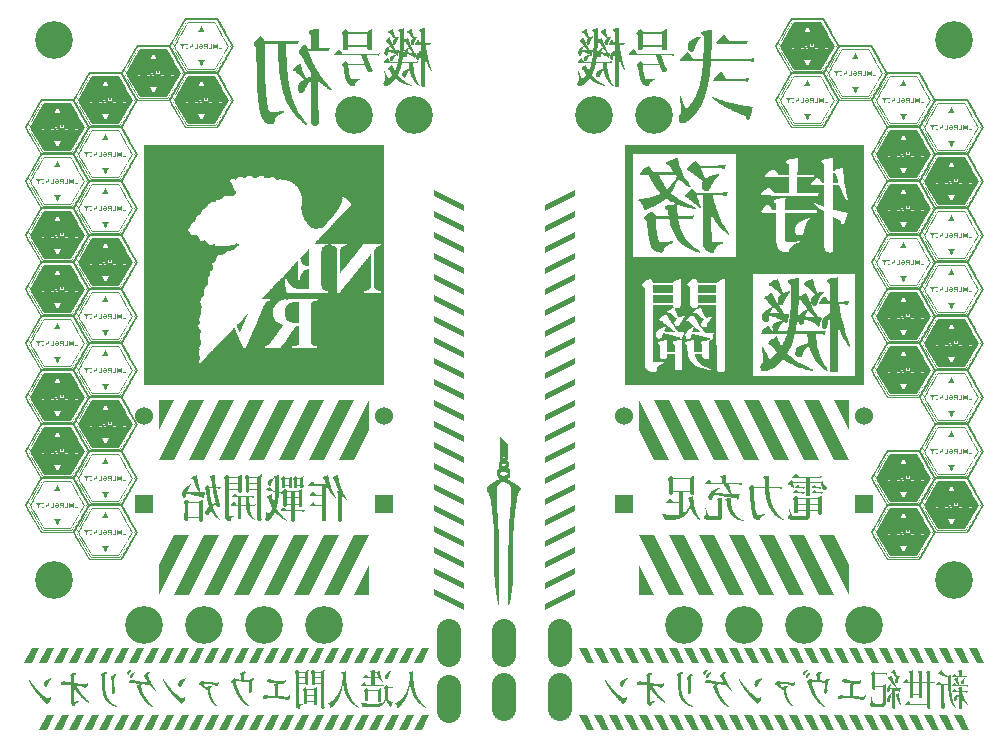
<source format=gbr>
%TF.GenerationSoftware,KiCad,Pcbnew,7.0.6*%
%TF.CreationDate,2023-07-28T23:09:07+08:00*%
%TF.ProjectId,PowerToggleMK1_KiCad,506f7765-7254-46f6-9767-6c654d4b315f,rev?*%
%TF.SameCoordinates,Original*%
%TF.FileFunction,Soldermask,Bot*%
%TF.FilePolarity,Negative*%
%FSLAX46Y46*%
G04 Gerber Fmt 4.6, Leading zero omitted, Abs format (unit mm)*
G04 Created by KiCad (PCBNEW 7.0.6) date 2023-07-28 23:09:07*
%MOMM*%
%LPD*%
G01*
G04 APERTURE LIST*
%ADD10C,0.000000*%
%ADD11C,0.150000*%
%ADD12R,1.524000X1.524000*%
%ADD13C,1.524000*%
%ADD14C,3.200000*%
%ADD15O,2.032000X4.064000*%
G04 APERTURE END LIST*
D10*
G36*
X86360000Y-114300000D02*
G01*
X85090000Y-114300000D01*
X87630000Y-109220000D01*
X88900000Y-109220000D01*
X86360000Y-114300000D01*
G37*
G36*
X105791000Y-114046000D02*
G01*
X105791000Y-114554000D01*
X103251000Y-113284000D01*
X103251000Y-112776000D01*
X105791000Y-114046000D01*
G37*
G36*
X115189000Y-122174000D02*
G01*
X112649000Y-123444000D01*
X112649000Y-122936000D01*
X115189000Y-121666000D01*
X115189000Y-122174000D01*
G37*
G36*
X129540000Y-137160000D02*
G01*
X128905000Y-137160000D01*
X128270000Y-135890000D01*
X128905000Y-135890000D01*
X129540000Y-137160000D01*
G37*
G36*
X140970000Y-137160000D02*
G01*
X140335000Y-137160000D01*
X139700000Y-135890000D01*
X140335000Y-135890000D01*
X140970000Y-137160000D01*
G37*
G36*
X105791000Y-108712000D02*
G01*
X105791000Y-109220000D01*
X103251000Y-107950000D01*
X103251000Y-107442000D01*
X105791000Y-108712000D01*
G37*
G36*
X127000000Y-137160000D02*
G01*
X126365000Y-137160000D01*
X125730000Y-135890000D01*
X126365000Y-135890000D01*
X127000000Y-137160000D01*
G37*
G36*
X105791000Y-98044000D02*
G01*
X105791000Y-98552000D01*
X103251000Y-97282000D01*
X103251000Y-96774000D01*
X105791000Y-98044000D01*
G37*
G36*
X116840000Y-131445000D02*
G01*
X116205000Y-131445000D01*
X115570000Y-130175000D01*
X116205000Y-130175000D01*
X116840000Y-131445000D01*
G37*
G36*
X97155000Y-131445000D02*
G01*
X96520000Y-131445000D01*
X97155000Y-130175000D01*
X97790000Y-130175000D01*
X97155000Y-131445000D01*
G37*
G36*
X135890000Y-114300000D02*
G01*
X134620000Y-114300000D01*
X132080000Y-109220000D01*
X133350000Y-109220000D01*
X135890000Y-114300000D01*
G37*
G36*
X70485000Y-131445000D02*
G01*
X69850000Y-131445000D01*
X70485000Y-130175000D01*
X71120000Y-130175000D01*
X70485000Y-131445000D01*
G37*
G36*
X115189000Y-97282000D02*
G01*
X112649000Y-98552000D01*
X112649000Y-98044000D01*
X115189000Y-96774000D01*
X115189000Y-97282000D01*
G37*
G36*
X144780000Y-131445000D02*
G01*
X144145000Y-131445000D01*
X143510000Y-130175000D01*
X144145000Y-130175000D01*
X144780000Y-131445000D01*
G37*
G36*
X138430000Y-114300000D02*
G01*
X137160000Y-114300000D01*
X134620000Y-109220000D01*
X135890000Y-109220000D01*
X138430000Y-114300000D01*
G37*
G36*
X119380000Y-137160000D02*
G01*
X118745000Y-137160000D01*
X118110000Y-135890000D01*
X118745000Y-135890000D01*
X119380000Y-137160000D01*
G37*
G36*
X105791000Y-121158000D02*
G01*
X105791000Y-121666000D01*
X103251000Y-120396000D01*
X103251000Y-119888000D01*
X105791000Y-121158000D01*
G37*
G36*
X100965000Y-137160000D02*
G01*
X100330000Y-137160000D01*
X100965000Y-135890000D01*
X101600000Y-135890000D01*
X100965000Y-137160000D01*
G37*
G36*
X123190000Y-114300000D02*
G01*
X121920000Y-114300000D01*
X120650000Y-111760000D01*
X120650000Y-109220000D01*
X123190000Y-114300000D01*
G37*
G36*
X128270000Y-137160000D02*
G01*
X127635000Y-137160000D01*
X127000000Y-135890000D01*
X127635000Y-135890000D01*
X128270000Y-137160000D01*
G37*
G36*
X118110000Y-137160000D02*
G01*
X117475000Y-137160000D01*
X116840000Y-135890000D01*
X117475000Y-135890000D01*
X118110000Y-137160000D01*
G37*
G36*
X92075000Y-137160000D02*
G01*
X91440000Y-137160000D01*
X92075000Y-135890000D01*
X92710000Y-135890000D01*
X92075000Y-137160000D01*
G37*
G36*
X99695000Y-137160000D02*
G01*
X99060000Y-137160000D01*
X99695000Y-135890000D01*
X100330000Y-135890000D01*
X99695000Y-137160000D01*
G37*
G36*
X115189000Y-107950000D02*
G01*
X112649000Y-109220000D01*
X112649000Y-108712000D01*
X115189000Y-107442000D01*
X115189000Y-107950000D01*
G37*
G36*
X132080000Y-125730000D02*
G01*
X130810000Y-125730000D01*
X128270000Y-120650000D01*
X129540000Y-120650000D01*
X132080000Y-125730000D01*
G37*
G36*
X140970000Y-131445000D02*
G01*
X140335000Y-131445000D01*
X139700000Y-130175000D01*
X140335000Y-130175000D01*
X140970000Y-131445000D01*
G37*
G36*
X119380000Y-131445000D02*
G01*
X118745000Y-131445000D01*
X118110000Y-130175000D01*
X118745000Y-130175000D01*
X119380000Y-131445000D01*
G37*
G36*
X133350000Y-131445000D02*
G01*
X132715000Y-131445000D01*
X132080000Y-130175000D01*
X132715000Y-130175000D01*
X133350000Y-131445000D01*
G37*
G36*
X134620000Y-131445000D02*
G01*
X133985000Y-131445000D01*
X133350000Y-130175000D01*
X133985000Y-130175000D01*
X134620000Y-131445000D01*
G37*
G36*
X88900000Y-114300000D02*
G01*
X87630000Y-114300000D01*
X90170000Y-109220000D01*
X91440000Y-109220000D01*
X88900000Y-114300000D01*
G37*
G36*
X115189000Y-120396000D02*
G01*
X112649000Y-121666000D01*
X112649000Y-121158000D01*
X115189000Y-119888000D01*
X115189000Y-120396000D01*
G37*
G36*
X89535000Y-131445000D02*
G01*
X88900000Y-131445000D01*
X89535000Y-130175000D01*
X90170000Y-130175000D01*
X89535000Y-131445000D01*
G37*
G36*
X105791000Y-92710000D02*
G01*
X105791000Y-93218000D01*
X103251000Y-91948000D01*
X103251000Y-91440000D01*
X105791000Y-92710000D01*
G37*
G36*
X142240000Y-137160000D02*
G01*
X141605000Y-137160000D01*
X140970000Y-135890000D01*
X141605000Y-135890000D01*
X142240000Y-137160000D01*
G37*
G36*
X86995000Y-131445000D02*
G01*
X86360000Y-131445000D01*
X86995000Y-130175000D01*
X87630000Y-130175000D01*
X86995000Y-131445000D01*
G37*
G36*
X70485000Y-137160000D02*
G01*
X69850000Y-137160000D01*
X70485000Y-135890000D01*
X71120000Y-135890000D01*
X70485000Y-137160000D01*
G37*
G36*
X133350000Y-114300000D02*
G01*
X132080000Y-114300000D01*
X129540000Y-109220000D01*
X130810000Y-109220000D01*
X133350000Y-114300000D01*
G37*
G36*
X93980000Y-114300000D02*
G01*
X92710000Y-114300000D01*
X95250000Y-109220000D01*
X96520000Y-109220000D01*
X93980000Y-114300000D01*
G37*
G36*
X90805000Y-137160000D02*
G01*
X90170000Y-137160000D01*
X90805000Y-135890000D01*
X91440000Y-135890000D01*
X90805000Y-137160000D01*
G37*
G36*
X93345000Y-131445000D02*
G01*
X92710000Y-131445000D01*
X93345000Y-130175000D01*
X93980000Y-130175000D01*
X93345000Y-131445000D01*
G37*
G36*
X144780000Y-137160000D02*
G01*
X144145000Y-137160000D01*
X143510000Y-135890000D01*
X144145000Y-135890000D01*
X144780000Y-137160000D01*
G37*
G36*
X85090000Y-125730000D02*
G01*
X83820000Y-125730000D01*
X86360000Y-120650000D01*
X87630000Y-120650000D01*
X85090000Y-125730000D01*
G37*
G36*
X84455000Y-131445000D02*
G01*
X83820000Y-131445000D01*
X84455000Y-130175000D01*
X85090000Y-130175000D01*
X84455000Y-131445000D01*
G37*
G36*
X92075000Y-131445000D02*
G01*
X91440000Y-131445000D01*
X92075000Y-130175000D01*
X92710000Y-130175000D01*
X92075000Y-131445000D01*
G37*
G36*
X105791000Y-105156000D02*
G01*
X105791000Y-105664000D01*
X103251000Y-104394000D01*
X103251000Y-103886000D01*
X105791000Y-105156000D01*
G37*
G36*
X80010000Y-125730000D02*
G01*
X80010000Y-123190000D01*
X81280000Y-120650000D01*
X82550000Y-120650000D01*
X80010000Y-125730000D01*
G37*
G36*
X73025000Y-131445000D02*
G01*
X72390000Y-131445000D01*
X73025000Y-130175000D01*
X73660000Y-130175000D01*
X73025000Y-131445000D01*
G37*
G36*
X83820000Y-114300000D02*
G01*
X82550000Y-114300000D01*
X85090000Y-109220000D01*
X86360000Y-109220000D01*
X83820000Y-114300000D01*
G37*
G36*
X142240000Y-131445000D02*
G01*
X141605000Y-131445000D01*
X140970000Y-130175000D01*
X141605000Y-130175000D01*
X142240000Y-131445000D01*
G37*
G36*
X115189000Y-91948000D02*
G01*
X112649000Y-93218000D01*
X112649000Y-92710000D01*
X115189000Y-91440000D01*
X115189000Y-91948000D01*
G37*
G36*
X130810000Y-114300000D02*
G01*
X129540000Y-114300000D01*
X127000000Y-109220000D01*
X128270000Y-109220000D01*
X130810000Y-114300000D01*
G37*
G36*
X115189000Y-115062000D02*
G01*
X112649000Y-116332000D01*
X112649000Y-115824000D01*
X115189000Y-114554000D01*
X115189000Y-115062000D01*
G37*
G36*
X76835000Y-131445000D02*
G01*
X76200000Y-131445000D01*
X76835000Y-130175000D01*
X77470000Y-130175000D01*
X76835000Y-131445000D01*
G37*
G36*
X105791000Y-126492000D02*
G01*
X105791000Y-127000000D01*
X103251000Y-125730000D01*
X103251000Y-125222000D01*
X105791000Y-126492000D01*
G37*
G36*
X75565000Y-131445000D02*
G01*
X74930000Y-131445000D01*
X75565000Y-130175000D01*
X76200000Y-130175000D01*
X75565000Y-131445000D01*
G37*
G36*
X105791000Y-103378000D02*
G01*
X105791000Y-103886000D01*
X103251000Y-102616000D01*
X103251000Y-102108000D01*
X105791000Y-103378000D01*
G37*
G36*
X98425000Y-137160000D02*
G01*
X97790000Y-137160000D01*
X98425000Y-135890000D01*
X99060000Y-135890000D01*
X98425000Y-137160000D01*
G37*
G36*
X124460000Y-125730000D02*
G01*
X123190000Y-125730000D01*
X120650000Y-120650000D01*
X121920000Y-120650000D01*
X124460000Y-125730000D01*
G37*
G36*
X105791000Y-96266000D02*
G01*
X105791000Y-96774000D01*
X103251000Y-95504000D01*
X103251000Y-94996000D01*
X105791000Y-96266000D01*
G37*
G36*
X134620000Y-137160000D02*
G01*
X133985000Y-137160000D01*
X133350000Y-135890000D01*
X133985000Y-135890000D01*
X134620000Y-137160000D01*
G37*
G36*
X128270000Y-114300000D02*
G01*
X127000000Y-114300000D01*
X124460000Y-109220000D01*
X125730000Y-109220000D01*
X128270000Y-114300000D01*
G37*
G36*
X115189000Y-106172000D02*
G01*
X112649000Y-107442000D01*
X112649000Y-106934000D01*
X115189000Y-105664000D01*
X115189000Y-106172000D01*
G37*
G36*
X138430000Y-137160000D02*
G01*
X137795000Y-137160000D01*
X137160000Y-135890000D01*
X137795000Y-135890000D01*
X138430000Y-137160000D01*
G37*
G36*
X121920000Y-131445000D02*
G01*
X121285000Y-131445000D01*
X120650000Y-130175000D01*
X121285000Y-130175000D01*
X121920000Y-131445000D01*
G37*
G36*
X71755000Y-131445000D02*
G01*
X71120000Y-131445000D01*
X71755000Y-130175000D01*
X72390000Y-130175000D01*
X71755000Y-131445000D01*
G37*
G36*
X121920000Y-137160000D02*
G01*
X121285000Y-137160000D01*
X120650000Y-135890000D01*
X121285000Y-135890000D01*
X121920000Y-137160000D01*
G37*
G36*
X83185000Y-137160000D02*
G01*
X82550000Y-137160000D01*
X83185000Y-135890000D01*
X83820000Y-135890000D01*
X83185000Y-137160000D01*
G37*
G36*
X105791000Y-117602000D02*
G01*
X105791000Y-118110000D01*
X103251000Y-116840000D01*
X103251000Y-116332000D01*
X105791000Y-117602000D01*
G37*
G36*
X75565000Y-137160000D02*
G01*
X74930000Y-137160000D01*
X75565000Y-135890000D01*
X76200000Y-135890000D01*
X75565000Y-137160000D01*
G37*
G36*
X105791000Y-94488000D02*
G01*
X105791000Y-94996000D01*
X103251000Y-93726000D01*
X103251000Y-93218000D01*
X105791000Y-94488000D01*
G37*
G36*
X115189000Y-111506000D02*
G01*
X112649000Y-112776000D01*
X112649000Y-112268000D01*
X115189000Y-110998000D01*
X115189000Y-111506000D01*
G37*
G36*
X123190000Y-131445000D02*
G01*
X122555000Y-131445000D01*
X121920000Y-130175000D01*
X122555000Y-130175000D01*
X123190000Y-131445000D01*
G37*
G36*
X80645000Y-137160000D02*
G01*
X80010000Y-137160000D01*
X80645000Y-135890000D01*
X81280000Y-135890000D01*
X80645000Y-137160000D01*
G37*
G36*
X143510000Y-137160000D02*
G01*
X142875000Y-137160000D01*
X142240000Y-135890000D01*
X142875000Y-135890000D01*
X143510000Y-137160000D01*
G37*
G36*
X125730000Y-114300000D02*
G01*
X124460000Y-114300000D01*
X121920000Y-109220000D01*
X123190000Y-109220000D01*
X125730000Y-114300000D01*
G37*
G36*
X102235000Y-137160000D02*
G01*
X101600000Y-137160000D01*
X102235000Y-135890000D01*
X102870000Y-135890000D01*
X102235000Y-137160000D01*
G37*
G36*
X87630000Y-125730000D02*
G01*
X86360000Y-125730000D01*
X88900000Y-120650000D01*
X90170000Y-120650000D01*
X87630000Y-125730000D01*
G37*
G36*
X94615000Y-137160000D02*
G01*
X93980000Y-137160000D01*
X94615000Y-135890000D01*
X95250000Y-135890000D01*
X94615000Y-137160000D01*
G37*
G36*
X69215000Y-131445000D02*
G01*
X68580000Y-131445000D01*
X69215000Y-130175000D01*
X69850000Y-130175000D01*
X69215000Y-131445000D01*
G37*
G36*
X105791000Y-101600000D02*
G01*
X105791000Y-102108000D01*
X103251000Y-100838000D01*
X103251000Y-100330000D01*
X105791000Y-101600000D01*
G37*
G36*
X76835000Y-137160000D02*
G01*
X76200000Y-137160000D01*
X76835000Y-135890000D01*
X77470000Y-135890000D01*
X76835000Y-137160000D01*
G37*
G36*
X135890000Y-137160000D02*
G01*
X135255000Y-137160000D01*
X134620000Y-135890000D01*
X135255000Y-135890000D01*
X135890000Y-137160000D01*
G37*
G36*
X102235000Y-131445000D02*
G01*
X101600000Y-131445000D01*
X102235000Y-130175000D01*
X102870000Y-130175000D01*
X102235000Y-131445000D01*
G37*
G36*
X130810000Y-137160000D02*
G01*
X130175000Y-137160000D01*
X129540000Y-135890000D01*
X130175000Y-135890000D01*
X130810000Y-137160000D01*
G37*
G36*
X85725000Y-131445000D02*
G01*
X85090000Y-131445000D01*
X85725000Y-130175000D01*
X86360000Y-130175000D01*
X85725000Y-131445000D01*
G37*
G36*
X137160000Y-125730000D02*
G01*
X135890000Y-125730000D01*
X133350000Y-120650000D01*
X134620000Y-120650000D01*
X137160000Y-125730000D01*
G37*
G36*
X138430000Y-111760000D02*
G01*
X137160000Y-109220000D01*
X138430000Y-109220000D01*
X138430000Y-111760000D01*
G37*
G36*
X147320000Y-137160000D02*
G01*
X146685000Y-137160000D01*
X146050000Y-135890000D01*
X146685000Y-135890000D01*
X147320000Y-137160000D01*
G37*
G36*
X80010000Y-111760000D02*
G01*
X80010000Y-109220000D01*
X81280000Y-109220000D01*
X80010000Y-111760000D01*
G37*
G36*
X124460000Y-137160000D02*
G01*
X123825000Y-137160000D01*
X123190000Y-135890000D01*
X123825000Y-135890000D01*
X124460000Y-137160000D01*
G37*
G36*
X105791000Y-106934000D02*
G01*
X105791000Y-107442000D01*
X103251000Y-106172000D01*
X103251000Y-105664000D01*
X105791000Y-106934000D01*
G37*
G36*
X90170000Y-125730000D02*
G01*
X88900000Y-125730000D01*
X91440000Y-120650000D01*
X92710000Y-120650000D01*
X90170000Y-125730000D01*
G37*
G36*
X82550000Y-125730000D02*
G01*
X81280000Y-125730000D01*
X83820000Y-120650000D01*
X85090000Y-120650000D01*
X82550000Y-125730000D01*
G37*
G36*
X85725000Y-137160000D02*
G01*
X85090000Y-137160000D01*
X85725000Y-135890000D01*
X86360000Y-135890000D01*
X85725000Y-137160000D01*
G37*
G36*
X94615000Y-131445000D02*
G01*
X93980000Y-131445000D01*
X94615000Y-130175000D01*
X95250000Y-130175000D01*
X94615000Y-131445000D01*
G37*
G36*
X132080000Y-137160000D02*
G01*
X131445000Y-137160000D01*
X130810000Y-135890000D01*
X131445000Y-135890000D01*
X132080000Y-137160000D01*
G37*
G36*
X97790000Y-125730000D02*
G01*
X96520000Y-125730000D01*
X97790000Y-123190000D01*
X97790000Y-125730000D01*
G37*
G36*
X97155000Y-137160000D02*
G01*
X96520000Y-137160000D01*
X97155000Y-135890000D01*
X97790000Y-135890000D01*
X97155000Y-137160000D01*
G37*
G36*
X115189000Y-93726000D02*
G01*
X112649000Y-94996000D01*
X112649000Y-94488000D01*
X115189000Y-93218000D01*
X115189000Y-93726000D01*
G37*
G36*
X125730000Y-131445000D02*
G01*
X125095000Y-131445000D01*
X124460000Y-130175000D01*
X125095000Y-130175000D01*
X125730000Y-131445000D01*
G37*
G36*
X120650000Y-137160000D02*
G01*
X120015000Y-137160000D01*
X119380000Y-135890000D01*
X120015000Y-135890000D01*
X120650000Y-137160000D01*
G37*
G36*
X105791000Y-124714000D02*
G01*
X105791000Y-125222000D01*
X103251000Y-123952000D01*
X103251000Y-123444000D01*
X105791000Y-124714000D01*
G37*
G36*
X146050000Y-137160000D02*
G01*
X145415000Y-137160000D01*
X144780000Y-135890000D01*
X145415000Y-135890000D01*
X146050000Y-137160000D01*
G37*
G36*
X83185000Y-131445000D02*
G01*
X82550000Y-131445000D01*
X83185000Y-130175000D01*
X83820000Y-130175000D01*
X83185000Y-131445000D01*
G37*
G36*
X95250000Y-125730000D02*
G01*
X93980000Y-125730000D01*
X96520000Y-120650000D01*
X97790000Y-120650000D01*
X95250000Y-125730000D01*
G37*
G36*
X98425000Y-131445000D02*
G01*
X97790000Y-131445000D01*
X98425000Y-130175000D01*
X99060000Y-130175000D01*
X98425000Y-131445000D01*
G37*
G36*
X128270000Y-131445000D02*
G01*
X127635000Y-131445000D01*
X127000000Y-130175000D01*
X127635000Y-130175000D01*
X128270000Y-131445000D01*
G37*
G36*
X86995000Y-137160000D02*
G01*
X86360000Y-137160000D01*
X86995000Y-135890000D01*
X87630000Y-135890000D01*
X86995000Y-137160000D01*
G37*
G36*
X115189000Y-118618000D02*
G01*
X112649000Y-119888000D01*
X112649000Y-119380000D01*
X115189000Y-118110000D01*
X115189000Y-118618000D01*
G37*
G36*
X105791000Y-112268000D02*
G01*
X105791000Y-112776000D01*
X103251000Y-111506000D01*
X103251000Y-110998000D01*
X105791000Y-112268000D01*
G37*
G36*
X146050000Y-131445000D02*
G01*
X145415000Y-131445000D01*
X144780000Y-130175000D01*
X145415000Y-130175000D01*
X146050000Y-131445000D01*
G37*
G36*
X90805000Y-131445000D02*
G01*
X90170000Y-131445000D01*
X90805000Y-130175000D01*
X91440000Y-130175000D01*
X90805000Y-131445000D01*
G37*
G36*
X115189000Y-123952000D02*
G01*
X112649000Y-125222000D01*
X112649000Y-124714000D01*
X115189000Y-123444000D01*
X115189000Y-123952000D01*
G37*
G36*
X143510000Y-131445000D02*
G01*
X142875000Y-131445000D01*
X142240000Y-130175000D01*
X142875000Y-130175000D01*
X143510000Y-131445000D01*
G37*
G36*
X115189000Y-116840000D02*
G01*
X112649000Y-118110000D01*
X112649000Y-117602000D01*
X115189000Y-116332000D01*
X115189000Y-116840000D01*
G37*
G36*
X147320000Y-131445000D02*
G01*
X146685000Y-131445000D01*
X146050000Y-130175000D01*
X146685000Y-130175000D01*
X147320000Y-131445000D01*
G37*
G36*
X78105000Y-131445000D02*
G01*
X77470000Y-131445000D01*
X78105000Y-130175000D01*
X78740000Y-130175000D01*
X78105000Y-131445000D01*
G37*
G36*
X137160000Y-131445000D02*
G01*
X136525000Y-131445000D01*
X135890000Y-130175000D01*
X136525000Y-130175000D01*
X137160000Y-131445000D01*
G37*
G36*
X148590000Y-137160000D02*
G01*
X147955000Y-137160000D01*
X147320000Y-135890000D01*
X147955000Y-135890000D01*
X148590000Y-137160000D01*
G37*
G36*
X74295000Y-131445000D02*
G01*
X73660000Y-131445000D01*
X74295000Y-130175000D01*
X74930000Y-130175000D01*
X74295000Y-131445000D01*
G37*
G36*
X118110000Y-131445000D02*
G01*
X117475000Y-131445000D01*
X116840000Y-130175000D01*
X117475000Y-130175000D01*
X118110000Y-131445000D01*
G37*
G36*
X115189000Y-109728000D02*
G01*
X112649000Y-110998000D01*
X112649000Y-110490000D01*
X115189000Y-109220000D01*
X115189000Y-109728000D01*
G37*
G36*
X100965000Y-131445000D02*
G01*
X100330000Y-131445000D01*
X100965000Y-130175000D01*
X101600000Y-130175000D01*
X100965000Y-131445000D01*
G37*
G36*
X105791000Y-99822000D02*
G01*
X105791000Y-100330000D01*
X103251000Y-99060000D01*
X103251000Y-98552000D01*
X105791000Y-99822000D01*
G37*
G36*
X125730000Y-137160000D02*
G01*
X125095000Y-137160000D01*
X124460000Y-135890000D01*
X125095000Y-135890000D01*
X125730000Y-137160000D01*
G37*
G36*
X138430000Y-131445000D02*
G01*
X137795000Y-131445000D01*
X137160000Y-130175000D01*
X137795000Y-130175000D01*
X138430000Y-131445000D01*
G37*
G36*
X127000000Y-125730000D02*
G01*
X125730000Y-125730000D01*
X123190000Y-120650000D01*
X124460000Y-120650000D01*
X127000000Y-125730000D01*
G37*
G36*
X92710000Y-125730000D02*
G01*
X91440000Y-125730000D01*
X93980000Y-120650000D01*
X95250000Y-120650000D01*
X92710000Y-125730000D01*
G37*
G36*
X71755000Y-137160000D02*
G01*
X71120000Y-137160000D01*
X71755000Y-135890000D01*
X72390000Y-135890000D01*
X71755000Y-137160000D01*
G37*
G36*
X129540000Y-131445000D02*
G01*
X128905000Y-131445000D01*
X128270000Y-130175000D01*
X128905000Y-130175000D01*
X129540000Y-131445000D01*
G37*
G36*
X115189000Y-99060000D02*
G01*
X112649000Y-100330000D01*
X112649000Y-99822000D01*
X115189000Y-98552000D01*
X115189000Y-99060000D01*
G37*
G36*
X115189000Y-125730000D02*
G01*
X112649000Y-127000000D01*
X112649000Y-126492000D01*
X115189000Y-125222000D01*
X115189000Y-125730000D01*
G37*
G36*
X78105000Y-137160000D02*
G01*
X77470000Y-137160000D01*
X78105000Y-135890000D01*
X78740000Y-135890000D01*
X78105000Y-137160000D01*
G37*
G36*
X115189000Y-95504000D02*
G01*
X112649000Y-96774000D01*
X112649000Y-96266000D01*
X115189000Y-94996000D01*
X115189000Y-95504000D01*
G37*
G36*
X138430000Y-123190000D02*
G01*
X138430000Y-125730000D01*
X135890000Y-120650000D01*
X137160000Y-120650000D01*
X138430000Y-123190000D01*
G37*
G36*
X91440000Y-114300000D02*
G01*
X90170000Y-114300000D01*
X92710000Y-109220000D01*
X93980000Y-109220000D01*
X91440000Y-114300000D01*
G37*
G36*
X139700000Y-131445000D02*
G01*
X139065000Y-131445000D01*
X138430000Y-130175000D01*
X139065000Y-130175000D01*
X139700000Y-131445000D01*
G37*
G36*
X88265000Y-131445000D02*
G01*
X87630000Y-131445000D01*
X88265000Y-130175000D01*
X88900000Y-130175000D01*
X88265000Y-131445000D01*
G37*
G36*
X123190000Y-137160000D02*
G01*
X122555000Y-137160000D01*
X121920000Y-135890000D01*
X122555000Y-135890000D01*
X123190000Y-137160000D01*
G37*
G36*
X93345000Y-137160000D02*
G01*
X92710000Y-137160000D01*
X93345000Y-135890000D01*
X93980000Y-135890000D01*
X93345000Y-137160000D01*
G37*
G36*
X135890000Y-131445000D02*
G01*
X135255000Y-131445000D01*
X134620000Y-130175000D01*
X135255000Y-130175000D01*
X135890000Y-131445000D01*
G37*
G36*
X88265000Y-137160000D02*
G01*
X87630000Y-137160000D01*
X88265000Y-135890000D01*
X88900000Y-135890000D01*
X88265000Y-137160000D01*
G37*
G36*
X73025000Y-137160000D02*
G01*
X72390000Y-137160000D01*
X73025000Y-135890000D01*
X73660000Y-135890000D01*
X73025000Y-137160000D01*
G37*
G36*
X115189000Y-113284000D02*
G01*
X112649000Y-114554000D01*
X112649000Y-114046000D01*
X115189000Y-112776000D01*
X115189000Y-113284000D01*
G37*
G36*
X74295000Y-137160000D02*
G01*
X73660000Y-137160000D01*
X74295000Y-135890000D01*
X74930000Y-135890000D01*
X74295000Y-137160000D01*
G37*
G36*
X148590000Y-131445000D02*
G01*
X147955000Y-131445000D01*
X147320000Y-130175000D01*
X147955000Y-130175000D01*
X148590000Y-131445000D01*
G37*
G36*
X105791000Y-110490000D02*
G01*
X105791000Y-110998000D01*
X103251000Y-109728000D01*
X103251000Y-109220000D01*
X105791000Y-110490000D01*
G37*
G36*
X95885000Y-137160000D02*
G01*
X95250000Y-137160000D01*
X95885000Y-135890000D01*
X96520000Y-135890000D01*
X95885000Y-137160000D01*
G37*
G36*
X81915000Y-131445000D02*
G01*
X81280000Y-131445000D01*
X81915000Y-130175000D01*
X82550000Y-130175000D01*
X81915000Y-131445000D01*
G37*
G36*
X121920000Y-125730000D02*
G01*
X120650000Y-125730000D01*
X120650000Y-123190000D01*
X121920000Y-125730000D01*
G37*
G36*
X105791000Y-119380000D02*
G01*
X105791000Y-119888000D01*
X103251000Y-118618000D01*
X103251000Y-118110000D01*
X105791000Y-119380000D01*
G37*
G36*
X132080000Y-131445000D02*
G01*
X131445000Y-131445000D01*
X130810000Y-130175000D01*
X131445000Y-130175000D01*
X132080000Y-131445000D01*
G37*
G36*
X115189000Y-100838000D02*
G01*
X112649000Y-102108000D01*
X112649000Y-101600000D01*
X115189000Y-100330000D01*
X115189000Y-100838000D01*
G37*
G36*
X79375000Y-131445000D02*
G01*
X78740000Y-131445000D01*
X79375000Y-130175000D01*
X80010000Y-130175000D01*
X79375000Y-131445000D01*
G37*
G36*
X134620000Y-125730000D02*
G01*
X133350000Y-125730000D01*
X130810000Y-120650000D01*
X132080000Y-120650000D01*
X134620000Y-125730000D01*
G37*
G36*
X105791000Y-115824000D02*
G01*
X105791000Y-116332000D01*
X103251000Y-115062000D01*
X103251000Y-114554000D01*
X105791000Y-115824000D01*
G37*
G36*
X149860000Y-131445000D02*
G01*
X149225000Y-131445000D01*
X148590000Y-130175000D01*
X149225000Y-130175000D01*
X149860000Y-131445000D01*
G37*
G36*
X127000000Y-131445000D02*
G01*
X126365000Y-131445000D01*
X125730000Y-130175000D01*
X126365000Y-130175000D01*
X127000000Y-131445000D01*
G37*
G36*
X79375000Y-137160000D02*
G01*
X78740000Y-137160000D01*
X79375000Y-135890000D01*
X80010000Y-135890000D01*
X79375000Y-137160000D01*
G37*
G36*
X81280000Y-114300000D02*
G01*
X80010000Y-114300000D01*
X82550000Y-109220000D01*
X83820000Y-109220000D01*
X81280000Y-114300000D01*
G37*
G36*
X116840000Y-137160000D02*
G01*
X116205000Y-137160000D01*
X115570000Y-135890000D01*
X116205000Y-135890000D01*
X116840000Y-137160000D01*
G37*
G36*
X97790000Y-111760000D02*
G01*
X96520000Y-114300000D01*
X95250000Y-114300000D01*
X97790000Y-109220000D01*
X97790000Y-111760000D01*
G37*
G36*
X99695000Y-131445000D02*
G01*
X99060000Y-131445000D01*
X99695000Y-130175000D01*
X100330000Y-130175000D01*
X99695000Y-131445000D01*
G37*
G36*
X80645000Y-131445000D02*
G01*
X80010000Y-131445000D01*
X80645000Y-130175000D01*
X81280000Y-130175000D01*
X80645000Y-131445000D01*
G37*
G36*
X124460000Y-131445000D02*
G01*
X123825000Y-131445000D01*
X123190000Y-130175000D01*
X123825000Y-130175000D01*
X124460000Y-131445000D01*
G37*
G36*
X115189000Y-104394000D02*
G01*
X112649000Y-105664000D01*
X112649000Y-105156000D01*
X115189000Y-103886000D01*
X115189000Y-104394000D01*
G37*
G36*
X120650000Y-131445000D02*
G01*
X120015000Y-131445000D01*
X119380000Y-130175000D01*
X120015000Y-130175000D01*
X120650000Y-131445000D01*
G37*
G36*
X137160000Y-137160000D02*
G01*
X136525000Y-137160000D01*
X135890000Y-135890000D01*
X136525000Y-135890000D01*
X137160000Y-137160000D01*
G37*
G36*
X133350000Y-137160000D02*
G01*
X132715000Y-137160000D01*
X132080000Y-135890000D01*
X132715000Y-135890000D01*
X133350000Y-137160000D01*
G37*
G36*
X115189000Y-102616000D02*
G01*
X112649000Y-103886000D01*
X112649000Y-103378000D01*
X115189000Y-102108000D01*
X115189000Y-102616000D01*
G37*
G36*
X139700000Y-137160000D02*
G01*
X139065000Y-137160000D01*
X138430000Y-135890000D01*
X139065000Y-135890000D01*
X139700000Y-137160000D01*
G37*
G36*
X95885000Y-131445000D02*
G01*
X95250000Y-131445000D01*
X95885000Y-130175000D01*
X96520000Y-130175000D01*
X95885000Y-131445000D01*
G37*
G36*
X89535000Y-137160000D02*
G01*
X88900000Y-137160000D01*
X89535000Y-135890000D01*
X90170000Y-135890000D01*
X89535000Y-137160000D01*
G37*
G36*
X129540000Y-125730000D02*
G01*
X128270000Y-125730000D01*
X125730000Y-120650000D01*
X127000000Y-120650000D01*
X129540000Y-125730000D01*
G37*
G36*
X130810000Y-131445000D02*
G01*
X130175000Y-131445000D01*
X129540000Y-130175000D01*
X130175000Y-130175000D01*
X130810000Y-131445000D01*
G37*
G36*
X81915000Y-137160000D02*
G01*
X81280000Y-137160000D01*
X81915000Y-135890000D01*
X82550000Y-135890000D01*
X81915000Y-137160000D01*
G37*
G36*
X105791000Y-122936000D02*
G01*
X105791000Y-123444000D01*
X103251000Y-122174000D01*
X103251000Y-121666000D01*
X105791000Y-122936000D01*
G37*
G36*
X84455000Y-137160000D02*
G01*
X83820000Y-137160000D01*
X84455000Y-135890000D01*
X85090000Y-135890000D01*
X84455000Y-137160000D01*
G37*
D11*
G36*
X146789418Y-133331822D02*
G01*
X146790228Y-133359909D01*
X146791106Y-133387715D01*
X146792054Y-133415239D01*
X146793070Y-133442482D01*
X146794155Y-133469444D01*
X146795309Y-133496125D01*
X146796532Y-133522525D01*
X146797824Y-133548644D01*
X146799184Y-133574482D01*
X146800614Y-133600039D01*
X146802112Y-133625314D01*
X146803679Y-133650308D01*
X146807019Y-133699454D01*
X146810635Y-133747475D01*
X146814526Y-133794372D01*
X146818692Y-133840144D01*
X146823133Y-133884791D01*
X146827850Y-133928315D01*
X146832842Y-133970714D01*
X146838110Y-134011988D01*
X146843652Y-134052138D01*
X146849470Y-134091164D01*
X146853994Y-134120231D01*
X146858693Y-134148961D01*
X146863567Y-134177354D01*
X146868617Y-134205410D01*
X146873842Y-134233129D01*
X146879243Y-134260512D01*
X146884819Y-134287558D01*
X146890570Y-134314267D01*
X146896497Y-134340639D01*
X146902600Y-134366674D01*
X146908878Y-134392372D01*
X146915331Y-134417734D01*
X146921960Y-134442759D01*
X146928764Y-134467446D01*
X146935744Y-134491797D01*
X146942899Y-134515812D01*
X146950230Y-134539489D01*
X146957736Y-134562829D01*
X146965417Y-134585833D01*
X146981307Y-134630830D01*
X146997898Y-134674479D01*
X147015191Y-134716781D01*
X147033186Y-134757736D01*
X147051882Y-134797343D01*
X147071281Y-134835603D01*
X147081243Y-134854227D01*
X147097997Y-134884456D01*
X147115503Y-134914346D01*
X147133762Y-134943896D01*
X147152772Y-134973107D01*
X147172535Y-135001979D01*
X147193050Y-135030511D01*
X147214318Y-135058704D01*
X147236337Y-135086558D01*
X147259109Y-135114073D01*
X147282633Y-135141248D01*
X147306909Y-135168085D01*
X147331937Y-135194581D01*
X147357718Y-135220739D01*
X147384251Y-135246557D01*
X147411536Y-135272036D01*
X147439573Y-135297176D01*
X147445528Y-135299037D01*
X147463550Y-135288588D01*
X147466373Y-135285389D01*
X147476299Y-135264296D01*
X147474810Y-135257472D01*
X147450767Y-135220807D01*
X147427522Y-135183861D01*
X147405076Y-135146633D01*
X147383429Y-135109125D01*
X147362580Y-135071335D01*
X147342530Y-135033264D01*
X147323279Y-134994912D01*
X147304827Y-134956279D01*
X147287173Y-134917365D01*
X147270318Y-134878170D01*
X147254262Y-134838694D01*
X147239005Y-134798936D01*
X147224546Y-134758898D01*
X147210886Y-134718578D01*
X147198025Y-134677977D01*
X147185963Y-134637095D01*
X147175653Y-134599369D01*
X147165692Y-134560479D01*
X147156080Y-134520426D01*
X147146817Y-134479209D01*
X147137903Y-134436830D01*
X147129338Y-134393287D01*
X147121122Y-134348581D01*
X147113254Y-134302712D01*
X147105736Y-134255680D01*
X147098567Y-134207484D01*
X147095113Y-134182950D01*
X147091747Y-134158126D01*
X147088468Y-134133010D01*
X147085275Y-134107604D01*
X147082171Y-134081907D01*
X147079153Y-134055919D01*
X147076223Y-134029640D01*
X147073380Y-134003070D01*
X147070624Y-133976210D01*
X147067955Y-133949059D01*
X147065374Y-133921617D01*
X147062880Y-133893884D01*
X147060175Y-133857602D01*
X147057645Y-133817771D01*
X147055290Y-133774393D01*
X147053109Y-133727468D01*
X147052084Y-133702675D01*
X147051102Y-133676994D01*
X147050165Y-133650427D01*
X147049270Y-133622973D01*
X147048420Y-133594632D01*
X147047613Y-133565404D01*
X147046849Y-133535289D01*
X147046130Y-133504287D01*
X147045454Y-133472398D01*
X147044821Y-133439623D01*
X147044232Y-133405960D01*
X147043687Y-133371410D01*
X147043185Y-133335974D01*
X147042727Y-133299650D01*
X147042313Y-133262440D01*
X147041942Y-133224342D01*
X147041615Y-133185358D01*
X147041331Y-133145486D01*
X147041092Y-133104728D01*
X147040895Y-133063083D01*
X147040743Y-133020551D01*
X147040634Y-132977132D01*
X147040568Y-132932826D01*
X147040546Y-132887633D01*
X147040618Y-132861594D01*
X147040833Y-132835124D01*
X147041192Y-132808222D01*
X147041694Y-132780889D01*
X147042340Y-132753125D01*
X147043129Y-132724929D01*
X147044061Y-132696302D01*
X147045137Y-132667244D01*
X147046357Y-132637754D01*
X147047719Y-132607833D01*
X147049226Y-132577481D01*
X147050876Y-132546697D01*
X147052669Y-132515482D01*
X147054606Y-132483835D01*
X147056686Y-132451757D01*
X147058909Y-132419248D01*
X147032844Y-132432758D01*
X147007752Y-132445837D01*
X146983633Y-132458485D01*
X146960487Y-132470701D01*
X146938314Y-132482485D01*
X146917115Y-132493839D01*
X146896888Y-132504761D01*
X146877635Y-132515251D01*
X146859356Y-132525311D01*
X146833761Y-132539591D01*
X146810356Y-132552901D01*
X146789140Y-132565240D01*
X146770114Y-132576608D01*
X146758647Y-132583648D01*
X146733991Y-132568488D01*
X146709529Y-132552784D01*
X146685260Y-132536538D01*
X146661186Y-132519749D01*
X146637305Y-132502417D01*
X146613618Y-132484543D01*
X146590126Y-132466125D01*
X146566827Y-132447165D01*
X146543721Y-132427662D01*
X146520810Y-132407616D01*
X146498093Y-132387027D01*
X146475569Y-132365896D01*
X146453239Y-132344221D01*
X146431104Y-132322004D01*
X146409162Y-132299244D01*
X146387414Y-132275941D01*
X146371100Y-132259055D01*
X146355100Y-132241895D01*
X146339414Y-132224464D01*
X146324042Y-132206759D01*
X146308984Y-132188782D01*
X146294241Y-132170533D01*
X146279811Y-132152011D01*
X146265696Y-132133216D01*
X146251894Y-132114148D01*
X146238407Y-132094808D01*
X146229590Y-132081763D01*
X146211972Y-132094807D01*
X146194913Y-132107572D01*
X146162473Y-132132266D01*
X146132270Y-132155845D01*
X146104305Y-132178309D01*
X146078576Y-132199659D01*
X146055085Y-132219894D01*
X146033832Y-132239014D01*
X146014815Y-132257020D01*
X145998036Y-132273910D01*
X145977062Y-132297156D01*
X145961122Y-132317894D01*
X145947698Y-132341643D01*
X145943224Y-132360933D01*
X145950348Y-132385796D01*
X145968944Y-132400300D01*
X145991386Y-132406424D01*
X146011692Y-132408035D01*
X146016180Y-132408081D01*
X146037337Y-132407369D01*
X146058042Y-132405624D01*
X146069284Y-132404359D01*
X146093809Y-132418146D01*
X146118186Y-132431588D01*
X146142415Y-132444686D01*
X146166497Y-132457440D01*
X146190432Y-132469850D01*
X146214220Y-132481916D01*
X146237860Y-132493638D01*
X146261353Y-132505015D01*
X146284699Y-132516049D01*
X146307897Y-132526738D01*
X146330948Y-132537083D01*
X146353851Y-132547085D01*
X146376607Y-132556742D01*
X146399216Y-132566055D01*
X146421678Y-132575023D01*
X146443992Y-132583648D01*
X146466159Y-132591929D01*
X146488178Y-132599865D01*
X146510050Y-132607457D01*
X146531775Y-132614706D01*
X146553353Y-132621610D01*
X146574783Y-132628170D01*
X146596066Y-132634386D01*
X146617201Y-132640257D01*
X146638189Y-132645785D01*
X146659030Y-132650969D01*
X146679724Y-132655808D01*
X146700270Y-132660303D01*
X146720668Y-132664455D01*
X146740920Y-132668262D01*
X146761024Y-132671725D01*
X146780981Y-132674843D01*
X146780981Y-132759835D01*
X146781002Y-132785668D01*
X146781066Y-132812141D01*
X146781173Y-132839253D01*
X146781322Y-132867005D01*
X146781514Y-132895397D01*
X146781748Y-132924429D01*
X146782026Y-132954100D01*
X146782345Y-132984411D01*
X146782708Y-133015362D01*
X146783113Y-133046953D01*
X146783561Y-133079184D01*
X146784052Y-133112054D01*
X146784585Y-133145564D01*
X146785160Y-133179714D01*
X146785779Y-133214503D01*
X146786440Y-133249933D01*
X146212715Y-133249933D01*
X146196167Y-133223940D01*
X146180394Y-133199624D01*
X146165396Y-133176985D01*
X146151174Y-133156023D01*
X146137727Y-133136738D01*
X146119011Y-133110955D01*
X146102040Y-133088945D01*
X146086814Y-133070708D01*
X146069226Y-133052262D01*
X146051604Y-133038636D01*
X146040995Y-133035282D01*
X146020399Y-133044666D01*
X145999965Y-133060060D01*
X145979431Y-133077653D01*
X145961587Y-133093927D01*
X145941650Y-133112840D01*
X145919618Y-133134392D01*
X145903768Y-133150227D01*
X145886987Y-133167234D01*
X145869275Y-133185414D01*
X145851943Y-133203986D01*
X145836922Y-133221240D01*
X145821396Y-133240954D01*
X145807530Y-133261892D01*
X145797131Y-133285195D01*
X145795326Y-133297081D01*
X145802261Y-133320830D01*
X145821119Y-133330974D01*
X145831556Y-133331822D01*
X146221153Y-133331822D01*
X146221153Y-133998728D01*
X146215693Y-135223351D01*
X146218221Y-135253740D01*
X146225805Y-135280077D01*
X146238446Y-135302362D01*
X146256142Y-135320595D01*
X146278894Y-135334777D01*
X146299276Y-135342754D01*
X146322503Y-135348452D01*
X146348573Y-135351871D01*
X146377488Y-135353010D01*
X146397976Y-135352072D01*
X146422159Y-135347904D01*
X146442759Y-135340402D01*
X146463472Y-135326334D01*
X146478586Y-135307056D01*
X146488103Y-135282568D01*
X146492021Y-135252870D01*
X146492133Y-135246305D01*
X146480718Y-134327527D01*
X146480718Y-133331822D01*
X146789418Y-133331822D01*
G37*
G36*
X147930911Y-134450362D02*
G01*
X147950693Y-134481068D01*
X147970212Y-134510839D01*
X147989467Y-134539674D01*
X148008458Y-134567574D01*
X148027186Y-134594539D01*
X148045650Y-134620568D01*
X148063850Y-134645662D01*
X148081787Y-134669820D01*
X148099460Y-134693043D01*
X148116869Y-134715331D01*
X148134015Y-134736683D01*
X148150897Y-134757099D01*
X148167515Y-134776581D01*
X148183870Y-134795127D01*
X148199961Y-134812737D01*
X148215788Y-134829412D01*
X148237014Y-134850848D01*
X148259374Y-134872349D01*
X148282867Y-134893916D01*
X148299160Y-134908330D01*
X148315957Y-134922773D01*
X148333258Y-134937245D01*
X148351062Y-134951746D01*
X148369371Y-134966277D01*
X148388184Y-134980836D01*
X148407501Y-134995425D01*
X148427322Y-135010042D01*
X148447647Y-135024689D01*
X148468476Y-135039365D01*
X148489810Y-135054070D01*
X148500665Y-135061433D01*
X148503643Y-135061433D01*
X148520712Y-135047807D01*
X148522999Y-135029794D01*
X148520021Y-135021109D01*
X148493857Y-134986307D01*
X148468344Y-134951694D01*
X148443482Y-134917271D01*
X148419272Y-134883036D01*
X148395713Y-134848990D01*
X148372806Y-134815134D01*
X148350550Y-134781466D01*
X148328945Y-134747988D01*
X148307992Y-134714698D01*
X148287690Y-134681598D01*
X148268039Y-134648686D01*
X148249040Y-134615964D01*
X148230693Y-134583430D01*
X148212996Y-134551086D01*
X148195952Y-134518930D01*
X148179558Y-134486964D01*
X148165497Y-134458616D01*
X148151602Y-134429715D01*
X148137875Y-134400262D01*
X148124314Y-134370256D01*
X148110919Y-134339697D01*
X148097692Y-134308586D01*
X148084631Y-134276923D01*
X148071737Y-134244707D01*
X148059009Y-134211938D01*
X148046449Y-134178617D01*
X148034055Y-134144744D01*
X148021827Y-134110318D01*
X148009767Y-134075339D01*
X147997873Y-134039808D01*
X147986146Y-134003724D01*
X147974586Y-133967088D01*
X148249537Y-133967088D01*
X148272503Y-133967603D01*
X148297044Y-133969148D01*
X148317811Y-133971126D01*
X148339586Y-133973762D01*
X148362370Y-133977058D01*
X148386161Y-133981013D01*
X148410961Y-133985627D01*
X148423739Y-133988181D01*
X148454509Y-133857282D01*
X148429221Y-133863825D01*
X148404228Y-133869495D01*
X148379529Y-133874294D01*
X148355125Y-133878219D01*
X148331015Y-133881273D01*
X148307201Y-133883454D01*
X148283681Y-133884762D01*
X148260455Y-133885199D01*
X147938356Y-133885199D01*
X147938356Y-133779114D01*
X147938526Y-133749045D01*
X147939038Y-133717464D01*
X147939891Y-133684371D01*
X147940755Y-133658559D01*
X147941810Y-133631896D01*
X147943058Y-133604382D01*
X147944497Y-133576018D01*
X147946129Y-133546804D01*
X147947952Y-133516738D01*
X147949274Y-133496222D01*
X147925318Y-133498646D01*
X147902335Y-133501108D01*
X147880325Y-133503609D01*
X147859289Y-133506148D01*
X147839225Y-133508727D01*
X147810955Y-133512667D01*
X147784874Y-133516695D01*
X147760984Y-133520810D01*
X147739283Y-133525012D01*
X147713754Y-133530750D01*
X147692118Y-133536644D01*
X147682760Y-133539649D01*
X147661340Y-133548736D01*
X147641951Y-133560551D01*
X147625885Y-133577661D01*
X147619730Y-133599205D01*
X147626129Y-133623534D01*
X147639954Y-133642321D01*
X147657967Y-133658330D01*
X147677322Y-133671604D01*
X147695650Y-133682179D01*
X147700627Y-133684817D01*
X147700627Y-133885199D01*
X147499625Y-133885199D01*
X147485126Y-133863262D01*
X147471282Y-133842742D01*
X147458093Y-133823636D01*
X147439538Y-133797631D01*
X147422458Y-133774810D01*
X147406852Y-133755174D01*
X147388338Y-133733945D01*
X147372445Y-133718378D01*
X147353519Y-133705641D01*
X147346268Y-133704049D01*
X147325051Y-133712113D01*
X147305868Y-133725345D01*
X147287241Y-133740467D01*
X147265699Y-133759621D01*
X147247628Y-133776633D01*
X147227918Y-133795913D01*
X147206567Y-133817461D01*
X147191422Y-133833087D01*
X147172549Y-133852522D01*
X147156875Y-133870503D01*
X147142288Y-133890162D01*
X147130005Y-133913116D01*
X147125910Y-133932347D01*
X147133130Y-133956096D01*
X147152763Y-133966240D01*
X147163629Y-133967088D01*
X147700627Y-133967088D01*
X147700627Y-134142655D01*
X147674887Y-134149104D01*
X147649964Y-134155889D01*
X147625858Y-134163009D01*
X147602569Y-134170465D01*
X147580097Y-134178257D01*
X147558443Y-134186384D01*
X147537605Y-134194847D01*
X147517585Y-134203646D01*
X147498382Y-134212780D01*
X147479996Y-134222250D01*
X147445676Y-134242196D01*
X147414624Y-134263485D01*
X147386841Y-134286117D01*
X147362326Y-134310091D01*
X147341080Y-134335408D01*
X147323103Y-134362067D01*
X147308394Y-134390069D01*
X147296954Y-134419413D01*
X147288782Y-134450100D01*
X147283879Y-134482130D01*
X147282245Y-134515501D01*
X147283606Y-134544000D01*
X147287689Y-134570405D01*
X147294494Y-134594716D01*
X147304020Y-134616933D01*
X147316269Y-134637057D01*
X147320957Y-134643299D01*
X147338141Y-134660941D01*
X147357435Y-134673542D01*
X147378838Y-134681103D01*
X147399296Y-134683584D01*
X147402350Y-134683624D01*
X147424830Y-134681694D01*
X147444935Y-134675905D01*
X147465004Y-134664564D01*
X147481972Y-134648182D01*
X147485729Y-134643299D01*
X147498446Y-134622284D01*
X147509676Y-134597916D01*
X147519377Y-134572587D01*
X147527515Y-134548347D01*
X147535701Y-134521261D01*
X147537344Y-134515501D01*
X147545194Y-134489540D01*
X147553358Y-134464388D01*
X147561835Y-134440046D01*
X147570627Y-134416513D01*
X147579733Y-134393789D01*
X147589153Y-134371875D01*
X147603872Y-134340521D01*
X147619298Y-134310988D01*
X147635430Y-134283276D01*
X147652269Y-134257386D01*
X147669814Y-134233317D01*
X147688067Y-134211068D01*
X147700627Y-134197248D01*
X147700627Y-134344898D01*
X147691198Y-135215907D01*
X147692545Y-135241074D01*
X147698536Y-135270779D01*
X147709319Y-135296084D01*
X147724894Y-135316988D01*
X147745262Y-135333491D01*
X147763683Y-135342980D01*
X147784799Y-135349994D01*
X147808612Y-135354532D01*
X147835120Y-135356595D01*
X147844555Y-135356732D01*
X147867150Y-135355620D01*
X147886919Y-135352283D01*
X147906410Y-135345578D01*
X147925816Y-135332509D01*
X147932400Y-135325093D01*
X147943392Y-135303828D01*
X147949805Y-135278163D01*
X147952736Y-135250159D01*
X147953245Y-135230176D01*
X147952655Y-135201018D01*
X147951919Y-135173876D01*
X147951173Y-135148024D01*
X147950261Y-135117461D01*
X147949184Y-135082187D01*
X147948373Y-135056053D01*
X147947489Y-135027826D01*
X147946532Y-134997505D01*
X147945500Y-134965090D01*
X147944395Y-134930582D01*
X147943815Y-134912543D01*
X147942776Y-134879403D01*
X147941768Y-134846831D01*
X147940791Y-134814826D01*
X147939845Y-134783388D01*
X147938930Y-134752517D01*
X147938045Y-134722213D01*
X147937192Y-134692476D01*
X147936370Y-134663306D01*
X147935579Y-134634703D01*
X147934820Y-134606668D01*
X147934091Y-134579199D01*
X147933393Y-134552298D01*
X147932726Y-134525963D01*
X147932090Y-134500196D01*
X147931485Y-134474995D01*
X147930911Y-134450362D01*
G37*
G36*
X147938356Y-132574342D02*
G01*
X147938356Y-132334877D01*
X147938425Y-132309175D01*
X147938635Y-132283485D01*
X147938984Y-132257805D01*
X147939472Y-132232137D01*
X147940100Y-132206479D01*
X147940868Y-132180832D01*
X147941776Y-132155196D01*
X147942822Y-132129571D01*
X147944009Y-132103957D01*
X147945335Y-132078353D01*
X147946296Y-132061291D01*
X147924739Y-132063640D01*
X147903867Y-132066033D01*
X147883678Y-132068472D01*
X147845354Y-132073483D01*
X147809768Y-132078674D01*
X147776919Y-132084044D01*
X147746808Y-132089594D01*
X147719433Y-132095322D01*
X147694797Y-132101230D01*
X147672897Y-132107318D01*
X147645181Y-132116785D01*
X147623624Y-132126656D01*
X147604462Y-132140445D01*
X147595908Y-132158690D01*
X147602974Y-132185418D01*
X147618241Y-132205528D01*
X147638132Y-132222293D01*
X147659506Y-132235930D01*
X147679746Y-132246622D01*
X147685242Y-132249265D01*
X147685242Y-132574342D01*
X147497144Y-132574342D01*
X147484315Y-132552181D01*
X147472011Y-132531449D01*
X147454535Y-132503032D01*
X147438237Y-132477833D01*
X147423117Y-132455850D01*
X147409174Y-132437084D01*
X147392416Y-132417067D01*
X147374413Y-132400089D01*
X147354705Y-132391331D01*
X147335132Y-132399396D01*
X147316630Y-132412628D01*
X147298356Y-132427749D01*
X147276996Y-132446903D01*
X147258950Y-132463915D01*
X147239168Y-132483195D01*
X147217650Y-132504744D01*
X147202341Y-132520370D01*
X147184325Y-132540801D01*
X147169364Y-132559446D01*
X147155440Y-132579460D01*
X147143715Y-132602143D01*
X147139807Y-132620250D01*
X147146032Y-132643949D01*
X147164707Y-132655566D01*
X147177526Y-132656852D01*
X148191966Y-132656852D01*
X148214217Y-132657352D01*
X148238164Y-132658852D01*
X148258544Y-132660771D01*
X148280009Y-132663330D01*
X148302560Y-132666529D01*
X148326196Y-132670367D01*
X148350918Y-132674846D01*
X148363686Y-132677325D01*
X148394457Y-132545185D01*
X148369169Y-132552018D01*
X148344175Y-132557941D01*
X148319476Y-132562953D01*
X148295072Y-132567053D01*
X148270963Y-132570242D01*
X148247148Y-132572520D01*
X148223628Y-132573887D01*
X148200403Y-132574342D01*
X147938356Y-132574342D01*
G37*
G36*
X147748272Y-133369045D02*
G01*
X147738693Y-133337692D01*
X147729436Y-133306910D01*
X147720501Y-133276701D01*
X147711887Y-133247063D01*
X147703595Y-133217998D01*
X147695625Y-133189504D01*
X147687977Y-133161582D01*
X147680651Y-133134232D01*
X147673647Y-133107454D01*
X147666964Y-133081248D01*
X147660603Y-133055614D01*
X147654564Y-133030552D01*
X147648847Y-133006062D01*
X147643452Y-132982143D01*
X147635962Y-132947338D01*
X147633627Y-132936022D01*
X147628547Y-132907126D01*
X147623732Y-132877823D01*
X147619180Y-132848113D01*
X147614891Y-132817995D01*
X147610867Y-132787471D01*
X147607105Y-132756539D01*
X147603608Y-132725201D01*
X147600374Y-132693455D01*
X147581138Y-132700622D01*
X147544497Y-132714687D01*
X147510299Y-132728393D01*
X147478543Y-132741741D01*
X147449230Y-132754730D01*
X147422360Y-132767361D01*
X147397933Y-132779633D01*
X147375948Y-132791546D01*
X147356406Y-132803100D01*
X147331674Y-132819760D01*
X147312437Y-132835612D01*
X147295338Y-132855493D01*
X147287704Y-132878327D01*
X147294156Y-132901940D01*
X147310387Y-132918085D01*
X147332162Y-132928568D01*
X147355853Y-132934939D01*
X147378435Y-132938487D01*
X147390935Y-132939744D01*
X147407745Y-132969193D01*
X147424676Y-132998292D01*
X147441727Y-133027043D01*
X147458897Y-133055445D01*
X147476189Y-133083497D01*
X147493600Y-133111201D01*
X147511131Y-133138556D01*
X147528783Y-133165561D01*
X147546555Y-133192218D01*
X147564447Y-133218526D01*
X147582459Y-133244485D01*
X147600592Y-133270095D01*
X147618844Y-133295356D01*
X147637217Y-133320268D01*
X147655710Y-133344831D01*
X147674323Y-133369045D01*
X147491684Y-133369045D01*
X147475136Y-133343879D01*
X147459363Y-133320336D01*
X147444365Y-133298417D01*
X147430143Y-133278121D01*
X147416696Y-133259449D01*
X147397980Y-133234486D01*
X147381009Y-133213175D01*
X147365783Y-133195518D01*
X147348195Y-133177658D01*
X147330572Y-133164466D01*
X147319964Y-133161219D01*
X147299523Y-133170176D01*
X147279595Y-133184870D01*
X147259693Y-133201664D01*
X147242456Y-133217198D01*
X147223238Y-133235251D01*
X147202040Y-133255824D01*
X147178862Y-133278915D01*
X147162309Y-133295709D01*
X147153703Y-133304526D01*
X147136953Y-133323370D01*
X147122436Y-133340818D01*
X147107431Y-133360665D01*
X147094031Y-133381603D01*
X147083980Y-133404634D01*
X147082236Y-133416194D01*
X147089455Y-133439943D01*
X147109088Y-133450087D01*
X147119955Y-133450935D01*
X148260455Y-133450935D01*
X148281861Y-133451450D01*
X148305132Y-133452995D01*
X148325093Y-133454972D01*
X148346248Y-133457609D01*
X148368597Y-133460904D01*
X148392140Y-133464859D01*
X148416878Y-133469473D01*
X148429694Y-133472028D01*
X148459969Y-133341128D01*
X148440278Y-133346117D01*
X148414432Y-133352006D01*
X148389051Y-133357022D01*
X148364135Y-133361166D01*
X148339684Y-133364438D01*
X148315699Y-133366837D01*
X148292179Y-133368364D01*
X148269124Y-133369018D01*
X148263433Y-133369045D01*
X147748272Y-133369045D01*
G37*
G36*
X147893689Y-133099802D02*
G01*
X147894670Y-133126034D01*
X147898439Y-133155114D01*
X147905034Y-133181577D01*
X147914456Y-133205423D01*
X147926705Y-133226652D01*
X147933889Y-133236284D01*
X147949967Y-133253689D01*
X147967802Y-133266819D01*
X147987395Y-133275674D01*
X148008745Y-133280254D01*
X148021734Y-133280952D01*
X148044696Y-133279272D01*
X148064447Y-133274234D01*
X148083433Y-133264111D01*
X148099780Y-133246944D01*
X148107098Y-133233183D01*
X148115504Y-133206429D01*
X148121768Y-133177305D01*
X148126961Y-133147104D01*
X148131099Y-133119061D01*
X148135220Y-133087567D01*
X148138301Y-133061682D01*
X148140350Y-133043347D01*
X148144627Y-133010612D01*
X148149452Y-132979175D01*
X148154828Y-132949035D01*
X148160753Y-132920193D01*
X148167228Y-132892648D01*
X148174252Y-132866402D01*
X148181826Y-132841453D01*
X148189950Y-132817801D01*
X148198623Y-132795448D01*
X148211042Y-132767662D01*
X148214299Y-132761076D01*
X148217277Y-132752390D01*
X148205264Y-132732418D01*
X148200403Y-132731918D01*
X148194944Y-132733779D01*
X148158463Y-132751421D01*
X148124337Y-132769761D01*
X148092564Y-132788799D01*
X148063144Y-132808535D01*
X148036079Y-132828968D01*
X148011366Y-132850100D01*
X147989008Y-132871929D01*
X147969002Y-132894457D01*
X147951351Y-132917682D01*
X147936053Y-132941605D01*
X147923108Y-132966227D01*
X147912517Y-132991546D01*
X147904280Y-133017563D01*
X147898396Y-133044278D01*
X147894865Y-133071691D01*
X147893689Y-133099802D01*
G37*
G36*
X143820513Y-132125555D02*
G01*
X143819104Y-132161733D01*
X143817844Y-132197114D01*
X143816731Y-132231700D01*
X143815767Y-132265489D01*
X143814952Y-132298482D01*
X143814284Y-132330680D01*
X143813765Y-132362081D01*
X143813395Y-132392686D01*
X143813172Y-132422495D01*
X143813098Y-132451508D01*
X143813098Y-133091116D01*
X144298977Y-133091116D01*
X144298977Y-132297034D01*
X144276101Y-132285114D01*
X144257102Y-132272619D01*
X144239421Y-132256865D01*
X144225850Y-132237437D01*
X144219569Y-132210802D01*
X144222229Y-132194258D01*
X144235257Y-132174435D01*
X144253496Y-132161804D01*
X144275155Y-132153106D01*
X144297961Y-132146348D01*
X144322469Y-132140702D01*
X144344505Y-132136327D01*
X144369672Y-132131833D01*
X144397972Y-132127218D01*
X144418578Y-132124075D01*
X144440576Y-132120878D01*
X144463966Y-132117629D01*
X144488748Y-132114326D01*
X144514922Y-132110969D01*
X144542489Y-132107560D01*
X144571447Y-132104097D01*
X144570744Y-132118939D01*
X144569407Y-132150205D01*
X144568158Y-132183579D01*
X144566999Y-132219062D01*
X144565929Y-132256653D01*
X144564948Y-132296352D01*
X144564056Y-132338160D01*
X144563253Y-132382076D01*
X144562540Y-132428100D01*
X144561916Y-132476233D01*
X144561637Y-132501089D01*
X144561380Y-132526473D01*
X144561146Y-132552384D01*
X144560935Y-132578823D01*
X144560745Y-132605788D01*
X144560578Y-132633280D01*
X144560433Y-132661299D01*
X144560310Y-132689846D01*
X144560210Y-132718919D01*
X144560132Y-132748520D01*
X144560076Y-132778647D01*
X144560043Y-132809302D01*
X144560032Y-132840484D01*
X144560032Y-133091116D01*
X145008192Y-133091116D01*
X145008192Y-132344183D01*
X144991251Y-132335880D01*
X144971256Y-132324675D01*
X144950427Y-132310450D01*
X144934227Y-132295982D01*
X144919323Y-132275321D01*
X144913398Y-132251126D01*
X144913436Y-132248440D01*
X144918842Y-132222657D01*
X144933397Y-132203764D01*
X144952110Y-132193431D01*
X144967231Y-132188943D01*
X144990263Y-132183544D01*
X145012727Y-132178896D01*
X145039641Y-132173736D01*
X145060055Y-132170012D01*
X145082447Y-132166059D01*
X145106816Y-132161879D01*
X145133163Y-132157471D01*
X145161487Y-132152835D01*
X145191788Y-132147971D01*
X145224067Y-132142880D01*
X145258324Y-132137561D01*
X145294558Y-132132014D01*
X145292514Y-132165264D01*
X145290603Y-132200963D01*
X145288823Y-132239109D01*
X145287175Y-132279702D01*
X145285659Y-132322743D01*
X145284275Y-132368232D01*
X145283023Y-132416168D01*
X145282446Y-132441054D01*
X145281902Y-132466552D01*
X145281391Y-132492662D01*
X145280913Y-132519383D01*
X145280468Y-132546717D01*
X145280056Y-132574662D01*
X145279677Y-132603220D01*
X145279331Y-132632389D01*
X145279018Y-132662170D01*
X145278738Y-132692563D01*
X145278491Y-132723568D01*
X145278277Y-132755185D01*
X145278095Y-132787413D01*
X145277947Y-132820254D01*
X145277832Y-132853706D01*
X145277749Y-132887771D01*
X145277700Y-132922447D01*
X145277684Y-132957735D01*
X145277684Y-133091116D01*
X145360070Y-133091116D01*
X145368806Y-133091089D01*
X145395260Y-133090680D01*
X145422081Y-133089780D01*
X145449268Y-133088390D01*
X145476822Y-133086509D01*
X145504741Y-133084137D01*
X145533028Y-133081274D01*
X145561680Y-133077921D01*
X145590699Y-133074077D01*
X145620085Y-133069742D01*
X145639879Y-133066580D01*
X145659836Y-133063199D01*
X145628072Y-133194099D01*
X145608540Y-133191545D01*
X145579976Y-133188022D01*
X145552293Y-133184871D01*
X145525492Y-133182090D01*
X145499571Y-133179680D01*
X145474532Y-133177641D01*
X145450373Y-133175972D01*
X145427096Y-133174674D01*
X145404700Y-133173748D01*
X145383185Y-133173191D01*
X145362551Y-133173006D01*
X145277684Y-133173006D01*
X145277786Y-133240710D01*
X145277906Y-133307650D01*
X145278046Y-133373825D01*
X145278203Y-133439235D01*
X145278379Y-133503881D01*
X145278573Y-133567762D01*
X145278786Y-133630879D01*
X145279017Y-133693231D01*
X145279267Y-133754818D01*
X145279535Y-133815641D01*
X145279821Y-133875700D01*
X145280126Y-133934994D01*
X145280450Y-133993523D01*
X145280791Y-134051288D01*
X145281151Y-134108288D01*
X145281530Y-134164523D01*
X145281927Y-134219994D01*
X145282342Y-134274701D01*
X145282776Y-134328643D01*
X145283228Y-134381820D01*
X145283699Y-134434233D01*
X145284188Y-134485881D01*
X145284695Y-134536765D01*
X145285221Y-134586884D01*
X145285765Y-134636238D01*
X145286328Y-134684828D01*
X145286909Y-134732653D01*
X145287509Y-134779714D01*
X145288127Y-134826010D01*
X145288763Y-134871542D01*
X145289418Y-134916309D01*
X145290091Y-134960312D01*
X145290632Y-134989125D01*
X145291138Y-135016320D01*
X145291609Y-135041896D01*
X145292250Y-135077225D01*
X145292813Y-135108911D01*
X145293297Y-135136955D01*
X145293821Y-135168682D01*
X145294279Y-135199234D01*
X145294558Y-135227074D01*
X145294077Y-135242775D01*
X145290231Y-135271137D01*
X145282538Y-135295448D01*
X145270999Y-135315708D01*
X145255614Y-135331915D01*
X145236382Y-135344070D01*
X145213304Y-135352174D01*
X145193471Y-135355593D01*
X145171475Y-135356732D01*
X145142295Y-135355271D01*
X145115984Y-135350887D01*
X145092544Y-135343581D01*
X145071974Y-135333352D01*
X145054275Y-135320200D01*
X145035140Y-135298119D01*
X145021108Y-135270842D01*
X145013932Y-135246974D01*
X145009627Y-135220184D01*
X145008192Y-135190471D01*
X145008192Y-135039100D01*
X143153017Y-135039100D01*
X143142580Y-135038251D01*
X143123722Y-135028107D01*
X143116787Y-135004358D01*
X143120120Y-134989484D01*
X143132432Y-134966286D01*
X143146780Y-134945864D01*
X143161592Y-134927214D01*
X143179366Y-134906508D01*
X143194640Y-134889631D01*
X143211581Y-134871598D01*
X143234052Y-134848535D01*
X143255309Y-134826960D01*
X143275353Y-134806873D01*
X143294184Y-134788273D01*
X143311800Y-134771162D01*
X143328204Y-134755539D01*
X143350533Y-134734894D01*
X143370131Y-134717596D01*
X143386999Y-134703647D01*
X143405242Y-134690256D01*
X143425486Y-134681142D01*
X143443574Y-134690848D01*
X143461255Y-134708102D01*
X143477467Y-134726704D01*
X143496209Y-134750159D01*
X143510110Y-134768492D01*
X143525134Y-134788981D01*
X143541284Y-134811627D01*
X143558557Y-134836430D01*
X143576955Y-134863390D01*
X143596478Y-134892506D01*
X143617125Y-134923780D01*
X143638896Y-134957210D01*
X145008192Y-134957210D01*
X145008192Y-133173006D01*
X144560032Y-133173006D01*
X144560129Y-133209640D01*
X144560233Y-133245951D01*
X144560346Y-133281938D01*
X144560466Y-133317602D01*
X144560594Y-133352943D01*
X144560730Y-133387959D01*
X144560873Y-133422653D01*
X144561024Y-133457022D01*
X144561183Y-133491068D01*
X144561350Y-133524791D01*
X144561524Y-133558190D01*
X144561707Y-133591266D01*
X144561897Y-133624018D01*
X144562094Y-133656447D01*
X144562300Y-133688552D01*
X144562513Y-133720333D01*
X144562734Y-133751792D01*
X144562963Y-133782926D01*
X144563199Y-133813737D01*
X144563444Y-133844225D01*
X144563696Y-133874389D01*
X144563955Y-133904229D01*
X144564223Y-133933746D01*
X144564498Y-133962940D01*
X144564781Y-133991810D01*
X144565072Y-134020356D01*
X144565371Y-134048579D01*
X144565677Y-134076478D01*
X144565991Y-134104054D01*
X144566313Y-134131306D01*
X144566642Y-134158235D01*
X144566980Y-134184841D01*
X144567160Y-134201353D01*
X144567486Y-134231558D01*
X144567765Y-134258001D01*
X144568049Y-134285767D01*
X144568293Y-134311328D01*
X144568469Y-134336213D01*
X144568360Y-134343083D01*
X144564543Y-134374162D01*
X144555274Y-134399789D01*
X144540552Y-134419963D01*
X144520377Y-134434685D01*
X144500312Y-134442537D01*
X144476757Y-134446899D01*
X144456801Y-134447880D01*
X144447091Y-134447741D01*
X144419811Y-134445651D01*
X144395305Y-134441053D01*
X144373573Y-134433946D01*
X144354616Y-134424332D01*
X144333655Y-134407610D01*
X144317626Y-134386430D01*
X144306529Y-134360791D01*
X144300364Y-134330693D01*
X144298977Y-134305194D01*
X144298977Y-134165609D01*
X143813098Y-134165609D01*
X143813098Y-134315120D01*
X143812662Y-134329543D01*
X143809172Y-134355599D01*
X143799903Y-134382935D01*
X143785181Y-134404454D01*
X143765007Y-134420157D01*
X143744941Y-134428532D01*
X143721386Y-134433185D01*
X143701430Y-134434232D01*
X143691995Y-134434096D01*
X143665487Y-134432051D01*
X143641675Y-134427553D01*
X143620558Y-134420601D01*
X143602137Y-134411195D01*
X143581770Y-134394838D01*
X143566194Y-134374118D01*
X143555411Y-134349036D01*
X143549421Y-134319593D01*
X143548073Y-134294647D01*
X143548146Y-134268684D01*
X143548308Y-134239560D01*
X143548492Y-134212845D01*
X143548727Y-134181953D01*
X143549015Y-134146884D01*
X143549236Y-134121184D01*
X143549480Y-134093628D01*
X143549748Y-134064216D01*
X143550039Y-134032948D01*
X143550353Y-133999823D01*
X143550690Y-133964842D01*
X143551051Y-133928005D01*
X143551296Y-133901162D01*
X143551537Y-133874529D01*
X143551773Y-133848105D01*
X143552005Y-133821891D01*
X143552231Y-133795887D01*
X143552452Y-133770092D01*
X143552669Y-133744507D01*
X143552881Y-133719131D01*
X143553088Y-133693966D01*
X143553290Y-133669009D01*
X143553680Y-133619726D01*
X143554050Y-133571281D01*
X143554401Y-133523674D01*
X143554732Y-133476906D01*
X143555044Y-133430976D01*
X143555337Y-133385885D01*
X143555610Y-133341632D01*
X143555864Y-133298218D01*
X143556099Y-133255642D01*
X143556314Y-133213905D01*
X143556510Y-133173006D01*
X143813098Y-133173006D01*
X143813098Y-134083099D01*
X144298977Y-134083099D01*
X144298977Y-133173006D01*
X143813098Y-133173006D01*
X143556510Y-133173006D01*
X143010578Y-133173006D01*
X142999712Y-133172158D01*
X142980079Y-133162014D01*
X142972860Y-133138265D01*
X142973208Y-133133641D01*
X142981584Y-133111075D01*
X142995193Y-133089875D01*
X143011333Y-133069410D01*
X143027385Y-133051206D01*
X143046229Y-133031373D01*
X143062194Y-133015430D01*
X143073062Y-133004438D01*
X143093938Y-132983500D01*
X143113666Y-132963958D01*
X143132246Y-132945812D01*
X143149679Y-132929062D01*
X143165963Y-132913708D01*
X143188239Y-132893294D01*
X143207932Y-132876020D01*
X143230172Y-132857874D01*
X143247822Y-132845311D01*
X143267663Y-132836762D01*
X143275607Y-132838992D01*
X143293967Y-132852620D01*
X143313260Y-132872443D01*
X143330418Y-132892514D01*
X143349878Y-132917045D01*
X143364131Y-132935877D01*
X143379408Y-132956691D01*
X143395708Y-132979487D01*
X143413032Y-133004266D01*
X143431380Y-133031027D01*
X143450751Y-133059770D01*
X143471146Y-133090496D01*
X143556510Y-133090496D01*
X143556510Y-132305719D01*
X143551258Y-132302775D01*
X143531918Y-132291061D01*
X143511494Y-132276554D01*
X143492487Y-132259346D01*
X143477899Y-132239545D01*
X143471146Y-132214524D01*
X143476768Y-132190363D01*
X143491442Y-132171726D01*
X143509152Y-132159267D01*
X143528717Y-132150005D01*
X143532879Y-132148492D01*
X143552747Y-132142429D01*
X143577764Y-132136346D01*
X143599905Y-132131771D01*
X143624943Y-132127186D01*
X143652878Y-132122589D01*
X143673110Y-132119519D01*
X143694629Y-132116444D01*
X143717436Y-132113364D01*
X143741530Y-132110279D01*
X143766911Y-132107189D01*
X143793579Y-132104094D01*
X143821535Y-132100995D01*
X143820513Y-132125555D01*
G37*
G36*
X142466136Y-133566945D02*
G01*
X142445595Y-133531557D01*
X142425168Y-133495650D01*
X142404852Y-133459225D01*
X142384649Y-133422281D01*
X142364559Y-133384819D01*
X142344581Y-133346838D01*
X142324715Y-133308338D01*
X142304962Y-133269319D01*
X142285321Y-133229783D01*
X142265793Y-133189727D01*
X142246377Y-133149153D01*
X142227074Y-133108060D01*
X142207883Y-133066449D01*
X142188804Y-133024319D01*
X142169838Y-132981671D01*
X142150984Y-132938504D01*
X142136785Y-132904603D01*
X142123222Y-132871765D01*
X142110295Y-132839987D01*
X142098004Y-132809271D01*
X142086349Y-132779617D01*
X142075329Y-132751024D01*
X142064946Y-132723492D01*
X142055198Y-132697022D01*
X142046086Y-132671613D01*
X142037610Y-132647266D01*
X142029770Y-132623980D01*
X142019203Y-132591041D01*
X142010066Y-132560490D01*
X142002359Y-132532328D01*
X142000109Y-132523471D01*
X141980445Y-132534789D01*
X141961405Y-132545866D01*
X141942989Y-132556701D01*
X141908031Y-132577648D01*
X141875570Y-132597631D01*
X141845606Y-132616650D01*
X141818139Y-132634704D01*
X141793168Y-132651793D01*
X141770695Y-132667918D01*
X141750719Y-132683079D01*
X141733240Y-132697274D01*
X141711703Y-132716760D01*
X141695785Y-132734075D01*
X141683300Y-132753787D01*
X141680490Y-132766039D01*
X141689602Y-132790902D01*
X141710013Y-132804163D01*
X141732974Y-132810241D01*
X141757121Y-132812773D01*
X141773795Y-132813187D01*
X141792158Y-132813187D01*
X141806741Y-132834624D01*
X141821021Y-132855584D01*
X141834999Y-132876068D01*
X141848675Y-132896076D01*
X141862048Y-132915607D01*
X141875118Y-132934663D01*
X141900352Y-132971345D01*
X141924376Y-133006122D01*
X141947190Y-133038995D01*
X141968795Y-133069963D01*
X141989190Y-133099026D01*
X142008375Y-133126185D01*
X142026351Y-133151438D01*
X142043116Y-133174787D01*
X142058672Y-133196231D01*
X142073018Y-133215771D01*
X142092269Y-133241509D01*
X142108799Y-133262961D01*
X142124505Y-133282288D01*
X142142218Y-133303513D01*
X142161937Y-133326635D01*
X142183663Y-133351655D01*
X142199261Y-133369389D01*
X142215752Y-133387967D01*
X142233134Y-133407387D01*
X142251408Y-133427651D01*
X142270574Y-133448759D01*
X142290631Y-133470709D01*
X142311580Y-133493503D01*
X142333422Y-133517141D01*
X142356155Y-133541621D01*
X142379779Y-133566945D01*
X142344422Y-133566890D01*
X142309568Y-133566722D01*
X142275219Y-133566444D01*
X142241373Y-133566053D01*
X142208032Y-133565552D01*
X142175194Y-133564939D01*
X142142861Y-133564214D01*
X142111032Y-133563378D01*
X142079707Y-133562431D01*
X142048886Y-133561372D01*
X142018569Y-133560201D01*
X141988756Y-133558919D01*
X141959447Y-133557526D01*
X141930642Y-133556021D01*
X141902341Y-133554404D01*
X141874544Y-133552677D01*
X141880877Y-133526368D01*
X141888334Y-133499787D01*
X141896917Y-133472933D01*
X141906626Y-133445807D01*
X141917459Y-133418408D01*
X141929419Y-133390736D01*
X141942503Y-133362792D01*
X141956713Y-133334575D01*
X141972049Y-133306086D01*
X141988510Y-133277324D01*
X142000109Y-133257998D01*
X142003086Y-133251173D01*
X141988953Y-133232411D01*
X141983234Y-133231942D01*
X141977775Y-133233803D01*
X141954661Y-133248229D01*
X141932280Y-133262738D01*
X141910633Y-133277329D01*
X141889720Y-133292002D01*
X141869541Y-133306758D01*
X141850096Y-133321596D01*
X141831384Y-133336516D01*
X141813406Y-133351519D01*
X141796162Y-133366605D01*
X141779652Y-133381772D01*
X141763875Y-133397023D01*
X141734524Y-133427770D01*
X141708107Y-133458847D01*
X141684626Y-133490254D01*
X141664080Y-133521990D01*
X141646469Y-133554055D01*
X141631793Y-133586451D01*
X141620053Y-133619176D01*
X141611247Y-133652230D01*
X141605377Y-133685614D01*
X141602442Y-133719328D01*
X141602075Y-133736308D01*
X141603032Y-133765240D01*
X141605904Y-133792324D01*
X141610690Y-133817560D01*
X141617390Y-133840948D01*
X141627958Y-133866575D01*
X141641283Y-133889541D01*
X141657289Y-133908638D01*
X141674911Y-133923044D01*
X141694148Y-133932760D01*
X141714999Y-133937785D01*
X141727639Y-133938551D01*
X141748833Y-133936828D01*
X141770207Y-133930462D01*
X141790214Y-133917444D01*
X141805506Y-133898300D01*
X141810025Y-133889541D01*
X141819674Y-133865790D01*
X141827102Y-133840633D01*
X141833972Y-133810598D01*
X141839067Y-133783059D01*
X141843805Y-133752399D01*
X141847124Y-133727356D01*
X141850243Y-133700557D01*
X141852211Y-133681715D01*
X141854249Y-133656292D01*
X141854692Y-133652557D01*
X141857670Y-133631464D01*
X141879887Y-133640734D01*
X141900174Y-133648934D01*
X141922693Y-133657833D01*
X141947446Y-133667429D01*
X141967477Y-133675085D01*
X141988764Y-133683133D01*
X142011306Y-133691573D01*
X142035106Y-133700406D01*
X142060161Y-133709632D01*
X142060161Y-134203452D01*
X142051724Y-135217148D01*
X142053072Y-135242093D01*
X142059062Y-135271537D01*
X142069845Y-135296618D01*
X142085421Y-135317338D01*
X142105788Y-135333695D01*
X142124209Y-135343101D01*
X142145326Y-135350053D01*
X142169138Y-135354551D01*
X142195646Y-135356596D01*
X142205081Y-135356732D01*
X142226102Y-135355724D01*
X142250913Y-135351241D01*
X142272048Y-135343171D01*
X142293299Y-135328040D01*
X142308806Y-135307305D01*
X142318569Y-135280966D01*
X142322245Y-135255861D01*
X142322705Y-135241963D01*
X142320661Y-135197439D01*
X142318750Y-135152425D01*
X142316970Y-135106922D01*
X142315322Y-135060929D01*
X142313806Y-135014447D01*
X142312422Y-134967475D01*
X142311169Y-134920014D01*
X142310049Y-134872063D01*
X142309060Y-134823623D01*
X142308203Y-134774693D01*
X142307478Y-134725274D01*
X142307165Y-134700380D01*
X142306885Y-134675365D01*
X142306638Y-134650227D01*
X142306424Y-134624966D01*
X142306242Y-134599584D01*
X142306094Y-134574079D01*
X142305979Y-134548451D01*
X142305896Y-134522701D01*
X142305847Y-134496829D01*
X142305830Y-134470834D01*
X142305830Y-133781596D01*
X142326032Y-133786934D01*
X142347927Y-133792479D01*
X142371514Y-133798231D01*
X142396793Y-133804191D01*
X142423765Y-133810358D01*
X142452429Y-133816732D01*
X142472479Y-133821096D01*
X142493281Y-133825553D01*
X142514835Y-133830101D01*
X142537142Y-133834742D01*
X142560200Y-133839475D01*
X142584011Y-133844300D01*
X142608574Y-133849217D01*
X142615639Y-133872626D01*
X142624797Y-133897499D01*
X142636266Y-133920908D01*
X142650308Y-133939343D01*
X142669409Y-133949000D01*
X142671605Y-133949097D01*
X142690243Y-133938761D01*
X142703209Y-133918260D01*
X142712608Y-133895708D01*
X142720227Y-133872217D01*
X142723220Y-133861624D01*
X142730037Y-133832165D01*
X142735926Y-133803866D01*
X142742204Y-133771359D01*
X142747166Y-133744218D01*
X142752347Y-133714711D01*
X142757746Y-133682837D01*
X142763363Y-133648597D01*
X142769198Y-133611990D01*
X142773209Y-133586271D01*
X142777317Y-133559501D01*
X142754111Y-133561645D01*
X142730711Y-133563427D01*
X142707117Y-133564844D01*
X142683330Y-133565898D01*
X142659348Y-133566589D01*
X142635173Y-133566916D01*
X142625448Y-133566945D01*
X142466136Y-133566945D01*
G37*
G36*
X142470602Y-132663677D02*
G01*
X142461080Y-132638517D01*
X142451497Y-132612125D01*
X142441852Y-132584500D01*
X142432147Y-132555644D01*
X142422380Y-132525555D01*
X142412553Y-132494234D01*
X142402664Y-132461680D01*
X142392714Y-132427895D01*
X142382703Y-132392877D01*
X142375995Y-132368847D01*
X142369260Y-132344269D01*
X142365883Y-132331775D01*
X142359229Y-132306063D01*
X142352917Y-132281195D01*
X142346946Y-132257170D01*
X142338629Y-132222713D01*
X142331080Y-132190155D01*
X142324298Y-132159493D01*
X142318284Y-132130729D01*
X142313038Y-132103863D01*
X142308560Y-132078894D01*
X142303783Y-132048554D01*
X142300371Y-132021587D01*
X142279486Y-132030893D01*
X142259263Y-132040045D01*
X142239704Y-132049044D01*
X142220808Y-132057888D01*
X142185004Y-132075116D01*
X142151853Y-132091728D01*
X142121354Y-132107724D01*
X142093506Y-132123105D01*
X142068311Y-132137871D01*
X142045768Y-132152021D01*
X142025878Y-132165555D01*
X142008639Y-132178474D01*
X141987753Y-132196698D01*
X141972835Y-132213537D01*
X141961232Y-132238525D01*
X141960901Y-132243061D01*
X141967973Y-132269117D01*
X141985764Y-132285809D01*
X142005103Y-132294242D01*
X142029966Y-132299767D01*
X142053835Y-132302094D01*
X142074058Y-132302617D01*
X142088228Y-132322025D01*
X142102139Y-132341010D01*
X142115792Y-132359573D01*
X142142321Y-132395428D01*
X142167814Y-132429593D01*
X142192273Y-132462066D01*
X142215696Y-132492847D01*
X142238084Y-132521937D01*
X142259436Y-132549335D01*
X142279754Y-132575042D01*
X142299036Y-132599057D01*
X142317283Y-132621381D01*
X142334494Y-132642014D01*
X142350671Y-132660955D01*
X142365812Y-132678204D01*
X142386582Y-132700906D01*
X142399135Y-132713927D01*
X142382728Y-132728288D01*
X142360102Y-132750465D01*
X142339858Y-132773406D01*
X142321996Y-132797110D01*
X142306515Y-132821577D01*
X142293416Y-132846808D01*
X142282698Y-132872802D01*
X142274362Y-132899559D01*
X142268408Y-132927080D01*
X142264836Y-132955364D01*
X142263645Y-132984411D01*
X142264675Y-133014952D01*
X142267764Y-133043371D01*
X142272914Y-133069671D01*
X142280123Y-133093850D01*
X142289393Y-133115908D01*
X142303235Y-133139580D01*
X142305830Y-133143228D01*
X142322607Y-133162324D01*
X142341236Y-133176731D01*
X142361718Y-133186446D01*
X142384052Y-133191472D01*
X142397646Y-133192238D01*
X142417566Y-133191223D01*
X142438783Y-133187326D01*
X142459831Y-133179086D01*
X142479001Y-133164798D01*
X142489958Y-133150672D01*
X142500275Y-133128739D01*
X142509988Y-133101810D01*
X142518695Y-133073639D01*
X142526062Y-133047351D01*
X142533786Y-133017728D01*
X142539813Y-132993322D01*
X142546040Y-132967041D01*
X142552300Y-132940600D01*
X142559293Y-132914474D01*
X142567019Y-132888663D01*
X142575477Y-132863167D01*
X142584668Y-132837986D01*
X142594592Y-132813120D01*
X142605249Y-132788569D01*
X142616639Y-132764333D01*
X142628762Y-132740412D01*
X142641617Y-132716806D01*
X142655205Y-132693515D01*
X142669526Y-132670540D01*
X142684580Y-132647879D01*
X142700367Y-132625533D01*
X142716886Y-132603502D01*
X142734139Y-132581787D01*
X142738605Y-132573102D01*
X142729628Y-132550621D01*
X142717761Y-132550148D01*
X142692566Y-132559157D01*
X142667789Y-132568505D01*
X142643432Y-132578190D01*
X142619493Y-132588214D01*
X142595973Y-132598575D01*
X142572872Y-132609275D01*
X142550189Y-132620313D01*
X142527925Y-132631688D01*
X142506080Y-132643402D01*
X142484654Y-132655454D01*
X142470602Y-132663677D01*
G37*
G36*
X140627835Y-133408749D02*
G01*
X140627835Y-132418628D01*
X141367821Y-132418628D01*
X141394086Y-132419122D01*
X141420522Y-132420605D01*
X141440460Y-132422366D01*
X141460495Y-132424684D01*
X141480626Y-132427557D01*
X141500853Y-132430987D01*
X141521175Y-132434973D01*
X141541594Y-132439515D01*
X141562109Y-132444613D01*
X141582719Y-132450267D01*
X141613490Y-132308821D01*
X141589257Y-132313810D01*
X141565321Y-132318308D01*
X141541682Y-132322316D01*
X141518340Y-132325833D01*
X141495293Y-132328859D01*
X141472544Y-132331395D01*
X141450091Y-132333439D01*
X141427935Y-132334993D01*
X141406076Y-132336056D01*
X141384513Y-132336629D01*
X141370302Y-132336738D01*
X140650169Y-132336738D01*
X140636226Y-132316455D01*
X140622934Y-132297480D01*
X140604218Y-132271471D01*
X140586968Y-132248407D01*
X140571183Y-132228287D01*
X140552417Y-132206041D01*
X140536256Y-132189029D01*
X140519719Y-132175125D01*
X140505249Y-132169236D01*
X140485758Y-132175738D01*
X140466049Y-132188342D01*
X140446809Y-132203202D01*
X140430354Y-132217133D01*
X140412163Y-132233453D01*
X140392236Y-132252160D01*
X140370573Y-132273256D01*
X140347173Y-132296740D01*
X140338988Y-132305099D01*
X140322935Y-132321374D01*
X140305880Y-132340382D01*
X140289828Y-132361233D01*
X140277186Y-132382857D01*
X140270565Y-132406384D01*
X140270498Y-132408702D01*
X140279077Y-132431736D01*
X140292459Y-132451663D01*
X140308330Y-132471768D01*
X140324115Y-132490141D01*
X140342644Y-132510551D01*
X140358343Y-132527194D01*
X140358343Y-132701520D01*
X140344447Y-133589899D01*
X140345834Y-133616729D01*
X140351999Y-133648398D01*
X140363096Y-133675374D01*
X140379125Y-133697659D01*
X140400086Y-133715253D01*
X140419043Y-133725369D01*
X140440775Y-133732846D01*
X140465281Y-133737685D01*
X140492561Y-133739884D01*
X140502271Y-133740030D01*
X140524711Y-133739005D01*
X140544943Y-133735930D01*
X140568486Y-133728641D01*
X140588106Y-133717707D01*
X140607112Y-133698913D01*
X140619987Y-133674426D01*
X140626731Y-133644243D01*
X140627835Y-133623400D01*
X140627835Y-133490639D01*
X141242256Y-133490639D01*
X141242256Y-134754967D01*
X141241140Y-134781430D01*
X141236603Y-134810855D01*
X141228577Y-134836222D01*
X141217061Y-134857529D01*
X141202056Y-134874777D01*
X141183561Y-134887966D01*
X141170789Y-134893931D01*
X141150316Y-134900038D01*
X141124385Y-134905331D01*
X141101353Y-134908766D01*
X141075251Y-134911743D01*
X141046078Y-134914262D01*
X141024923Y-134915687D01*
X141002403Y-134916908D01*
X140978519Y-134917926D01*
X140953269Y-134918740D01*
X140926655Y-134919351D01*
X140898676Y-134919758D01*
X140869332Y-134919962D01*
X140854149Y-134919987D01*
X140815522Y-134919708D01*
X140778928Y-134918872D01*
X140744365Y-134917479D01*
X140711834Y-134915528D01*
X140681335Y-134913020D01*
X140652867Y-134909954D01*
X140626431Y-134906332D01*
X140602027Y-134902151D01*
X140579655Y-134897414D01*
X140559314Y-134892119D01*
X140532613Y-134883131D01*
X140510483Y-134872889D01*
X140488087Y-134857283D01*
X140479937Y-134848644D01*
X140464358Y-134826727D01*
X140451442Y-134802287D01*
X140437471Y-134770988D01*
X140427570Y-134746311D01*
X140417200Y-134718585D01*
X140406361Y-134687811D01*
X140395052Y-134653988D01*
X140383275Y-134617117D01*
X140371028Y-134577197D01*
X140358312Y-134534229D01*
X140345127Y-134488212D01*
X140338359Y-134464060D01*
X140331473Y-134439147D01*
X140324470Y-134413471D01*
X140317350Y-134387033D01*
X140310112Y-134359832D01*
X140302758Y-134331870D01*
X140285883Y-134318222D01*
X140273476Y-134331870D01*
X140273817Y-134356918D01*
X140274377Y-134384780D01*
X140275017Y-134413831D01*
X140275608Y-134439563D01*
X140276296Y-134468676D01*
X140277080Y-134501170D01*
X140277960Y-134537044D01*
X140278599Y-134562838D01*
X140278935Y-134576298D01*
X140279633Y-134605786D01*
X140280238Y-134632210D01*
X140280863Y-134660933D01*
X140281422Y-134689082D01*
X140281840Y-134715894D01*
X140281913Y-134726430D01*
X140281089Y-134753523D01*
X140277554Y-134779324D01*
X140273476Y-134790949D01*
X140257788Y-134807551D01*
X140240472Y-134820533D01*
X140232779Y-134825690D01*
X140214395Y-134839874D01*
X140199814Y-134857765D01*
X140189037Y-134879365D01*
X140182063Y-134904672D01*
X140178894Y-134933686D01*
X140178682Y-134944182D01*
X140180091Y-134972593D01*
X140184318Y-134999434D01*
X140191363Y-135024705D01*
X140201225Y-135048405D01*
X140213906Y-135070535D01*
X140229404Y-135091095D01*
X140247720Y-135110084D01*
X140268854Y-135127503D01*
X140292806Y-135143352D01*
X140319576Y-135157630D01*
X140338988Y-135166277D01*
X140359778Y-135174916D01*
X140382321Y-135182998D01*
X140406616Y-135190522D01*
X140432665Y-135197489D01*
X140460465Y-135203899D01*
X140490018Y-135209752D01*
X140521324Y-135215047D01*
X140554382Y-135219784D01*
X140589193Y-135223965D01*
X140625757Y-135227587D01*
X140664073Y-135230653D01*
X140704141Y-135233161D01*
X140724833Y-135234206D01*
X140745963Y-135235112D01*
X140767530Y-135235878D01*
X140789536Y-135236505D01*
X140811980Y-135236993D01*
X140834863Y-135237341D01*
X140858183Y-135237550D01*
X140881941Y-135237620D01*
X140907216Y-135237529D01*
X140931921Y-135237254D01*
X140956055Y-135236797D01*
X140979620Y-135236156D01*
X141002614Y-135235333D01*
X141025039Y-135234327D01*
X141046894Y-135233138D01*
X141068179Y-135231765D01*
X141088893Y-135230210D01*
X141109038Y-135228472D01*
X141147618Y-135224447D01*
X141183918Y-135219690D01*
X141217938Y-135214201D01*
X141249678Y-135207980D01*
X141279138Y-135201028D01*
X141306318Y-135193343D01*
X141331218Y-135184927D01*
X141353839Y-135175779D01*
X141374179Y-135165899D01*
X141392240Y-135155287D01*
X141408021Y-135143943D01*
X141426558Y-135126833D01*
X141443272Y-135106910D01*
X141458162Y-135084173D01*
X141471230Y-135058622D01*
X141482473Y-135030258D01*
X141491894Y-134999080D01*
X141499491Y-134965089D01*
X141505265Y-134928285D01*
X141508101Y-134902185D01*
X141510127Y-134874835D01*
X141511343Y-134846235D01*
X141511748Y-134816384D01*
X141504303Y-133953440D01*
X141504319Y-133926923D01*
X141504364Y-133900645D01*
X141504439Y-133874607D01*
X141504544Y-133848810D01*
X141504679Y-133823252D01*
X141504844Y-133797934D01*
X141505040Y-133772856D01*
X141505265Y-133748018D01*
X141505806Y-133699061D01*
X141506467Y-133651064D01*
X141507248Y-133604027D01*
X141508150Y-133557950D01*
X141509171Y-133512832D01*
X141510313Y-133468674D01*
X141511575Y-133425475D01*
X141512958Y-133383236D01*
X141514460Y-133341957D01*
X141516083Y-133301637D01*
X141517826Y-133262277D01*
X141519689Y-133223877D01*
X141495744Y-133236813D01*
X141472424Y-133249564D01*
X141449728Y-133262132D01*
X141427656Y-133274515D01*
X141406208Y-133286714D01*
X141385385Y-133298729D01*
X141365186Y-133310560D01*
X141345611Y-133322207D01*
X141326661Y-133333669D01*
X141308334Y-133344947D01*
X141282015Y-133361519D01*
X141257101Y-133377677D01*
X141233591Y-133393420D01*
X141211486Y-133408749D01*
X140627835Y-133408749D01*
G37*
G36*
X141631357Y-134577539D02*
G01*
X141632039Y-134602975D01*
X141634811Y-134633024D01*
X141639716Y-134661135D01*
X141646754Y-134687307D01*
X141655924Y-134711541D01*
X141667226Y-134733835D01*
X141675031Y-134746282D01*
X141690211Y-134765046D01*
X141706717Y-134779927D01*
X141724549Y-134790927D01*
X141743707Y-134798044D01*
X141764191Y-134801279D01*
X141771314Y-134801495D01*
X141793604Y-134798675D01*
X141813139Y-134790214D01*
X141829919Y-134776114D01*
X141843944Y-134756372D01*
X141850722Y-134742559D01*
X141859104Y-134719541D01*
X141866881Y-134691584D01*
X141872666Y-134665664D01*
X141878063Y-134636584D01*
X141883073Y-134604344D01*
X141886575Y-134578090D01*
X141889860Y-134550058D01*
X141892926Y-134520249D01*
X141893900Y-134509918D01*
X141897363Y-134474746D01*
X141901422Y-134440261D01*
X141906079Y-134406465D01*
X141911333Y-134373358D01*
X141917184Y-134340938D01*
X141923632Y-134309207D01*
X141930677Y-134278164D01*
X141938319Y-134247809D01*
X141946558Y-134218142D01*
X141955395Y-134189164D01*
X141964829Y-134160874D01*
X141974859Y-134133272D01*
X141985487Y-134106358D01*
X141996712Y-134080133D01*
X142008534Y-134054595D01*
X142020953Y-134029746D01*
X142023931Y-134022922D01*
X142009100Y-134005620D01*
X142007057Y-134005552D01*
X141998620Y-134009274D01*
X141976024Y-134026920D01*
X141954146Y-134044572D01*
X141932986Y-134062233D01*
X141912542Y-134079900D01*
X141892816Y-134097575D01*
X141873808Y-134115257D01*
X141855516Y-134132946D01*
X141837942Y-134150642D01*
X141821085Y-134168346D01*
X141804946Y-134186057D01*
X141789524Y-134203775D01*
X141774819Y-134221501D01*
X141760831Y-134239234D01*
X141735008Y-134274721D01*
X141712054Y-134310238D01*
X141691969Y-134345784D01*
X141674754Y-134381358D01*
X141660408Y-134416962D01*
X141648931Y-134452595D01*
X141640323Y-134488257D01*
X141634585Y-134523948D01*
X141631715Y-134559668D01*
X141631357Y-134577539D01*
G37*
G36*
X142323697Y-134176155D02*
G01*
X142330136Y-134200315D01*
X142346669Y-134218413D01*
X142365745Y-134229900D01*
X142386014Y-134238106D01*
X142405091Y-134243776D01*
X142413827Y-134277689D01*
X142422791Y-134311107D01*
X142431981Y-134344030D01*
X142441398Y-134376459D01*
X142451042Y-134408394D01*
X142460913Y-134439835D01*
X142471011Y-134470781D01*
X142481335Y-134501233D01*
X142491886Y-134531190D01*
X142502664Y-134560653D01*
X142513669Y-134589622D01*
X142524901Y-134618096D01*
X142536359Y-134646076D01*
X142548045Y-134673562D01*
X142559957Y-134700553D01*
X142572096Y-134727050D01*
X142584462Y-134753052D01*
X142597055Y-134778561D01*
X142609874Y-134803574D01*
X142622920Y-134828094D01*
X142636194Y-134852119D01*
X142649694Y-134875650D01*
X142663420Y-134898686D01*
X142677374Y-134921228D01*
X142691554Y-134943276D01*
X142705962Y-134964829D01*
X142720596Y-134985888D01*
X142735457Y-135006452D01*
X142750545Y-135026522D01*
X142765859Y-135046098D01*
X142781401Y-135065180D01*
X142797169Y-135083767D01*
X142805606Y-135087489D01*
X142822618Y-135073858D01*
X142823473Y-135065155D01*
X142821984Y-135059572D01*
X142809997Y-135023522D01*
X142798355Y-134987027D01*
X142787059Y-134950085D01*
X142776107Y-134912698D01*
X142765500Y-134874864D01*
X142755239Y-134836585D01*
X142745323Y-134797860D01*
X142735751Y-134758689D01*
X142726525Y-134719072D01*
X142717644Y-134679010D01*
X142709108Y-134638501D01*
X142700917Y-134597546D01*
X142693072Y-134556146D01*
X142685571Y-134514299D01*
X142678415Y-134472007D01*
X142671605Y-134429269D01*
X142667337Y-134401992D01*
X142663346Y-134374909D01*
X142659629Y-134348019D01*
X142656188Y-134321324D01*
X142653022Y-134294822D01*
X142650132Y-134268514D01*
X142647516Y-134242400D01*
X142645176Y-134216480D01*
X142643112Y-134190754D01*
X142641322Y-134165221D01*
X142639808Y-134139883D01*
X142638569Y-134114738D01*
X142637606Y-134089787D01*
X142636677Y-134052725D01*
X142636367Y-134016098D01*
X142608493Y-134026254D01*
X142582069Y-134035940D01*
X142557095Y-134045156D01*
X142533571Y-134053902D01*
X142511497Y-134062178D01*
X142490873Y-134069984D01*
X142471700Y-134077319D01*
X142445658Y-134087441D01*
X142422880Y-134096505D01*
X142403364Y-134104511D01*
X142382419Y-134113540D01*
X142364394Y-134122183D01*
X142346589Y-134133931D01*
X142331487Y-134150252D01*
X142323737Y-134174187D01*
X142323697Y-134176155D01*
G37*
G36*
X138151787Y-134240675D02*
G01*
X138124078Y-134239917D01*
X138098088Y-134239039D01*
X138073816Y-134238041D01*
X138051263Y-134236923D01*
X138030428Y-134235685D01*
X138005322Y-134233849D01*
X137983272Y-134231798D01*
X137960005Y-134228936D01*
X137944829Y-134226406D01*
X137922930Y-134220414D01*
X137903262Y-134213293D01*
X137883519Y-134203774D01*
X137864793Y-134191304D01*
X137862940Y-134189804D01*
X137845352Y-134178108D01*
X137825500Y-134170925D01*
X137804872Y-134167121D01*
X137784772Y-134165703D01*
X137777576Y-134165609D01*
X137755901Y-134166541D01*
X137733868Y-134169338D01*
X137711478Y-134174000D01*
X137688730Y-134180527D01*
X137665624Y-134188918D01*
X137642161Y-134199175D01*
X137618340Y-134211296D01*
X137594161Y-134225281D01*
X137569625Y-134241132D01*
X137544731Y-134258847D01*
X137527936Y-134271693D01*
X137508205Y-134289166D01*
X137491819Y-134307850D01*
X137478776Y-134327745D01*
X137467540Y-134353220D01*
X137461119Y-134380439D01*
X137459447Y-134404454D01*
X137461098Y-134432226D01*
X137466054Y-134456294D01*
X137476893Y-134481173D01*
X137492895Y-134500266D01*
X137514058Y-134513573D01*
X137534705Y-134520053D01*
X137558655Y-134522830D01*
X137565159Y-134522946D01*
X137585471Y-134521038D01*
X137605556Y-134517645D01*
X137622730Y-134514261D01*
X137643401Y-134509490D01*
X137663944Y-134504982D01*
X137684998Y-134500766D01*
X137696679Y-134498751D01*
X137727387Y-134492591D01*
X137758096Y-134486828D01*
X137788805Y-134481463D01*
X137819513Y-134476495D01*
X137850222Y-134471925D01*
X137880931Y-134467752D01*
X137911639Y-134463976D01*
X137942348Y-134460598D01*
X137973057Y-134457617D01*
X138003765Y-134455034D01*
X138034474Y-134452848D01*
X138065182Y-134451060D01*
X138095891Y-134449669D01*
X138126600Y-134448675D01*
X138157308Y-134448079D01*
X138188017Y-134447880D01*
X138224763Y-134447977D01*
X138261423Y-134448268D01*
X138297998Y-134448753D01*
X138334488Y-134449431D01*
X138370893Y-134450304D01*
X138407212Y-134451370D01*
X138443446Y-134452630D01*
X138479594Y-134454084D01*
X138515657Y-134455732D01*
X138551635Y-134457574D01*
X138587528Y-134459609D01*
X138623336Y-134461839D01*
X138659058Y-134464262D01*
X138694694Y-134466879D01*
X138730246Y-134469691D01*
X138765712Y-134472695D01*
X138791630Y-134475557D01*
X138817769Y-134478560D01*
X138844130Y-134481703D01*
X138870711Y-134484987D01*
X138897513Y-134488411D01*
X138924536Y-134491976D01*
X138951780Y-134495681D01*
X138979246Y-134499527D01*
X139006932Y-134503513D01*
X139034839Y-134507640D01*
X139062967Y-134511908D01*
X139091317Y-134516316D01*
X139119887Y-134520864D01*
X139148678Y-134525553D01*
X139177691Y-134530383D01*
X139206924Y-134535354D01*
X139228170Y-134538860D01*
X139248606Y-134542556D01*
X139268231Y-134546440D01*
X139296149Y-134552622D01*
X139322244Y-134559228D01*
X139346516Y-134566260D01*
X139368964Y-134573718D01*
X139389590Y-134581600D01*
X139408391Y-134589908D01*
X139430624Y-134601647D01*
X139449615Y-134614141D01*
X139467048Y-134626355D01*
X139487086Y-134635079D01*
X139506757Y-134639850D01*
X139528423Y-134641949D01*
X139534979Y-134642058D01*
X139558228Y-134639577D01*
X139581818Y-134632132D01*
X139605749Y-134619725D01*
X139623921Y-134607162D01*
X139642285Y-134591808D01*
X139660841Y-134573662D01*
X139679589Y-134552724D01*
X139698529Y-134528995D01*
X139717661Y-134502474D01*
X139730522Y-134483242D01*
X139745689Y-134459107D01*
X139759364Y-134435790D01*
X139771547Y-134413291D01*
X139782238Y-134391610D01*
X139794173Y-134363974D01*
X139803455Y-134337793D01*
X139810085Y-134313065D01*
X139814644Y-134284200D01*
X139815390Y-134267971D01*
X139814541Y-134242593D01*
X139811284Y-134217816D01*
X139803142Y-134194416D01*
X139784855Y-134180222D01*
X139780648Y-134179878D01*
X139761636Y-134190297D01*
X139746900Y-134204072D01*
X139730643Y-134220012D01*
X139710500Y-134239466D01*
X139692110Y-134256866D01*
X139675472Y-134272211D01*
X139657139Y-134288502D01*
X139638755Y-134303812D01*
X139624314Y-134314499D01*
X139604027Y-134325085D01*
X139582376Y-134332645D01*
X139562312Y-134336780D01*
X139541202Y-134338600D01*
X139534979Y-134338694D01*
X139512054Y-134336998D01*
X139489214Y-134334877D01*
X139465481Y-134332570D01*
X139444495Y-134330484D01*
X139420779Y-134328092D01*
X139394332Y-134325395D01*
X139365154Y-134322392D01*
X139354822Y-134321324D01*
X139333029Y-134318441D01*
X139311450Y-134315609D01*
X139290084Y-134312828D01*
X139268931Y-134310099D01*
X139247991Y-134307420D01*
X139227265Y-134304791D01*
X139206751Y-134302214D01*
X139186452Y-134299688D01*
X139166365Y-134297212D01*
X139146492Y-134294788D01*
X139107385Y-134290091D01*
X139069131Y-134285599D01*
X139031730Y-134281309D01*
X138995182Y-134277223D01*
X138959487Y-134273341D01*
X138924645Y-134269663D01*
X138890656Y-134266188D01*
X138857520Y-134262916D01*
X138825237Y-134259848D01*
X138793807Y-134256984D01*
X138763230Y-134254323D01*
X138762488Y-134227899D01*
X138761749Y-134200428D01*
X138761015Y-134171910D01*
X138760284Y-134142345D01*
X138759557Y-134111733D01*
X138758834Y-134080074D01*
X138758114Y-134047369D01*
X138757399Y-134013617D01*
X138756687Y-133978817D01*
X138755980Y-133942971D01*
X138755276Y-133906078D01*
X138754576Y-133868138D01*
X138753880Y-133829151D01*
X138753188Y-133789118D01*
X138752500Y-133748037D01*
X138751816Y-133705910D01*
X138751816Y-133462722D01*
X138752079Y-133430685D01*
X138752870Y-133401886D01*
X138754188Y-133376325D01*
X138756578Y-133348926D01*
X138760533Y-133322725D01*
X138767652Y-133299121D01*
X138768690Y-133297081D01*
X138779021Y-133275534D01*
X138791774Y-133255945D01*
X138806949Y-133238316D01*
X138824547Y-133222646D01*
X138835690Y-133214571D01*
X138909639Y-133223257D01*
X138937510Y-133227388D01*
X138963922Y-133231254D01*
X138988877Y-133234852D01*
X139012374Y-133238184D01*
X139034413Y-133241250D01*
X139054994Y-133244049D01*
X139083132Y-133247747D01*
X139107989Y-133250846D01*
X139129567Y-133253345D01*
X139153234Y-133255745D01*
X139174618Y-133257244D01*
X139180620Y-133257377D01*
X139204255Y-133256166D01*
X139226460Y-133252531D01*
X139247235Y-133246472D01*
X139266581Y-133237990D01*
X139284497Y-133227085D01*
X139304108Y-133210801D01*
X139307177Y-133207747D01*
X139323276Y-133189795D01*
X139338568Y-133171300D01*
X139353054Y-133152262D01*
X139366733Y-133132681D01*
X139379606Y-133112558D01*
X139391672Y-133091892D01*
X139402932Y-133070683D01*
X139413385Y-133048931D01*
X139423843Y-133024620D01*
X139433308Y-132998903D01*
X139440520Y-132973002D01*
X139444036Y-132948313D01*
X139444156Y-132943467D01*
X139441517Y-132916976D01*
X139428257Y-132898074D01*
X139421823Y-132896938D01*
X139402906Y-132904572D01*
X139383752Y-132918143D01*
X139367229Y-132931679D01*
X139343324Y-132950194D01*
X139319253Y-132966888D01*
X139295016Y-132981761D01*
X139270613Y-132994812D01*
X139246045Y-133006043D01*
X139221311Y-133015452D01*
X139196411Y-133023040D01*
X139171345Y-133028807D01*
X139146114Y-133032753D01*
X139120717Y-133034878D01*
X139103693Y-133035282D01*
X139077325Y-133035037D01*
X139049587Y-133034301D01*
X139020479Y-133033074D01*
X139000313Y-133031984D01*
X138979538Y-133030675D01*
X138958154Y-133029148D01*
X138936162Y-133027403D01*
X138913561Y-133025441D01*
X138890351Y-133023260D01*
X138866532Y-133020860D01*
X138842105Y-133018243D01*
X138817069Y-133015408D01*
X138791424Y-133012354D01*
X138765171Y-133009083D01*
X138751816Y-133007365D01*
X138721186Y-133002099D01*
X138691709Y-132997003D01*
X138663383Y-132992076D01*
X138636208Y-132987319D01*
X138610185Y-132982732D01*
X138585314Y-132978314D01*
X138561594Y-132974066D01*
X138539026Y-132969988D01*
X138517610Y-132966079D01*
X138497345Y-132962340D01*
X138469106Y-132957049D01*
X138443459Y-132952140D01*
X138420403Y-132947612D01*
X138399938Y-132943467D01*
X138378993Y-132938870D01*
X138358406Y-132933456D01*
X138338176Y-132927223D01*
X138318304Y-132920173D01*
X138298790Y-132912305D01*
X138279633Y-132903619D01*
X138260834Y-132894116D01*
X138242393Y-132883794D01*
X138224310Y-132872655D01*
X138206584Y-132860697D01*
X138194965Y-132852271D01*
X138175540Y-132839832D01*
X138157091Y-132829967D01*
X138136803Y-132821710D01*
X138115245Y-132816563D01*
X138102653Y-132815669D01*
X138082712Y-132815933D01*
X138053862Y-132817320D01*
X138026285Y-132819895D01*
X137999982Y-132823659D01*
X137974953Y-132828612D01*
X137951197Y-132834753D01*
X137928715Y-132842083D01*
X137907507Y-132850602D01*
X137887572Y-132860309D01*
X137868912Y-132871205D01*
X137851525Y-132883290D01*
X137833540Y-132901203D01*
X137819973Y-132922917D01*
X137810823Y-132948430D01*
X137806496Y-132973322D01*
X137805369Y-132996199D01*
X137806701Y-133022628D01*
X137811820Y-133049905D01*
X137820776Y-133072341D01*
X137836077Y-133092396D01*
X137856603Y-133105860D01*
X137859962Y-133107246D01*
X137881429Y-133113149D01*
X137902543Y-133117136D01*
X137926590Y-133120274D01*
X137947939Y-133122174D01*
X137971164Y-133123531D01*
X137996266Y-133124345D01*
X138016324Y-133124600D01*
X138023245Y-133124617D01*
X138053065Y-133127214D01*
X138075577Y-133129375D01*
X138100195Y-133131881D01*
X138126917Y-133134731D01*
X138155745Y-133137925D01*
X138186679Y-133141463D01*
X138219718Y-133145345D01*
X138254862Y-133149572D01*
X138292112Y-133154142D01*
X138331467Y-133159057D01*
X138351934Y-133161643D01*
X138372928Y-133164315D01*
X138394447Y-133167074D01*
X138416494Y-133169918D01*
X138439066Y-133172848D01*
X138462165Y-133175865D01*
X138485790Y-133178967D01*
X138509942Y-133182156D01*
X138534620Y-133185430D01*
X138559824Y-133188791D01*
X138585555Y-133192238D01*
X138567444Y-133203054D01*
X138548526Y-133215938D01*
X138531260Y-133228470D01*
X138517561Y-133238766D01*
X138500261Y-133253621D01*
X138483371Y-133271767D01*
X138469003Y-133293378D01*
X138459620Y-133318659D01*
X138457509Y-133338026D01*
X138458575Y-133363689D01*
X138461774Y-133391049D01*
X138466476Y-133417123D01*
X138468427Y-133426120D01*
X138473167Y-133453092D01*
X138476522Y-133478402D01*
X138479013Y-133504694D01*
X138479842Y-133516695D01*
X138482605Y-133542680D01*
X138485682Y-133577596D01*
X138487907Y-133605835D01*
X138490272Y-133638044D01*
X138492777Y-133674222D01*
X138495422Y-133714370D01*
X138498206Y-133758487D01*
X138501129Y-133806573D01*
X138502643Y-133832105D01*
X138504192Y-133858629D01*
X138505776Y-133886146D01*
X138507395Y-133914654D01*
X138509049Y-133944156D01*
X138510737Y-133974649D01*
X138512461Y-134006135D01*
X138514219Y-134038613D01*
X138516012Y-134072084D01*
X138517840Y-134106547D01*
X138519703Y-134142002D01*
X138521601Y-134178450D01*
X138523534Y-134215890D01*
X138525502Y-134254323D01*
X138504093Y-134253470D01*
X138482425Y-134252617D01*
X138460496Y-134251764D01*
X138438308Y-134250911D01*
X138415860Y-134250058D01*
X138393152Y-134249205D01*
X138370185Y-134248352D01*
X138346958Y-134247499D01*
X138323471Y-134246646D01*
X138299724Y-134245793D01*
X138275717Y-134244940D01*
X138251451Y-134244087D01*
X138226924Y-134243234D01*
X138202138Y-134242381D01*
X138177093Y-134241528D01*
X138151787Y-134240675D01*
G37*
G36*
X135087622Y-132289589D02*
G01*
X135061333Y-132296256D01*
X135035882Y-132303926D01*
X135011269Y-132312599D01*
X134987493Y-132322275D01*
X134964555Y-132332955D01*
X134942454Y-132344638D01*
X134921190Y-132357324D01*
X134900764Y-132371014D01*
X134881176Y-132385707D01*
X134862425Y-132401403D01*
X134850390Y-132412424D01*
X134831409Y-132431117D01*
X134814295Y-132449974D01*
X134799049Y-132468994D01*
X134785669Y-132488178D01*
X134770733Y-132514011D01*
X134759117Y-132540134D01*
X134750819Y-132566549D01*
X134745841Y-132593254D01*
X134744181Y-132620250D01*
X134745856Y-132644988D01*
X134751745Y-132670407D01*
X134761874Y-132693275D01*
X134770981Y-132707103D01*
X134787034Y-132724497D01*
X134805599Y-132736198D01*
X134826676Y-132742206D01*
X134839471Y-132743085D01*
X134861002Y-132740271D01*
X134880928Y-132731831D01*
X134899248Y-132717763D01*
X134915964Y-132698069D01*
X134928667Y-132677358D01*
X134935754Y-132663056D01*
X134946226Y-132640114D01*
X134956800Y-132617662D01*
X134967474Y-132595699D01*
X134978249Y-132574226D01*
X134989125Y-132553242D01*
X135005628Y-132522684D01*
X135022358Y-132493228D01*
X135039315Y-132464873D01*
X135056498Y-132437620D01*
X135073909Y-132411467D01*
X135091546Y-132386417D01*
X135109410Y-132362467D01*
X135115415Y-132354729D01*
X135131009Y-132335896D01*
X135144524Y-132317356D01*
X135147674Y-132310062D01*
X135135461Y-132290324D01*
X135133778Y-132289589D01*
X135114044Y-132286597D01*
X135108466Y-132286487D01*
X135088343Y-132289214D01*
X135087622Y-132289589D01*
G37*
G36*
X134858827Y-132065013D02*
G01*
X134829627Y-132069789D01*
X134801213Y-132075744D01*
X134773584Y-132082875D01*
X134746740Y-132091185D01*
X134720682Y-132100673D01*
X134695408Y-132111338D01*
X134670920Y-132123181D01*
X134647216Y-132136201D01*
X134624298Y-132150400D01*
X134602165Y-132165776D01*
X134587846Y-132176681D01*
X134569398Y-132192188D01*
X134552764Y-132208000D01*
X134533408Y-132229558D01*
X134517278Y-132251659D01*
X134504375Y-132274303D01*
X134494697Y-132297489D01*
X134488245Y-132321219D01*
X134484716Y-132351644D01*
X134484616Y-132357831D01*
X134486017Y-132384086D01*
X134491050Y-132411257D01*
X134499743Y-132435403D01*
X134512096Y-132456525D01*
X134513897Y-132458952D01*
X134530492Y-132475637D01*
X134548638Y-132486142D01*
X134568335Y-132490468D01*
X134572461Y-132490591D01*
X134593113Y-132488668D01*
X134615912Y-132481282D01*
X134636547Y-132468355D01*
X134655019Y-132449890D01*
X134668759Y-132430270D01*
X134678669Y-132411804D01*
X134693916Y-132381188D01*
X134709878Y-132351455D01*
X134726556Y-132322606D01*
X134743949Y-132294640D01*
X134762057Y-132267557D01*
X134780880Y-132241358D01*
X134800419Y-132216041D01*
X134820674Y-132191609D01*
X134841643Y-132168059D01*
X134863328Y-132145393D01*
X134878183Y-132130773D01*
X134895216Y-132114944D01*
X134909979Y-132097798D01*
X134913420Y-132089208D01*
X134904983Y-132066254D01*
X134884954Y-132061334D01*
X134882649Y-132061291D01*
X134862890Y-132064141D01*
X134858827Y-132065013D01*
G37*
G36*
X135219142Y-132847308D02*
G01*
X135202723Y-132830231D01*
X135184406Y-132814773D01*
X135164577Y-132802995D01*
X135143679Y-132797254D01*
X135139237Y-132797058D01*
X135116822Y-132800678D01*
X135094891Y-132809226D01*
X135075217Y-132819686D01*
X135053651Y-132833363D01*
X135036235Y-132845733D01*
X135017755Y-132859913D01*
X134998210Y-132875904D01*
X134977601Y-132893704D01*
X134970495Y-132900040D01*
X134951767Y-132917682D01*
X134934792Y-132934006D01*
X134916038Y-132952557D01*
X134900022Y-132969047D01*
X134884417Y-132986117D01*
X134869745Y-133004263D01*
X134856500Y-133025434D01*
X134846123Y-133049436D01*
X134840535Y-133073634D01*
X134839471Y-133089875D01*
X134842463Y-133114833D01*
X134851440Y-133137594D01*
X134866402Y-133158158D01*
X134883990Y-133174035D01*
X134902005Y-133186034D01*
X134919389Y-133200593D01*
X134935063Y-133219842D01*
X134947137Y-133240075D01*
X134957955Y-133263753D01*
X134967517Y-133290878D01*
X134983952Y-133341991D01*
X135000624Y-133392428D01*
X135017533Y-133442187D01*
X135034680Y-133491269D01*
X135052065Y-133539674D01*
X135069687Y-133587401D01*
X135087547Y-133634451D01*
X135105644Y-133680823D01*
X135123978Y-133726518D01*
X135142550Y-133771536D01*
X135161360Y-133815877D01*
X135180407Y-133859540D01*
X135199691Y-133902526D01*
X135219213Y-133944835D01*
X135238973Y-133986466D01*
X135258970Y-134027420D01*
X135279204Y-134067697D01*
X135299676Y-134107296D01*
X135320386Y-134146218D01*
X135341333Y-134184463D01*
X135362517Y-134222030D01*
X135383939Y-134258920D01*
X135405598Y-134295133D01*
X135427495Y-134330668D01*
X135449630Y-134365526D01*
X135472001Y-134399707D01*
X135494611Y-134433210D01*
X135517458Y-134466036D01*
X135540542Y-134498185D01*
X135563864Y-134529656D01*
X135587423Y-134560450D01*
X135611220Y-134590567D01*
X135629949Y-134614049D01*
X135648790Y-134637190D01*
X135667742Y-134659990D01*
X135686805Y-134682451D01*
X135705980Y-134704570D01*
X135725266Y-134726350D01*
X135744664Y-134747788D01*
X135764174Y-134768887D01*
X135783795Y-134789644D01*
X135803527Y-134810062D01*
X135823371Y-134830139D01*
X135843326Y-134849875D01*
X135863393Y-134869271D01*
X135883571Y-134888326D01*
X135903861Y-134907041D01*
X135924262Y-134925415D01*
X135944775Y-134943449D01*
X135965399Y-134961143D01*
X135986134Y-134978496D01*
X136006982Y-134995508D01*
X136027940Y-135012180D01*
X136049010Y-135028512D01*
X136070192Y-135044503D01*
X136091485Y-135060154D01*
X136112889Y-135075464D01*
X136134405Y-135090433D01*
X136156032Y-135105062D01*
X136177771Y-135119351D01*
X136199622Y-135133299D01*
X136221583Y-135146907D01*
X136243657Y-135160174D01*
X136265842Y-135173101D01*
X136284243Y-135182770D01*
X136304553Y-135191712D01*
X136324258Y-135197310D01*
X136331353Y-135197916D01*
X136350001Y-135186762D01*
X136353687Y-135166277D01*
X136343000Y-135144376D01*
X136328561Y-135126676D01*
X136310939Y-135107753D01*
X136305049Y-135101758D01*
X136275561Y-135072294D01*
X136246466Y-135042606D01*
X136217765Y-135012694D01*
X136189458Y-134982558D01*
X136161544Y-134952198D01*
X136134023Y-134921613D01*
X136106896Y-134890805D01*
X136080163Y-134859772D01*
X136053823Y-134828515D01*
X136027877Y-134797034D01*
X136002324Y-134765329D01*
X135977165Y-134733399D01*
X135952399Y-134701246D01*
X135928027Y-134668868D01*
X135904048Y-134636266D01*
X135880463Y-134603440D01*
X135857272Y-134570390D01*
X135834474Y-134537115D01*
X135812070Y-134503617D01*
X135790059Y-134469894D01*
X135768442Y-134435947D01*
X135747218Y-134401776D01*
X135726388Y-134367381D01*
X135705951Y-134332762D01*
X135685908Y-134297918D01*
X135666259Y-134262851D01*
X135647003Y-134227559D01*
X135628141Y-134192043D01*
X135609672Y-134156303D01*
X135591597Y-134120338D01*
X135573915Y-134084150D01*
X135556627Y-134047737D01*
X135540819Y-134014019D01*
X135525344Y-133980485D01*
X135510203Y-133947134D01*
X135495396Y-133913969D01*
X135480921Y-133880987D01*
X135466781Y-133848189D01*
X135452973Y-133815576D01*
X135439500Y-133783147D01*
X135426359Y-133750902D01*
X135413552Y-133718841D01*
X135401079Y-133686964D01*
X135388939Y-133655271D01*
X135377132Y-133623763D01*
X135365659Y-133592439D01*
X135354520Y-133561299D01*
X135343713Y-133530343D01*
X135333241Y-133499571D01*
X135323101Y-133468984D01*
X135313296Y-133438581D01*
X135303823Y-133408361D01*
X135294684Y-133378326D01*
X135285879Y-133348476D01*
X135277407Y-133318809D01*
X135269268Y-133289327D01*
X135261463Y-133260028D01*
X135253991Y-133230914D01*
X135246853Y-133201984D01*
X135240048Y-133173239D01*
X135233577Y-133144677D01*
X135227439Y-133116300D01*
X135221635Y-133088106D01*
X135216164Y-133060097D01*
X135236729Y-133058740D01*
X135258225Y-133057771D01*
X135280652Y-133057189D01*
X135301039Y-133056999D01*
X135304009Y-133056996D01*
X135330922Y-133057112D01*
X135358308Y-133057461D01*
X135386167Y-133058042D01*
X135414498Y-133058857D01*
X135443303Y-133059904D01*
X135472581Y-133061183D01*
X135502332Y-133062695D01*
X135532556Y-133064440D01*
X135563253Y-133066417D01*
X135594423Y-133068628D01*
X135626066Y-133071070D01*
X135658182Y-133073746D01*
X135690772Y-133076654D01*
X135723834Y-133079794D01*
X135757369Y-133083168D01*
X135791377Y-133086774D01*
X135825391Y-133090297D01*
X135859440Y-133093889D01*
X135893524Y-133097548D01*
X135927643Y-133101275D01*
X135961797Y-133105070D01*
X135995985Y-133108933D01*
X136030209Y-133112863D01*
X136064467Y-133116862D01*
X136098760Y-133120928D01*
X136133089Y-133125062D01*
X136167452Y-133129265D01*
X136201850Y-133133535D01*
X136236282Y-133137872D01*
X136270750Y-133142278D01*
X136305253Y-133146751D01*
X136339790Y-133151293D01*
X136339244Y-133194298D01*
X136338596Y-133236149D01*
X136337848Y-133276846D01*
X136336999Y-133316391D01*
X136336049Y-133354781D01*
X136334998Y-133392018D01*
X136333846Y-133428102D01*
X136332594Y-133463032D01*
X136331241Y-133496809D01*
X136329787Y-133529432D01*
X136328232Y-133560901D01*
X136326576Y-133591218D01*
X136324820Y-133620380D01*
X136322963Y-133648389D01*
X136321005Y-133675245D01*
X136318946Y-133700947D01*
X136317438Y-133726263D01*
X136315658Y-133758440D01*
X136314142Y-133788814D01*
X136312890Y-133817385D01*
X136311901Y-133844154D01*
X136311176Y-133869119D01*
X136310640Y-133897790D01*
X136310509Y-133918699D01*
X136311490Y-133944309D01*
X136315852Y-133974538D01*
X136323704Y-134000289D01*
X136335045Y-134021561D01*
X136349876Y-134038355D01*
X136368196Y-134050670D01*
X136390007Y-134058507D01*
X136415306Y-134061866D01*
X136422176Y-134062006D01*
X136443693Y-134059113D01*
X136464507Y-134050435D01*
X136484619Y-134035970D01*
X136500202Y-134020233D01*
X136515335Y-134000793D01*
X136530019Y-133977650D01*
X136544253Y-133950804D01*
X136547741Y-133943514D01*
X136557749Y-133920126D01*
X136566061Y-133896101D01*
X136572677Y-133871441D01*
X136577596Y-133846144D01*
X136580819Y-133820211D01*
X136582346Y-133793642D01*
X136582482Y-133782836D01*
X136580373Y-133756625D01*
X136574564Y-133731771D01*
X136574045Y-133730104D01*
X136572038Y-133703889D01*
X136571602Y-133678128D01*
X136571563Y-133665585D01*
X136571629Y-133626722D01*
X136571827Y-133588610D01*
X136572156Y-133551249D01*
X136572618Y-133514640D01*
X136573211Y-133478781D01*
X136573936Y-133443674D01*
X136574793Y-133409319D01*
X136575782Y-133375714D01*
X136576902Y-133342861D01*
X136578155Y-133310759D01*
X136579539Y-133279408D01*
X136581055Y-133248808D01*
X136582703Y-133218960D01*
X136584483Y-133189863D01*
X136586394Y-133161517D01*
X136588437Y-133133922D01*
X136591190Y-133106544D01*
X136595107Y-133081408D01*
X136601341Y-133054204D01*
X136609251Y-133030227D01*
X136620596Y-133006334D01*
X136626156Y-132997439D01*
X136641266Y-132974553D01*
X136655617Y-132956415D01*
X136671568Y-132939124D01*
X136689118Y-132922682D01*
X136708267Y-132907087D01*
X136729016Y-132892341D01*
X136733357Y-132889494D01*
X136751724Y-132876712D01*
X136765334Y-132857693D01*
X136765617Y-132854753D01*
X136756560Y-132831799D01*
X136739824Y-132816018D01*
X136729387Y-132808845D01*
X136710446Y-132798703D01*
X136690283Y-132791886D01*
X136670824Y-132789613D01*
X136647017Y-132791151D01*
X136622312Y-132795764D01*
X136596708Y-132803452D01*
X136570206Y-132814215D01*
X136542805Y-132828053D01*
X136524039Y-132838988D01*
X136504873Y-132851289D01*
X136485308Y-132864956D01*
X136465344Y-132879991D01*
X136444980Y-132896392D01*
X136424216Y-132914160D01*
X136403054Y-132933295D01*
X136381492Y-132953796D01*
X136370561Y-132964559D01*
X136349662Y-132964559D01*
X136329190Y-132964559D01*
X136315968Y-132964559D01*
X136295461Y-132964363D01*
X136274884Y-132963774D01*
X136254237Y-132962793D01*
X136233520Y-132961419D01*
X136212733Y-132959652D01*
X136205789Y-132958976D01*
X136185916Y-132957551D01*
X136162029Y-132955603D01*
X136139058Y-132953579D01*
X136118675Y-132951699D01*
X136096508Y-132949586D01*
X136072558Y-132947240D01*
X136053424Y-132945328D01*
X136032161Y-132943234D01*
X136012293Y-132941295D01*
X135989422Y-132939090D01*
X135968731Y-132937127D01*
X135946782Y-132935091D01*
X135925143Y-132933158D01*
X135922401Y-132932920D01*
X135922401Y-132904824D01*
X135922401Y-132877610D01*
X135922401Y-132851278D01*
X135922401Y-132825828D01*
X135922401Y-132789307D01*
X135922401Y-132754770D01*
X135922401Y-132722219D01*
X135922401Y-132691652D01*
X135922401Y-132663070D01*
X135922401Y-132636472D01*
X135922401Y-132604096D01*
X135922401Y-132589231D01*
X135922688Y-132562788D01*
X135923853Y-132532569D01*
X135925916Y-132505500D01*
X135929574Y-132477176D01*
X135935474Y-132449865D01*
X135940764Y-132434137D01*
X135953052Y-132411078D01*
X135967732Y-132393466D01*
X135985947Y-132378567D01*
X136004787Y-132367757D01*
X136025899Y-132358984D01*
X136047302Y-132351103D01*
X136068065Y-132344144D01*
X136087375Y-132338131D01*
X136094121Y-132336118D01*
X136107801Y-132317526D01*
X136108018Y-132313784D01*
X136096645Y-132291418D01*
X136081523Y-132271741D01*
X136075758Y-132264774D01*
X136059130Y-132246432D01*
X136040513Y-132231885D01*
X136019907Y-132221132D01*
X135997311Y-132214175D01*
X135976963Y-132211276D01*
X135964090Y-132210802D01*
X135940809Y-132211707D01*
X135916934Y-132214422D01*
X135892466Y-132218948D01*
X135867404Y-132225283D01*
X135841750Y-132233430D01*
X135815502Y-132243386D01*
X135788661Y-132255152D01*
X135761227Y-132268729D01*
X135742608Y-132278786D01*
X135723725Y-132289648D01*
X135704579Y-132301314D01*
X135685169Y-132313784D01*
X135664929Y-132328693D01*
X135647388Y-132343950D01*
X135629256Y-132363512D01*
X135615342Y-132383620D01*
X135604210Y-132408469D01*
X135599150Y-132434103D01*
X135598812Y-132442822D01*
X135601282Y-132468391D01*
X135608692Y-132494612D01*
X135618975Y-132517607D01*
X135632887Y-132541082D01*
X135647252Y-132561011D01*
X135650428Y-132565037D01*
X135662502Y-132585306D01*
X135669817Y-132611843D01*
X135674475Y-132639201D01*
X135676732Y-132657473D01*
X135679162Y-132686302D01*
X135680810Y-132712353D01*
X135682194Y-132741060D01*
X135683315Y-132772422D01*
X135683982Y-132797688D01*
X135684501Y-132824447D01*
X135684872Y-132852700D01*
X135685095Y-132882447D01*
X135685169Y-132913688D01*
X135665317Y-132912317D01*
X135644844Y-132910839D01*
X135623751Y-132909254D01*
X135602038Y-132907562D01*
X135579705Y-132905764D01*
X135556751Y-132903859D01*
X135533176Y-132901848D01*
X135508982Y-132899730D01*
X135484167Y-132897505D01*
X135458731Y-132895174D01*
X135432675Y-132892736D01*
X135405999Y-132890192D01*
X135378703Y-132887541D01*
X135350786Y-132884783D01*
X135322248Y-132881918D01*
X135293091Y-132878947D01*
X135271401Y-132875525D01*
X135250394Y-132869215D01*
X135231580Y-132859057D01*
X135219142Y-132847308D01*
G37*
G36*
X132863199Y-133793383D02*
G01*
X132870083Y-133837737D01*
X132877211Y-133881001D01*
X132884584Y-133923175D01*
X132892201Y-133964258D01*
X132900063Y-134004250D01*
X132908168Y-134043152D01*
X132916518Y-134080964D01*
X132925112Y-134117685D01*
X132933951Y-134153315D01*
X132943033Y-134187855D01*
X132952360Y-134221305D01*
X132961932Y-134253664D01*
X132971747Y-134284932D01*
X132981807Y-134315110D01*
X132992111Y-134344197D01*
X133002659Y-134372194D01*
X133014055Y-134401796D01*
X133025908Y-134431043D01*
X133038219Y-134459937D01*
X133050987Y-134488476D01*
X133064212Y-134516662D01*
X133077896Y-134544494D01*
X133092036Y-134571973D01*
X133106635Y-134599097D01*
X133121690Y-134625868D01*
X133137204Y-134652285D01*
X133153174Y-134678348D01*
X133169603Y-134704057D01*
X133186489Y-134729413D01*
X133203832Y-134754414D01*
X133221633Y-134779062D01*
X133239891Y-134803356D01*
X133257105Y-134825607D01*
X133274501Y-134847229D01*
X133292079Y-134868220D01*
X133309839Y-134888581D01*
X133327781Y-134908311D01*
X133345906Y-134927412D01*
X133364213Y-134945883D01*
X133382702Y-134963724D01*
X133401374Y-134980934D01*
X133420227Y-134997515D01*
X133439263Y-135013465D01*
X133458481Y-135028786D01*
X133477882Y-135043476D01*
X133497464Y-135057536D01*
X133517229Y-135070967D01*
X133537176Y-135083767D01*
X133554996Y-135095573D01*
X133573317Y-135106260D01*
X133592963Y-135115115D01*
X133609636Y-135118508D01*
X133628284Y-135108666D01*
X133631970Y-135090591D01*
X133624966Y-135065852D01*
X133610160Y-135046462D01*
X133607155Y-135043442D01*
X133587857Y-135022172D01*
X133569048Y-135000859D01*
X133550727Y-134979502D01*
X133532895Y-134958102D01*
X133515552Y-134936657D01*
X133498697Y-134915170D01*
X133482331Y-134893638D01*
X133466453Y-134872063D01*
X133451064Y-134850444D01*
X133436163Y-134828782D01*
X133421751Y-134807076D01*
X133407827Y-134785327D01*
X133394392Y-134763533D01*
X133381446Y-134741697D01*
X133368988Y-134719816D01*
X133357019Y-134697892D01*
X133341115Y-134667767D01*
X133325228Y-134636017D01*
X133314647Y-134613948D01*
X133304073Y-134591156D01*
X133293508Y-134567642D01*
X133282950Y-134543406D01*
X133272399Y-134518448D01*
X133261857Y-134492768D01*
X133251322Y-134466366D01*
X133240795Y-134439241D01*
X133230276Y-134411394D01*
X133219764Y-134382826D01*
X133209260Y-134353535D01*
X133198764Y-134323521D01*
X133188276Y-134292786D01*
X133175776Y-134254662D01*
X133164081Y-134216596D01*
X133153194Y-134178588D01*
X133143113Y-134140639D01*
X133133838Y-134102747D01*
X133125370Y-134064914D01*
X133117708Y-134027139D01*
X133110853Y-133989422D01*
X133104804Y-133951763D01*
X133099562Y-133914162D01*
X133095127Y-133876620D01*
X133091497Y-133839136D01*
X133088675Y-133801709D01*
X133086658Y-133764341D01*
X133085449Y-133727032D01*
X133085045Y-133689780D01*
X133085045Y-133651317D01*
X133086090Y-133625295D01*
X133089844Y-133599627D01*
X133090505Y-133596723D01*
X133102292Y-133576135D01*
X133122580Y-133561491D01*
X133142771Y-133552958D01*
X133162344Y-133547287D01*
X133184957Y-133542644D01*
X133210610Y-133539028D01*
X133229569Y-133531436D01*
X133239891Y-133512972D01*
X133234789Y-133488515D01*
X133223025Y-133468286D01*
X133206833Y-133450140D01*
X133196713Y-133441009D01*
X133177668Y-133428524D01*
X133157440Y-133420525D01*
X133137457Y-133415844D01*
X133115030Y-133413168D01*
X133094475Y-133412471D01*
X133065456Y-133412859D01*
X133037955Y-133414020D01*
X133011972Y-133415956D01*
X132987507Y-133418666D01*
X132964560Y-133422150D01*
X132943130Y-133426408D01*
X132923219Y-133431441D01*
X132899032Y-133439355D01*
X132877544Y-133448647D01*
X132863199Y-133456518D01*
X132844091Y-133470903D01*
X132829121Y-133489589D01*
X132820590Y-133513459D01*
X132819524Y-133526621D01*
X132820917Y-133552076D01*
X132827442Y-133576503D01*
X132827961Y-133577492D01*
X132835057Y-133600901D01*
X132840640Y-133628043D01*
X132845276Y-133654455D01*
X132849432Y-133680430D01*
X132850295Y-133686058D01*
X132827199Y-133662672D01*
X132811163Y-133645524D01*
X132794614Y-133627131D01*
X132777554Y-133607492D01*
X132759982Y-133586608D01*
X132741898Y-133564478D01*
X132723302Y-133541102D01*
X132704194Y-133516481D01*
X132684575Y-133490614D01*
X132664443Y-133463502D01*
X132643800Y-133435144D01*
X132622646Y-133405540D01*
X132600979Y-133374691D01*
X132578800Y-133342596D01*
X132556110Y-133309256D01*
X132544573Y-133292118D01*
X132531036Y-133270651D01*
X132519637Y-133250043D01*
X132510680Y-133226982D01*
X132509832Y-133220155D01*
X132524376Y-133202801D01*
X132540603Y-133200923D01*
X132560687Y-133201873D01*
X132564425Y-133202164D01*
X132588719Y-133204451D01*
X132613086Y-133206817D01*
X132637527Y-133209259D01*
X132662041Y-133211780D01*
X132686630Y-133214377D01*
X132711292Y-133217053D01*
X132736027Y-133219806D01*
X132760836Y-133222636D01*
X132785719Y-133225544D01*
X132810676Y-133228530D01*
X132835706Y-133231593D01*
X132860810Y-133234733D01*
X132885988Y-133237952D01*
X132911239Y-133241247D01*
X132936564Y-133244621D01*
X132961963Y-133248072D01*
X132987542Y-133251651D01*
X133013283Y-133255409D01*
X133039188Y-133259347D01*
X133065255Y-133263465D01*
X133091486Y-133267761D01*
X133117879Y-133272237D01*
X133144435Y-133276892D01*
X133171154Y-133281727D01*
X133198035Y-133286741D01*
X133225080Y-133291934D01*
X133252287Y-133297307D01*
X133279658Y-133302859D01*
X133307191Y-133308590D01*
X133334887Y-133314500D01*
X133362745Y-133320590D01*
X133390767Y-133326859D01*
X133410945Y-133331561D01*
X133434989Y-133338446D01*
X133457725Y-133346452D01*
X133479152Y-133355579D01*
X133499271Y-133365827D01*
X133518081Y-133377195D01*
X133528739Y-133384554D01*
X133546501Y-133397626D01*
X133565548Y-133409458D01*
X133585105Y-133418473D01*
X133606237Y-133422980D01*
X133608147Y-133423018D01*
X133630917Y-133420034D01*
X133654559Y-133411083D01*
X133674101Y-133399625D01*
X133694201Y-133384349D01*
X133714860Y-133365253D01*
X133730720Y-133348424D01*
X133746894Y-133329448D01*
X133763383Y-133308323D01*
X133768949Y-133300804D01*
X133784303Y-133277317D01*
X133797610Y-133253384D01*
X133808870Y-133229005D01*
X133818083Y-133204180D01*
X133825248Y-133178909D01*
X133830366Y-133153193D01*
X133833437Y-133127030D01*
X133834461Y-133100422D01*
X133833571Y-133071327D01*
X133830283Y-133044991D01*
X133821385Y-133021582D01*
X133809149Y-133014810D01*
X133792981Y-133031289D01*
X133775964Y-133049456D01*
X133768949Y-133056996D01*
X133749508Y-133078660D01*
X133730392Y-133097436D01*
X133711603Y-133113324D01*
X133693139Y-133126323D01*
X133675001Y-133136433D01*
X133652786Y-133145008D01*
X133631080Y-133149071D01*
X133622540Y-133149432D01*
X133599295Y-133148038D01*
X133576986Y-133146296D01*
X133554009Y-133144401D01*
X133533783Y-133142687D01*
X133510993Y-133140723D01*
X133485638Y-133138507D01*
X133457718Y-133136041D01*
X133447842Y-133135163D01*
X133424985Y-133132929D01*
X133397731Y-133130183D01*
X133377119Y-133128067D01*
X133354553Y-133125724D01*
X133330032Y-133123153D01*
X133303558Y-133120354D01*
X133275129Y-133117327D01*
X133244746Y-133114073D01*
X133212409Y-133110590D01*
X133178117Y-133106880D01*
X133141872Y-133102942D01*
X133103672Y-133098776D01*
X133083840Y-133096608D01*
X133063518Y-133094383D01*
X133042709Y-133092101D01*
X133021410Y-133089762D01*
X132999623Y-133087366D01*
X132977348Y-133084912D01*
X132945957Y-133081258D01*
X132915310Y-133077739D01*
X132885408Y-133074356D01*
X132856250Y-133071109D01*
X132827837Y-133067998D01*
X132800168Y-133065022D01*
X132773244Y-133062181D01*
X132747064Y-133059477D01*
X132721629Y-133056908D01*
X132696938Y-133054475D01*
X132672991Y-133052178D01*
X132649789Y-133050016D01*
X132627331Y-133047990D01*
X132605618Y-133046100D01*
X132584649Y-133044346D01*
X132564425Y-133042727D01*
X132541585Y-133039710D01*
X132521144Y-133036087D01*
X132499782Y-133030940D01*
X132479226Y-133023832D01*
X132459706Y-133012949D01*
X132440985Y-133001868D01*
X132422327Y-132991050D01*
X132403910Y-132980833D01*
X132389727Y-132974485D01*
X132368503Y-132977484D01*
X132345777Y-132986481D01*
X132326515Y-132997997D01*
X132306290Y-133013351D01*
X132285104Y-133032544D01*
X132268584Y-133049458D01*
X132251523Y-133068531D01*
X132233920Y-133089763D01*
X132227933Y-133097320D01*
X132210992Y-133116146D01*
X132195718Y-133134470D01*
X132177944Y-133158122D01*
X132163132Y-133180882D01*
X132151283Y-133202750D01*
X132140638Y-133228831D01*
X132134620Y-133253519D01*
X132133139Y-133272266D01*
X132136123Y-133297093D01*
X132147146Y-133320601D01*
X132163058Y-133336071D01*
X132184938Y-133347223D01*
X132207730Y-133353218D01*
X132218007Y-133354776D01*
X132238305Y-133358899D01*
X132260487Y-133367077D01*
X132280412Y-133376992D01*
X132301645Y-133389723D01*
X132319574Y-133401937D01*
X132338340Y-133415954D01*
X132348038Y-133423638D01*
X132374885Y-133446602D01*
X132402445Y-133469585D01*
X132430718Y-133492587D01*
X132459706Y-133515609D01*
X132489406Y-133538650D01*
X132519820Y-133561711D01*
X132550947Y-133584791D01*
X132582788Y-133607890D01*
X132615343Y-133631009D01*
X132648610Y-133654147D01*
X132682591Y-133677305D01*
X132717286Y-133700481D01*
X132734901Y-133712077D01*
X132752694Y-133723678D01*
X132770666Y-133735283D01*
X132788815Y-133746893D01*
X132807144Y-133758508D01*
X132825650Y-133770128D01*
X132844335Y-133781753D01*
X132863199Y-133793383D01*
G37*
G36*
X130760866Y-134496890D02*
G01*
X130738131Y-134493476D01*
X130718781Y-134486857D01*
X130696837Y-134476755D01*
X130677416Y-134466165D01*
X130656335Y-134453346D01*
X130633594Y-134438297D01*
X130615449Y-134425547D01*
X130587811Y-134405143D01*
X130560358Y-134384643D01*
X130533090Y-134364048D01*
X130506007Y-134343357D01*
X130479109Y-134322570D01*
X130452397Y-134301687D01*
X130425869Y-134280709D01*
X130399527Y-134259635D01*
X130373370Y-134238465D01*
X130347398Y-134217200D01*
X130321611Y-134195838D01*
X130296010Y-134174381D01*
X130270593Y-134152829D01*
X130245362Y-134131180D01*
X130220315Y-134109436D01*
X130195454Y-134087597D01*
X130170778Y-134065661D01*
X130146287Y-134043630D01*
X130121982Y-134021503D01*
X130097861Y-133999280D01*
X130073926Y-133976962D01*
X130050176Y-133954548D01*
X130026610Y-133932038D01*
X130003230Y-133909432D01*
X129980036Y-133886731D01*
X129957026Y-133863934D01*
X129934201Y-133841041D01*
X129911562Y-133818052D01*
X129889108Y-133794968D01*
X129866839Y-133771788D01*
X129844755Y-133748513D01*
X129822856Y-133725141D01*
X129799723Y-133699200D01*
X129776729Y-133673178D01*
X129753873Y-133647074D01*
X129731156Y-133620889D01*
X129708578Y-133594623D01*
X129686138Y-133568276D01*
X129663837Y-133541847D01*
X129641675Y-133515338D01*
X129619651Y-133488747D01*
X129597766Y-133462075D01*
X129576019Y-133435322D01*
X129554411Y-133408487D01*
X129532942Y-133381572D01*
X129511611Y-133354575D01*
X129490419Y-133327497D01*
X129469365Y-133300338D01*
X129448450Y-133273098D01*
X129427674Y-133245777D01*
X129407036Y-133218374D01*
X129386537Y-133190890D01*
X129366177Y-133163325D01*
X129345955Y-133135679D01*
X129325872Y-133107952D01*
X129305927Y-133080143D01*
X129286121Y-133052254D01*
X129266453Y-133024283D01*
X129246925Y-132996231D01*
X129227535Y-132968097D01*
X129208283Y-132939883D01*
X129189170Y-132911587D01*
X129170196Y-132883211D01*
X129151360Y-132854753D01*
X129137674Y-132836739D01*
X129120071Y-132823886D01*
X129115130Y-132823113D01*
X129095113Y-132829169D01*
X129085877Y-132852806D01*
X129085848Y-132854753D01*
X129089556Y-132880161D01*
X129097861Y-132904414D01*
X129102722Y-132915550D01*
X129118839Y-132950594D01*
X129135114Y-132985393D01*
X129151548Y-133019946D01*
X129168141Y-133054252D01*
X129184893Y-133088313D01*
X129201804Y-133122128D01*
X129218874Y-133155697D01*
X129236103Y-133189019D01*
X129253491Y-133222096D01*
X129271038Y-133254927D01*
X129288744Y-133287512D01*
X129306609Y-133319851D01*
X129324633Y-133351944D01*
X129342816Y-133383791D01*
X129361158Y-133415392D01*
X129379659Y-133446747D01*
X129398318Y-133477856D01*
X129417137Y-133508720D01*
X129436115Y-133539337D01*
X129455252Y-133569708D01*
X129474547Y-133599833D01*
X129494002Y-133629712D01*
X129513615Y-133659346D01*
X129533388Y-133688733D01*
X129553320Y-133717874D01*
X129573410Y-133746770D01*
X129593660Y-133775419D01*
X129614068Y-133803823D01*
X129634635Y-133831980D01*
X129655362Y-133859892D01*
X129676247Y-133887557D01*
X129697292Y-133914977D01*
X129719252Y-133942799D01*
X129741334Y-133970508D01*
X129763539Y-133998104D01*
X129785866Y-134025588D01*
X129808315Y-134052959D01*
X129830886Y-134080217D01*
X129853579Y-134107363D01*
X129876394Y-134134396D01*
X129899332Y-134161317D01*
X129922391Y-134188124D01*
X129945573Y-134214819D01*
X129968877Y-134241402D01*
X129992303Y-134267871D01*
X130015851Y-134294228D01*
X130039522Y-134320472D01*
X130063314Y-134346604D01*
X130087229Y-134372623D01*
X130111265Y-134398529D01*
X130135424Y-134424322D01*
X130159705Y-134450003D01*
X130184108Y-134475571D01*
X130208633Y-134501027D01*
X130233281Y-134526370D01*
X130258050Y-134551600D01*
X130282942Y-134576717D01*
X130307956Y-134601722D01*
X130333092Y-134626614D01*
X130358350Y-134651393D01*
X130383730Y-134676060D01*
X130409232Y-134700614D01*
X130434857Y-134725055D01*
X130460603Y-134749384D01*
X130478900Y-134766597D01*
X130496009Y-134784583D01*
X130511931Y-134803340D01*
X130526666Y-134822869D01*
X130534552Y-134834375D01*
X130547634Y-134854440D01*
X130564489Y-134875760D01*
X130581901Y-134892899D01*
X130599870Y-134905858D01*
X130622168Y-134915890D01*
X130645270Y-134919904D01*
X130649198Y-134919987D01*
X130672949Y-134916670D01*
X130692875Y-134909240D01*
X130713623Y-134897565D01*
X130735192Y-134881643D01*
X130751909Y-134866916D01*
X130769088Y-134849800D01*
X130786730Y-134830297D01*
X130804833Y-134808405D01*
X130823400Y-134784125D01*
X130842872Y-134757969D01*
X130861088Y-134732546D01*
X130878047Y-134707855D01*
X130893750Y-134683895D01*
X130908197Y-134660667D01*
X130921388Y-134638171D01*
X130933323Y-134616407D01*
X130944001Y-134595375D01*
X130957663Y-134565199D01*
X130968498Y-134536669D01*
X130976507Y-134509787D01*
X130981689Y-134484550D01*
X130984201Y-134453464D01*
X130983480Y-134421621D01*
X130981317Y-134394024D01*
X130976584Y-134365498D01*
X130967930Y-134340024D01*
X130953731Y-134322378D01*
X130938045Y-134317601D01*
X130919259Y-134330733D01*
X130904778Y-134348317D01*
X130893378Y-134364130D01*
X130874925Y-134387855D01*
X130857720Y-134409247D01*
X130841762Y-134428306D01*
X130827052Y-134445031D01*
X130809379Y-134463700D01*
X130790407Y-134481203D01*
X130772214Y-134493649D01*
X130760866Y-134496890D01*
G37*
G36*
X131013483Y-132840484D02*
G01*
X131028586Y-132823356D01*
X131032839Y-132803882D01*
X131024045Y-132781308D01*
X131005046Y-132775965D01*
X130985039Y-132776488D01*
X130964473Y-132778059D01*
X130950453Y-132779687D01*
X130925475Y-132783879D01*
X130900792Y-132788702D01*
X130876403Y-132794154D01*
X130852309Y-132800237D01*
X130828510Y-132806950D01*
X130805005Y-132814292D01*
X130781796Y-132822265D01*
X130758880Y-132830868D01*
X130736260Y-132840101D01*
X130713934Y-132849964D01*
X130691903Y-132860457D01*
X130670167Y-132871580D01*
X130648725Y-132883334D01*
X130627578Y-132895717D01*
X130606725Y-132908730D01*
X130586168Y-132922374D01*
X130562368Y-132939548D01*
X130540105Y-132957415D01*
X130519376Y-132975976D01*
X130500183Y-132995229D01*
X130482526Y-133015176D01*
X130466404Y-133035815D01*
X130451817Y-133057148D01*
X130438766Y-133079174D01*
X130427250Y-133101893D01*
X130417270Y-133125305D01*
X130408825Y-133149410D01*
X130401916Y-133174208D01*
X130396542Y-133199699D01*
X130392703Y-133225883D01*
X130390400Y-133252761D01*
X130389632Y-133280331D01*
X130390856Y-133309426D01*
X130394527Y-133336613D01*
X130400646Y-133361892D01*
X130409213Y-133385262D01*
X130420227Y-133406724D01*
X130433689Y-133426277D01*
X130439759Y-133433564D01*
X130456596Y-133449587D01*
X130474725Y-133462295D01*
X130494144Y-133471688D01*
X130514855Y-133477766D01*
X130536857Y-133480529D01*
X130544478Y-133480713D01*
X130567719Y-133478648D01*
X130589300Y-133472454D01*
X130609222Y-133462131D01*
X130627485Y-133447678D01*
X130644087Y-133429096D01*
X130659031Y-133406384D01*
X130672315Y-133379543D01*
X130681188Y-133356702D01*
X130683939Y-133348573D01*
X130692163Y-133325232D01*
X130701015Y-133301739D01*
X130710495Y-133278093D01*
X130720603Y-133254295D01*
X130731340Y-133230344D01*
X130742704Y-133206240D01*
X130754697Y-133181983D01*
X130767318Y-133157574D01*
X130780566Y-133133012D01*
X130794444Y-133108298D01*
X130804044Y-133091737D01*
X130817308Y-133070108D01*
X130830549Y-133049270D01*
X130843767Y-133029222D01*
X130856962Y-133009963D01*
X130876710Y-132982557D01*
X130896406Y-132956928D01*
X130916050Y-132933077D01*
X130935641Y-132911003D01*
X130955180Y-132890707D01*
X130974667Y-132872189D01*
X130994101Y-132855448D01*
X131013483Y-132840484D01*
G37*
G36*
X127505624Y-133092977D02*
G01*
X127471721Y-133088627D01*
X127436638Y-133083953D01*
X127400377Y-133078953D01*
X127362938Y-133073629D01*
X127324319Y-133067981D01*
X127304568Y-133065034D01*
X127284522Y-133062007D01*
X127264181Y-133058898D01*
X127243546Y-133055709D01*
X127222616Y-133052438D01*
X127201392Y-133049086D01*
X127179872Y-133045652D01*
X127158058Y-133042138D01*
X127135950Y-133038542D01*
X127113546Y-133034866D01*
X127090848Y-133031108D01*
X127067855Y-133027268D01*
X127044568Y-133023348D01*
X127020986Y-133019346D01*
X126997109Y-133015264D01*
X126972938Y-133011100D01*
X126948472Y-133006855D01*
X126923711Y-133002528D01*
X126898655Y-132998121D01*
X126873305Y-132993632D01*
X126847660Y-132989062D01*
X126821721Y-132984411D01*
X126800805Y-132980653D01*
X126781049Y-132976589D01*
X126756514Y-132970695D01*
X126734040Y-132964259D01*
X126713630Y-132957280D01*
X126691018Y-132947792D01*
X126671629Y-132937457D01*
X126658438Y-132928578D01*
X126638494Y-132913029D01*
X126618986Y-132900115D01*
X126599914Y-132889837D01*
X126577604Y-132880982D01*
X126555921Y-132875922D01*
X126538333Y-132874605D01*
X126513631Y-132875324D01*
X126489216Y-132877484D01*
X126465090Y-132881082D01*
X126441252Y-132886120D01*
X126417701Y-132892598D01*
X126394438Y-132900515D01*
X126371464Y-132909872D01*
X126348777Y-132920668D01*
X126326378Y-132932903D01*
X126304267Y-132946578D01*
X126289686Y-132956494D01*
X126270289Y-132972641D01*
X126254906Y-132992234D01*
X126243536Y-133015273D01*
X126236178Y-133041758D01*
X126233113Y-133066461D01*
X126232611Y-133082431D01*
X126235810Y-133111920D01*
X126245406Y-133136411D01*
X126261400Y-133155904D01*
X126278802Y-133167899D01*
X126300298Y-133176696D01*
X126325889Y-133182294D01*
X126347769Y-133184393D01*
X126363635Y-133184793D01*
X126389970Y-133184958D01*
X126410413Y-133185298D01*
X126431450Y-133185823D01*
X126453079Y-133186534D01*
X126475303Y-133187430D01*
X126498119Y-133188511D01*
X126521528Y-133189778D01*
X126545531Y-133191230D01*
X126570127Y-133192868D01*
X126595316Y-133194691D01*
X126603845Y-133195340D01*
X126629038Y-133197290D01*
X126652854Y-133199217D01*
X126683197Y-133201711D01*
X126707050Y-133203688D01*
X126733804Y-133205917D01*
X126763458Y-133208399D01*
X126796012Y-133211133D01*
X126831467Y-133214118D01*
X126869821Y-133217356D01*
X126890086Y-133219069D01*
X126911077Y-133220845D01*
X126932792Y-133222685D01*
X126955232Y-133224587D01*
X126978397Y-133226552D01*
X127002287Y-133228581D01*
X127026903Y-133230672D01*
X127052243Y-133232826D01*
X127078309Y-133235044D01*
X127057791Y-133250240D01*
X127038486Y-133265120D01*
X127020394Y-133279684D01*
X127003515Y-133293931D01*
X126982895Y-133312436D01*
X126964431Y-133330378D01*
X126948123Y-133347758D01*
X126930769Y-133368693D01*
X126921974Y-133380832D01*
X126909163Y-133402352D01*
X126900012Y-133427205D01*
X126895008Y-133451688D01*
X126892806Y-133478723D01*
X126892692Y-133486917D01*
X126895479Y-133514496D01*
X126902637Y-133537857D01*
X126914199Y-133560132D01*
X126927929Y-133578732D01*
X126942043Y-133599205D01*
X126953527Y-133619663D01*
X126964204Y-133642496D01*
X126974073Y-133667703D01*
X126978056Y-133679233D01*
X126988050Y-133706205D01*
X126998305Y-133733146D01*
X127008821Y-133760056D01*
X127019598Y-133786937D01*
X127030635Y-133813787D01*
X127041933Y-133840607D01*
X127053492Y-133867396D01*
X127065312Y-133894155D01*
X127077392Y-133920884D01*
X127089733Y-133947583D01*
X127102335Y-133974251D01*
X127115198Y-134000889D01*
X127128321Y-134027497D01*
X127141705Y-134054074D01*
X127155350Y-134080622D01*
X127169256Y-134107138D01*
X127183422Y-134133625D01*
X127197850Y-134160081D01*
X127212537Y-134186507D01*
X127227486Y-134212903D01*
X127242696Y-134239268D01*
X127258166Y-134265603D01*
X127273897Y-134291908D01*
X127289888Y-134318183D01*
X127306141Y-134344427D01*
X127322654Y-134370641D01*
X127339428Y-134396825D01*
X127356462Y-134422978D01*
X127373758Y-134449101D01*
X127391314Y-134475194D01*
X127409131Y-134501256D01*
X127427209Y-134527289D01*
X127445766Y-134553378D01*
X127464710Y-134579226D01*
X127484043Y-134604831D01*
X127503763Y-134630194D01*
X127523871Y-134655314D01*
X127544367Y-134680192D01*
X127565250Y-134704828D01*
X127586521Y-134729221D01*
X127608180Y-134753372D01*
X127630227Y-134777281D01*
X127652661Y-134800947D01*
X127675484Y-134824372D01*
X127698693Y-134847553D01*
X127722291Y-134870493D01*
X127746276Y-134893190D01*
X127770649Y-134915645D01*
X127795065Y-134937413D01*
X127819426Y-134958518D01*
X127843734Y-134978959D01*
X127867986Y-134998736D01*
X127892185Y-135017849D01*
X127916329Y-135036298D01*
X127940419Y-135054083D01*
X127964455Y-135071204D01*
X127988436Y-135087661D01*
X128012364Y-135103454D01*
X128036237Y-135118583D01*
X128060055Y-135133048D01*
X128083819Y-135146849D01*
X128107529Y-135159986D01*
X128131185Y-135172459D01*
X128154787Y-135184268D01*
X128173677Y-135192585D01*
X128193748Y-135197796D01*
X128196476Y-135197916D01*
X128216134Y-135193467D01*
X128228232Y-135173692D01*
X128228736Y-135166277D01*
X128219726Y-135142318D01*
X128205224Y-135123300D01*
X128189870Y-135106899D01*
X128174142Y-135091832D01*
X128147930Y-135065991D01*
X128121963Y-135039807D01*
X128096241Y-135013279D01*
X128070764Y-134986406D01*
X128045533Y-134959190D01*
X128020547Y-134931629D01*
X127995806Y-134903724D01*
X127971310Y-134875475D01*
X127947060Y-134846882D01*
X127923055Y-134817945D01*
X127899295Y-134788664D01*
X127875780Y-134759038D01*
X127852510Y-134729069D01*
X127829486Y-134698755D01*
X127806707Y-134668097D01*
X127784174Y-134637095D01*
X127761885Y-134605749D01*
X127739842Y-134574059D01*
X127718044Y-134542025D01*
X127696491Y-134509647D01*
X127675184Y-134476924D01*
X127654121Y-134443858D01*
X127633304Y-134410447D01*
X127612732Y-134376692D01*
X127592406Y-134342593D01*
X127572325Y-134308150D01*
X127552488Y-134273363D01*
X127532898Y-134238232D01*
X127513552Y-134202756D01*
X127494452Y-134166937D01*
X127475597Y-134130773D01*
X127456987Y-134094266D01*
X127440946Y-134061713D01*
X127425332Y-134029039D01*
X127410144Y-133996244D01*
X127395383Y-133963327D01*
X127381049Y-133930290D01*
X127367141Y-133897131D01*
X127353659Y-133863851D01*
X127340604Y-133830450D01*
X127327976Y-133796928D01*
X127315774Y-133763285D01*
X127303998Y-133729520D01*
X127292649Y-133695635D01*
X127281726Y-133661628D01*
X127271230Y-133627500D01*
X127261161Y-133593251D01*
X127251518Y-133558880D01*
X127243957Y-133530605D01*
X127237404Y-133504714D01*
X127230631Y-133475703D01*
X127225433Y-133450419D01*
X127221275Y-133424995D01*
X127219258Y-133399444D01*
X127221771Y-133371992D01*
X127229309Y-133344540D01*
X127239428Y-133321664D01*
X127253038Y-133298787D01*
X127270137Y-133275911D01*
X127286329Y-133257610D01*
X127290726Y-133253035D01*
X127312422Y-133255109D01*
X127333586Y-133257300D01*
X127354219Y-133259607D01*
X127374322Y-133262030D01*
X127403479Y-133265883D01*
X127431441Y-133269998D01*
X127458208Y-133274375D01*
X127483779Y-133279013D01*
X127508156Y-133283913D01*
X127531337Y-133289075D01*
X127553323Y-133294498D01*
X127574114Y-133300183D01*
X127595189Y-133304975D01*
X127617182Y-133310888D01*
X127636941Y-133317267D01*
X127656500Y-133324998D01*
X127676511Y-133329417D01*
X127697833Y-133331583D01*
X127708115Y-133331822D01*
X127731920Y-133328763D01*
X127751295Y-133321910D01*
X127770965Y-133311140D01*
X127790929Y-133296455D01*
X127811189Y-133277853D01*
X127826576Y-133261332D01*
X127842130Y-133242608D01*
X127857849Y-133221681D01*
X127868421Y-133206506D01*
X127886154Y-133230218D01*
X127903931Y-133253662D01*
X127921752Y-133276839D01*
X127939617Y-133299747D01*
X127957525Y-133322388D01*
X127975476Y-133344761D01*
X127993472Y-133366866D01*
X128011511Y-133388703D01*
X128029593Y-133410273D01*
X128047719Y-133431575D01*
X128065889Y-133452609D01*
X128084102Y-133473375D01*
X128102359Y-133493873D01*
X128120660Y-133514104D01*
X128139004Y-133534067D01*
X128157392Y-133553762D01*
X128175824Y-133573190D01*
X128194299Y-133592349D01*
X128212818Y-133611241D01*
X128231380Y-133629865D01*
X128249986Y-133648221D01*
X128268636Y-133666310D01*
X128287329Y-133684130D01*
X128306066Y-133701683D01*
X128324846Y-133718968D01*
X128343670Y-133735986D01*
X128362538Y-133752735D01*
X128381449Y-133769217D01*
X128400404Y-133785431D01*
X128419403Y-133801377D01*
X128438445Y-133817056D01*
X128457531Y-133832467D01*
X128476359Y-133846309D01*
X128495620Y-133858050D01*
X128514605Y-133864106D01*
X128534910Y-133857972D01*
X128542894Y-133836189D01*
X128532753Y-133812343D01*
X128519050Y-133792491D01*
X128504987Y-133774345D01*
X128496738Y-133764225D01*
X128479955Y-133742156D01*
X128463292Y-133719994D01*
X128446750Y-133697741D01*
X128430327Y-133675395D01*
X128414025Y-133652957D01*
X128397843Y-133630427D01*
X128381781Y-133607805D01*
X128365839Y-133585091D01*
X128350017Y-133562285D01*
X128334316Y-133539387D01*
X128318735Y-133516397D01*
X128303274Y-133493314D01*
X128287933Y-133470140D01*
X128272713Y-133446873D01*
X128257612Y-133423515D01*
X128242632Y-133400064D01*
X128227772Y-133376521D01*
X128213032Y-133352886D01*
X128198413Y-133329159D01*
X128183913Y-133305340D01*
X128169534Y-133281429D01*
X128155275Y-133257426D01*
X128141136Y-133233330D01*
X128127118Y-133209143D01*
X128113219Y-133184863D01*
X128099441Y-133160492D01*
X128085783Y-133136028D01*
X128072246Y-133111472D01*
X128058828Y-133086825D01*
X128045531Y-133062085D01*
X128032353Y-133037253D01*
X128019296Y-133012328D01*
X128005762Y-132985744D01*
X127992705Y-132959655D01*
X127980125Y-132934059D01*
X127968022Y-132908958D01*
X127956396Y-132884351D01*
X127945247Y-132860239D01*
X127934574Y-132836621D01*
X127924379Y-132813498D01*
X127914660Y-132790868D01*
X127905418Y-132768734D01*
X127892450Y-132736458D01*
X127880555Y-132705295D01*
X127869733Y-132675244D01*
X127859984Y-132646306D01*
X127851841Y-132621433D01*
X127843190Y-132592795D01*
X127836235Y-132566883D01*
X127830128Y-132539388D01*
X127826091Y-132512272D01*
X127825242Y-132496175D01*
X127827896Y-132469724D01*
X127835857Y-132443879D01*
X127849125Y-132418640D01*
X127863560Y-132398885D01*
X127881392Y-132379517D01*
X127902620Y-132360538D01*
X127920771Y-132346557D01*
X127933933Y-132337358D01*
X127951171Y-132322062D01*
X127962111Y-132301081D01*
X127962222Y-132298895D01*
X127951576Y-132277061D01*
X127933343Y-132261440D01*
X127924503Y-132255469D01*
X127905164Y-132244345D01*
X127885796Y-132236868D01*
X127868421Y-132234376D01*
X127842830Y-132236285D01*
X127822457Y-132240224D01*
X127801071Y-132246311D01*
X127778674Y-132254546D01*
X127755264Y-132264929D01*
X127730842Y-132277461D01*
X127705409Y-132292141D01*
X127678963Y-132308969D01*
X127660771Y-132321382D01*
X127642129Y-132334749D01*
X127623036Y-132349071D01*
X127613322Y-132356590D01*
X127595352Y-132371469D01*
X127578542Y-132386019D01*
X127555500Y-132407226D01*
X127535067Y-132427691D01*
X127517242Y-132447415D01*
X127502026Y-132466397D01*
X127485796Y-132490553D01*
X127474202Y-132513390D01*
X127466232Y-132540083D01*
X127464928Y-132555111D01*
X127467039Y-132580091D01*
X127473373Y-132603849D01*
X127483929Y-132626386D01*
X127498707Y-132647702D01*
X127514248Y-132664532D01*
X127524980Y-132674223D01*
X127542273Y-132689185D01*
X127559186Y-132705702D01*
X127574579Y-132723543D01*
X127585033Y-132738742D01*
X127603739Y-132770978D01*
X127621767Y-132801924D01*
X127639116Y-132831581D01*
X127655787Y-132859948D01*
X127671779Y-132887027D01*
X127687092Y-132912816D01*
X127701727Y-132937316D01*
X127715684Y-132960527D01*
X127728962Y-132982449D01*
X127741561Y-133003081D01*
X127759188Y-133031612D01*
X127775289Y-133057243D01*
X127789862Y-133079972D01*
X127802909Y-133099802D01*
X127780824Y-133104416D01*
X127760025Y-133107011D01*
X127739921Y-133108607D01*
X127717297Y-133109689D01*
X127697383Y-133110183D01*
X127675856Y-133110348D01*
X127655725Y-133109262D01*
X127635550Y-133107481D01*
X127615206Y-133105445D01*
X127591123Y-133102867D01*
X127570609Y-133100577D01*
X127547992Y-133097982D01*
X127523272Y-133095081D01*
X127505624Y-133092977D01*
G37*
G36*
X126610793Y-132271598D02*
G01*
X126588391Y-132280030D01*
X126566783Y-132289039D01*
X126545969Y-132298627D01*
X126525949Y-132308792D01*
X126506722Y-132319535D01*
X126488290Y-132330857D01*
X126470651Y-132342756D01*
X126448368Y-132359521D01*
X126427496Y-132377313D01*
X126412769Y-132391331D01*
X126393788Y-132411082D01*
X126376674Y-132431018D01*
X126361427Y-132451140D01*
X126348048Y-132471447D01*
X126336535Y-132491939D01*
X126324089Y-132519551D01*
X126314961Y-132547492D01*
X126309153Y-132575763D01*
X126306664Y-132604363D01*
X126306560Y-132611565D01*
X126308204Y-132637815D01*
X126313136Y-132661971D01*
X126322615Y-132686643D01*
X126332864Y-132704001D01*
X126349117Y-132722294D01*
X126367725Y-132734601D01*
X126388689Y-132740920D01*
X126401354Y-132741844D01*
X126423036Y-132738856D01*
X126443043Y-132729892D01*
X126461375Y-132714952D01*
X126478032Y-132694036D01*
X126490634Y-132672041D01*
X126497636Y-132656852D01*
X126508169Y-132632680D01*
X126518799Y-132609016D01*
X126529525Y-132585861D01*
X126540349Y-132563214D01*
X126551270Y-132541077D01*
X126562287Y-132519449D01*
X126573402Y-132498329D01*
X126584613Y-132477719D01*
X126601612Y-132447757D01*
X126618829Y-132418940D01*
X126636264Y-132391269D01*
X126653917Y-132364742D01*
X126671788Y-132339361D01*
X126677793Y-132331155D01*
X126691907Y-132312543D01*
X126705517Y-132292769D01*
X126710053Y-132282765D01*
X126698155Y-132261528D01*
X126678381Y-132257355D01*
X126676305Y-132257330D01*
X126656259Y-132258723D01*
X126635825Y-132262903D01*
X126615004Y-132269871D01*
X126610793Y-132271598D01*
G37*
G36*
X126376539Y-132032133D02*
G01*
X126353862Y-132037466D01*
X126331429Y-132043692D01*
X126309241Y-132050813D01*
X126287297Y-132058829D01*
X126265598Y-132067738D01*
X126244142Y-132077542D01*
X126222931Y-132088240D01*
X126201964Y-132099832D01*
X126181242Y-132112318D01*
X126160764Y-132125698D01*
X126147247Y-132135116D01*
X126128799Y-132149147D01*
X126112165Y-132163789D01*
X126092809Y-132184261D01*
X126076679Y-132205819D01*
X126063776Y-132228463D01*
X126054098Y-132252192D01*
X126047646Y-132277007D01*
X126044420Y-132302908D01*
X126044017Y-132316266D01*
X126045418Y-132342521D01*
X126050451Y-132369691D01*
X126059144Y-132393838D01*
X126071497Y-132414959D01*
X126073298Y-132417387D01*
X126089893Y-132434072D01*
X126108039Y-132444577D01*
X126127736Y-132448903D01*
X126131862Y-132449026D01*
X126152514Y-132447103D01*
X126175312Y-132439716D01*
X126195948Y-132426790D01*
X126214420Y-132408324D01*
X126228160Y-132388704D01*
X126238070Y-132370238D01*
X126253401Y-132339971D01*
X126269430Y-132310588D01*
X126286157Y-132282087D01*
X126303582Y-132254470D01*
X126321705Y-132227736D01*
X126340526Y-132201886D01*
X126360044Y-132176919D01*
X126380261Y-132152835D01*
X126401175Y-132129635D01*
X126422788Y-132107317D01*
X126437584Y-132092930D01*
X126454617Y-132076202D01*
X126469380Y-132058276D01*
X126472821Y-132049504D01*
X126464948Y-132026194D01*
X126450487Y-132021587D01*
X126429990Y-132022421D01*
X126409258Y-132024924D01*
X126388289Y-132029095D01*
X126376539Y-132032133D01*
G37*
G36*
X124977465Y-132965180D02*
G01*
X124977521Y-132935089D01*
X124977690Y-132906544D01*
X124977971Y-132879546D01*
X124978364Y-132854094D01*
X124979165Y-132818814D01*
X124980220Y-132787013D01*
X124981527Y-132758691D01*
X124983087Y-132733847D01*
X124985561Y-132706134D01*
X124989285Y-132680189D01*
X124991857Y-132669260D01*
X125003164Y-132644447D01*
X125017917Y-132623537D01*
X125033209Y-132606656D01*
X125051604Y-132589639D01*
X125073100Y-132572487D01*
X125091257Y-132559533D01*
X125111160Y-132546504D01*
X125132807Y-132533397D01*
X125150043Y-132520895D01*
X125162815Y-132501703D01*
X125163081Y-132498656D01*
X125154117Y-132476328D01*
X125136995Y-132462253D01*
X125131318Y-132458952D01*
X125111705Y-132448074D01*
X125091949Y-132439868D01*
X125072051Y-132434334D01*
X125052011Y-132431472D01*
X125040495Y-132431035D01*
X125020309Y-132432528D01*
X124998216Y-132437006D01*
X124974215Y-132444470D01*
X124954963Y-132452028D01*
X124934637Y-132461264D01*
X124913239Y-132472180D01*
X124890767Y-132484775D01*
X124867222Y-132499050D01*
X124842604Y-132515004D01*
X124825596Y-132526573D01*
X124807687Y-132539233D01*
X124782989Y-132558295D01*
X124760891Y-132577444D01*
X124741393Y-132596681D01*
X124724494Y-132616005D01*
X124710196Y-132635416D01*
X124695175Y-132661433D01*
X124684776Y-132687605D01*
X124678998Y-132713932D01*
X124677699Y-132733779D01*
X124679777Y-132758827D01*
X124686012Y-132783720D01*
X124696403Y-132808457D01*
X124708905Y-132829975D01*
X124710951Y-132833039D01*
X124720237Y-132856643D01*
X124725238Y-132880951D01*
X124728541Y-132906891D01*
X124730601Y-132932106D01*
X124731795Y-132954633D01*
X124732593Y-132982147D01*
X124733374Y-133009939D01*
X124734136Y-133038010D01*
X124734882Y-133066359D01*
X124735610Y-133094988D01*
X124736320Y-133123894D01*
X124737013Y-133153080D01*
X124737689Y-133182544D01*
X124738347Y-133212287D01*
X124738988Y-133242309D01*
X124739611Y-133272609D01*
X124740217Y-133303188D01*
X124740805Y-133334046D01*
X124741376Y-133365182D01*
X124741930Y-133396597D01*
X124742466Y-133428291D01*
X124742985Y-133460263D01*
X124743486Y-133492515D01*
X124743969Y-133525044D01*
X124744436Y-133557853D01*
X124744884Y-133590940D01*
X124745316Y-133624306D01*
X124745730Y-133657950D01*
X124746126Y-133691874D01*
X124746505Y-133726076D01*
X124746867Y-133760556D01*
X124747211Y-133795315D01*
X124747538Y-133830353D01*
X124747847Y-133865670D01*
X124748139Y-133901265D01*
X124748413Y-133937139D01*
X124748670Y-133973292D01*
X124749555Y-134000677D01*
X124752212Y-134025367D01*
X124758508Y-134054099D01*
X124767954Y-134078041D01*
X124784188Y-134101236D01*
X124805341Y-134116948D01*
X124825806Y-134124131D01*
X124849419Y-134126525D01*
X124870841Y-134123390D01*
X124891682Y-134113984D01*
X124911941Y-134098308D01*
X124927730Y-134081253D01*
X124943146Y-134060184D01*
X124958190Y-134035103D01*
X124969229Y-134013658D01*
X124976472Y-133998107D01*
X124985312Y-133975841D01*
X124992974Y-133952781D01*
X124999457Y-133928925D01*
X125004761Y-133904275D01*
X125008887Y-133878830D01*
X125011834Y-133852590D01*
X125013602Y-133825555D01*
X125014191Y-133797725D01*
X125013052Y-133770065D01*
X125010129Y-133744736D01*
X125005406Y-133718709D01*
X124999798Y-133695363D01*
X124995394Y-133668144D01*
X124992497Y-133641725D01*
X124990350Y-133615777D01*
X124988445Y-133586255D01*
X124987096Y-133560063D01*
X124985902Y-133531584D01*
X124984880Y-133505526D01*
X124983924Y-133478222D01*
X124983034Y-133449672D01*
X124982211Y-133419877D01*
X124981453Y-133388837D01*
X124980760Y-133356550D01*
X124980134Y-133323018D01*
X124979574Y-133288241D01*
X124979080Y-133252218D01*
X124978651Y-133214949D01*
X124978289Y-133176435D01*
X124977992Y-133136675D01*
X124977761Y-133095670D01*
X124977597Y-133053419D01*
X124977498Y-133009922D01*
X124977465Y-132965180D01*
G37*
G36*
X124173456Y-132637621D02*
G01*
X124173611Y-132610072D01*
X124174077Y-132584811D01*
X124175094Y-132556452D01*
X124176597Y-132531667D01*
X124179040Y-132506644D01*
X124183382Y-132481286D01*
X124190497Y-132457578D01*
X124201993Y-132435380D01*
X124217270Y-132417545D01*
X124222590Y-132413044D01*
X124243220Y-132398003D01*
X124262357Y-132386301D01*
X124283263Y-132375356D01*
X124305938Y-132365169D01*
X124325352Y-132357565D01*
X124345898Y-132350445D01*
X124362051Y-132345423D01*
X124381709Y-132337601D01*
X124394310Y-132318747D01*
X124385476Y-132293896D01*
X124370466Y-132274032D01*
X124353744Y-132256479D01*
X124348154Y-132251126D01*
X124328675Y-132237555D01*
X124307954Y-132227862D01*
X124285993Y-132222046D01*
X124265759Y-132220137D01*
X124262791Y-132220107D01*
X124241235Y-132220767D01*
X124219374Y-132222746D01*
X124197208Y-132226045D01*
X124174736Y-132230663D01*
X124151959Y-132236601D01*
X124128876Y-132243858D01*
X124105489Y-132252435D01*
X124081796Y-132262332D01*
X124057797Y-132273547D01*
X124033493Y-132286083D01*
X124017121Y-132295173D01*
X123997709Y-132306529D01*
X123979550Y-132317952D01*
X123954659Y-132335215D01*
X123932585Y-132352630D01*
X123913330Y-132370198D01*
X123896892Y-132387919D01*
X123879359Y-132411784D01*
X123866835Y-132435921D01*
X123859321Y-132460329D01*
X123856816Y-132485008D01*
X123858478Y-132510050D01*
X123864450Y-132536853D01*
X123874763Y-132561716D01*
X123887350Y-132581881D01*
X123891557Y-132587370D01*
X123903547Y-132610564D01*
X123910308Y-132633928D01*
X123915567Y-132662956D01*
X123918692Y-132690258D01*
X123920855Y-132721184D01*
X123921847Y-132746759D01*
X123922298Y-132774372D01*
X123922328Y-132784030D01*
X123922398Y-132837551D01*
X123922607Y-132890092D01*
X123922956Y-132941653D01*
X123923444Y-132992234D01*
X123924073Y-133041834D01*
X123924840Y-133090455D01*
X123925748Y-133138095D01*
X123926794Y-133184754D01*
X123927981Y-133230434D01*
X123929307Y-133275133D01*
X123930773Y-133318852D01*
X123932378Y-133361591D01*
X123934123Y-133403349D01*
X123936007Y-133444128D01*
X123938031Y-133483926D01*
X123940195Y-133522743D01*
X123942498Y-133560581D01*
X123944940Y-133597438D01*
X123947523Y-133633315D01*
X123950245Y-133668212D01*
X123953106Y-133702129D01*
X123956107Y-133735065D01*
X123959248Y-133767021D01*
X123962528Y-133797997D01*
X123965948Y-133827992D01*
X123969507Y-133857008D01*
X123973206Y-133885043D01*
X123977045Y-133912098D01*
X123981023Y-133938172D01*
X123985141Y-133963267D01*
X123993795Y-134010515D01*
X124002880Y-134058356D01*
X124013135Y-134105258D01*
X124024562Y-134151219D01*
X124037160Y-134196240D01*
X124050928Y-134240321D01*
X124065867Y-134283461D01*
X124081978Y-134325661D01*
X124099259Y-134366921D01*
X124117712Y-134407241D01*
X124137335Y-134446620D01*
X124158129Y-134485059D01*
X124180094Y-134522558D01*
X124203231Y-134559117D01*
X124227538Y-134594735D01*
X124253016Y-134629413D01*
X124279665Y-134663151D01*
X124299100Y-134686538D01*
X124319003Y-134709473D01*
X124339374Y-134731957D01*
X124360213Y-134753988D01*
X124381521Y-134775567D01*
X124403296Y-134796695D01*
X124425540Y-134817370D01*
X124448252Y-134837593D01*
X124471433Y-134857365D01*
X124495081Y-134876684D01*
X124519198Y-134895552D01*
X124543782Y-134913968D01*
X124568836Y-134931931D01*
X124594357Y-134949443D01*
X124620346Y-134966503D01*
X124646804Y-134983110D01*
X124673730Y-134999266D01*
X124701124Y-135014970D01*
X124728986Y-135030222D01*
X124757316Y-135045022D01*
X124786115Y-135059370D01*
X124815382Y-135073266D01*
X124845116Y-135086710D01*
X124875320Y-135099703D01*
X124905991Y-135112243D01*
X124937130Y-135124331D01*
X124968738Y-135135967D01*
X125000814Y-135147152D01*
X125033358Y-135157884D01*
X125066370Y-135168165D01*
X125099851Y-135177993D01*
X125133800Y-135187370D01*
X125153590Y-135191984D01*
X125174115Y-135196175D01*
X125188393Y-135197916D01*
X125208284Y-135194887D01*
X125224307Y-135178984D01*
X125226112Y-135166897D01*
X125215938Y-135143943D01*
X125197139Y-135129602D01*
X125185415Y-135123471D01*
X125147929Y-135106627D01*
X125111156Y-135089209D01*
X125075096Y-135071217D01*
X125039751Y-135052651D01*
X125005118Y-135033510D01*
X124971199Y-135013795D01*
X124937993Y-134993505D01*
X124905501Y-134972642D01*
X124873722Y-134951203D01*
X124842657Y-134929191D01*
X124812305Y-134906604D01*
X124782666Y-134883443D01*
X124753741Y-134859708D01*
X124725530Y-134835398D01*
X124698031Y-134810514D01*
X124671247Y-134785055D01*
X124645175Y-134759022D01*
X124619817Y-134732415D01*
X124595173Y-134705234D01*
X124571242Y-134677478D01*
X124548024Y-134649148D01*
X124525520Y-134620243D01*
X124503729Y-134590765D01*
X124482652Y-134560711D01*
X124462288Y-134530084D01*
X124442638Y-134498882D01*
X124423701Y-134467106D01*
X124405477Y-134434756D01*
X124387967Y-134401831D01*
X124371170Y-134368332D01*
X124355087Y-134334258D01*
X124339717Y-134299610D01*
X124323933Y-134261195D01*
X124308962Y-134221327D01*
X124294806Y-134180004D01*
X124281464Y-134137227D01*
X124268936Y-134092996D01*
X124257223Y-134047311D01*
X124246323Y-134000172D01*
X124241179Y-133976057D01*
X124236238Y-133951579D01*
X124231501Y-133926737D01*
X124226968Y-133901532D01*
X124222638Y-133875963D01*
X124218511Y-133850031D01*
X124214588Y-133823735D01*
X124210869Y-133797076D01*
X124207353Y-133770053D01*
X124204041Y-133742667D01*
X124200932Y-133714917D01*
X124198027Y-133686804D01*
X124195326Y-133658327D01*
X124192828Y-133629487D01*
X124190533Y-133600283D01*
X124188442Y-133570716D01*
X124186555Y-133540785D01*
X124184871Y-133510491D01*
X124183489Y-133483163D01*
X124182196Y-133452205D01*
X124180992Y-133417616D01*
X124179877Y-133379398D01*
X124178852Y-133337549D01*
X124177915Y-133292070D01*
X124177068Y-133242961D01*
X124176678Y-133217045D01*
X124176310Y-133190221D01*
X124175964Y-133162490D01*
X124175641Y-133133852D01*
X124175340Y-133104306D01*
X124175062Y-133073852D01*
X124174805Y-133042491D01*
X124174571Y-133010223D01*
X124174359Y-132977046D01*
X124174170Y-132942963D01*
X124174003Y-132907971D01*
X124173858Y-132872072D01*
X124173735Y-132835266D01*
X124173635Y-132797552D01*
X124173557Y-132758931D01*
X124173501Y-132719401D01*
X124173467Y-132678965D01*
X124173456Y-132637621D01*
G37*
G36*
X120948986Y-133091116D02*
G01*
X120925654Y-133087933D01*
X120904357Y-133083810D01*
X120881489Y-133077623D01*
X120861551Y-133070084D01*
X120841996Y-133059579D01*
X120834836Y-133054514D01*
X120816333Y-133042186D01*
X120797734Y-133032886D01*
X120776362Y-133025965D01*
X120754866Y-133022998D01*
X120749472Y-133022875D01*
X120726099Y-133023387D01*
X120703066Y-133024925D01*
X120680374Y-133027488D01*
X120658021Y-133031075D01*
X120636009Y-133035688D01*
X120614337Y-133041326D01*
X120593005Y-133047989D01*
X120572014Y-133055677D01*
X120551362Y-133064390D01*
X120531051Y-133074129D01*
X120517700Y-133081190D01*
X120496180Y-133094664D01*
X120477530Y-133109030D01*
X120461749Y-133124287D01*
X120446058Y-133144613D01*
X120434850Y-133166332D01*
X120427319Y-133194235D01*
X120425884Y-133213951D01*
X120427171Y-133240559D01*
X120432401Y-133268831D01*
X120441653Y-133291559D01*
X120458066Y-133311515D01*
X120476168Y-133322047D01*
X120498294Y-133327036D01*
X120508270Y-133327480D01*
X120534574Y-133327480D01*
X120564086Y-133324550D01*
X120593688Y-133321809D01*
X120623379Y-133319257D01*
X120653159Y-133316895D01*
X120683028Y-133314721D01*
X120712987Y-133312736D01*
X120743034Y-133310940D01*
X120773171Y-133309334D01*
X120803397Y-133307916D01*
X120833712Y-133306688D01*
X120864116Y-133305648D01*
X120894610Y-133304797D01*
X120925192Y-133304136D01*
X120955864Y-133303663D01*
X120986625Y-133303380D01*
X121017475Y-133303285D01*
X121039103Y-133303450D01*
X121065523Y-133303944D01*
X121088484Y-133304531D01*
X121114140Y-133305304D01*
X121142491Y-133306262D01*
X121162890Y-133307003D01*
X121184487Y-133307827D01*
X121207282Y-133308733D01*
X121231275Y-133309722D01*
X121256466Y-133310793D01*
X121282856Y-133311947D01*
X121310443Y-133313183D01*
X121324686Y-133313832D01*
X121324659Y-133342924D01*
X121324577Y-133372040D01*
X121324442Y-133401181D01*
X121324252Y-133430346D01*
X121324007Y-133459535D01*
X121323709Y-133488749D01*
X121323356Y-133517986D01*
X121322949Y-133547248D01*
X121322487Y-133576534D01*
X121321972Y-133605845D01*
X121321402Y-133635179D01*
X121320778Y-133664538D01*
X121320099Y-133693921D01*
X121319366Y-133723329D01*
X121318579Y-133752760D01*
X121317738Y-133782216D01*
X121317139Y-133822533D01*
X121316458Y-133865628D01*
X121315696Y-133911499D01*
X121314853Y-133960148D01*
X121314401Y-133985514D01*
X121313928Y-134011574D01*
X121313435Y-134038328D01*
X121312922Y-134065777D01*
X121312388Y-134093920D01*
X121311834Y-134122757D01*
X121311260Y-134152288D01*
X121310665Y-134182514D01*
X121310050Y-134213434D01*
X121309415Y-134245049D01*
X121308759Y-134277357D01*
X121308083Y-134310360D01*
X121307387Y-134344058D01*
X121306670Y-134378449D01*
X121305933Y-134413535D01*
X121305175Y-134449315D01*
X121304397Y-134485789D01*
X121303599Y-134522958D01*
X121302780Y-134560821D01*
X121301941Y-134599378D01*
X121301082Y-134638630D01*
X121300202Y-134678576D01*
X121299302Y-134719216D01*
X121298382Y-134760550D01*
X121298399Y-134790623D01*
X121299568Y-134819190D01*
X121301889Y-134846253D01*
X121305361Y-134871811D01*
X121311782Y-134903547D01*
X121320250Y-134932608D01*
X121330766Y-134958993D01*
X121343328Y-134982703D01*
X121357938Y-135003738D01*
X121373054Y-135021048D01*
X121390857Y-135037616D01*
X121407745Y-135050857D01*
X121426499Y-135063583D01*
X121447120Y-135075793D01*
X121469606Y-135087489D01*
X121489283Y-135096425D01*
X121511617Y-135105149D01*
X121532555Y-135111692D01*
X121555218Y-135116569D01*
X121575981Y-135118477D01*
X121578792Y-135118508D01*
X121598656Y-135117448D01*
X121618431Y-135113376D01*
X121637903Y-135103198D01*
X121651164Y-135082842D01*
X121652741Y-135075081D01*
X121657720Y-135046021D01*
X121663722Y-135019325D01*
X121670748Y-134994995D01*
X121680969Y-134967908D01*
X121692790Y-134944516D01*
X121706211Y-134924821D01*
X121721231Y-134908820D01*
X121740947Y-134893341D01*
X121760768Y-134879606D01*
X121784187Y-134864668D01*
X121804113Y-134852676D01*
X121826063Y-134840008D01*
X121850037Y-134826664D01*
X121876034Y-134812644D01*
X121894490Y-134802921D01*
X121913846Y-134792898D01*
X121934101Y-134782575D01*
X121944566Y-134777300D01*
X121962800Y-134766352D01*
X121977828Y-134748089D01*
X121982285Y-134727670D01*
X121970351Y-134707605D01*
X121949134Y-134702952D01*
X121944566Y-134702855D01*
X121924644Y-134704602D01*
X121923722Y-134704716D01*
X121903792Y-134708642D01*
X121892951Y-134710300D01*
X121868361Y-134714657D01*
X121844593Y-134718733D01*
X121821647Y-134722528D01*
X121799522Y-134726042D01*
X121778220Y-134729275D01*
X121757740Y-134732226D01*
X121728561Y-134736127D01*
X121701231Y-134739394D01*
X121675751Y-134742030D01*
X121652121Y-134744033D01*
X121630340Y-134745403D01*
X121610408Y-134746141D01*
X121598148Y-134746282D01*
X121575909Y-134742393D01*
X121557181Y-134728425D01*
X121545588Y-134704298D01*
X121541575Y-134679536D01*
X121541073Y-134665012D01*
X121541082Y-134628560D01*
X121541106Y-134592251D01*
X121541147Y-134556087D01*
X121541205Y-134520067D01*
X121541279Y-134484191D01*
X121541370Y-134448460D01*
X121541477Y-134412872D01*
X121541601Y-134377429D01*
X121541741Y-134342130D01*
X121541897Y-134306975D01*
X121542070Y-134271964D01*
X121542260Y-134237098D01*
X121542466Y-134202375D01*
X121542688Y-134167797D01*
X121542927Y-134133363D01*
X121543183Y-134099074D01*
X121543455Y-134064928D01*
X121543743Y-134030927D01*
X121544048Y-133997069D01*
X121544369Y-133963356D01*
X121544707Y-133929788D01*
X121545061Y-133896363D01*
X121545432Y-133863083D01*
X121545819Y-133829946D01*
X121546223Y-133796954D01*
X121546643Y-133764106D01*
X121547080Y-133731403D01*
X121547533Y-133698843D01*
X121548003Y-133666428D01*
X121548489Y-133634157D01*
X121548991Y-133602030D01*
X121549510Y-133570047D01*
X121561785Y-133591586D01*
X121574351Y-133613166D01*
X121587209Y-133634785D01*
X121600358Y-133656444D01*
X121613799Y-133678144D01*
X121627533Y-133699883D01*
X121641557Y-133721662D01*
X121655874Y-133743481D01*
X121670482Y-133765340D01*
X121685383Y-133787240D01*
X121700575Y-133809179D01*
X121716058Y-133831158D01*
X121731834Y-133853177D01*
X121747901Y-133875236D01*
X121764260Y-133897335D01*
X121780911Y-133919474D01*
X121797854Y-133941653D01*
X121815088Y-133963873D01*
X121832614Y-133986132D01*
X121850432Y-134008431D01*
X121868542Y-134030770D01*
X121886943Y-134053149D01*
X121905636Y-134075568D01*
X121924621Y-134098027D01*
X121943898Y-134120526D01*
X121963467Y-134143065D01*
X121983327Y-134165643D01*
X122003479Y-134188262D01*
X122023923Y-134210921D01*
X122044658Y-134233620D01*
X122065686Y-134256359D01*
X122087005Y-134279138D01*
X122105469Y-134299029D01*
X122124072Y-134318687D01*
X122142816Y-134338112D01*
X122161698Y-134357305D01*
X122180721Y-134376266D01*
X122199883Y-134394993D01*
X122219184Y-134413488D01*
X122238625Y-134431751D01*
X122258206Y-134449780D01*
X122277926Y-134467577D01*
X122297786Y-134485142D01*
X122317785Y-134502474D01*
X122337924Y-134519573D01*
X122358203Y-134536439D01*
X122378621Y-134553073D01*
X122399179Y-134569474D01*
X122419876Y-134585643D01*
X122440713Y-134601579D01*
X122461689Y-134617282D01*
X122482805Y-134632753D01*
X122504061Y-134647991D01*
X122525456Y-134662996D01*
X122546991Y-134677769D01*
X122568666Y-134692309D01*
X122590480Y-134706616D01*
X122612433Y-134720691D01*
X122634526Y-134734533D01*
X122656759Y-134748143D01*
X122679131Y-134761520D01*
X122701643Y-134774664D01*
X122724295Y-134787575D01*
X122747086Y-134800254D01*
X122766916Y-134809682D01*
X122786032Y-134817621D01*
X122806136Y-134823599D01*
X122814087Y-134824449D01*
X122833070Y-134813593D01*
X122839176Y-134788784D01*
X122839398Y-134781023D01*
X122829802Y-134756950D01*
X122814831Y-134739496D01*
X122798410Y-134724361D01*
X122795723Y-134722087D01*
X122773786Y-134702512D01*
X122752082Y-134682947D01*
X122730611Y-134663394D01*
X122709375Y-134643852D01*
X122688372Y-134624320D01*
X122667602Y-134604799D01*
X122647066Y-134585290D01*
X122626764Y-134565791D01*
X122606695Y-134546303D01*
X122586860Y-134526826D01*
X122567259Y-134507360D01*
X122547891Y-134487904D01*
X122528756Y-134468460D01*
X122509856Y-134449027D01*
X122491189Y-134429604D01*
X122472755Y-134410192D01*
X122454555Y-134390792D01*
X122436589Y-134371402D01*
X122418857Y-134352023D01*
X122401358Y-134332655D01*
X122384092Y-134313298D01*
X122367060Y-134293952D01*
X122350262Y-134274617D01*
X122333698Y-134255292D01*
X122317367Y-134235979D01*
X122301270Y-134216676D01*
X122285406Y-134197384D01*
X122269776Y-134178104D01*
X122254379Y-134158834D01*
X122239216Y-134139575D01*
X122224287Y-134120327D01*
X122209591Y-134101090D01*
X122192571Y-134078695D01*
X122175692Y-134056255D01*
X122158954Y-134033771D01*
X122142358Y-134011242D01*
X122125904Y-133988668D01*
X122109591Y-133966049D01*
X122093419Y-133943385D01*
X122077389Y-133920676D01*
X122061501Y-133897923D01*
X122045754Y-133875125D01*
X122030148Y-133852282D01*
X122014685Y-133829394D01*
X121999362Y-133806461D01*
X121984181Y-133783483D01*
X121969142Y-133760461D01*
X121954244Y-133737394D01*
X121939488Y-133714282D01*
X121924873Y-133691125D01*
X121910400Y-133667923D01*
X121896068Y-133644677D01*
X121881878Y-133621385D01*
X121867830Y-133598049D01*
X121853923Y-133574668D01*
X121840157Y-133551242D01*
X121826533Y-133527771D01*
X121813050Y-133504256D01*
X121799709Y-133480695D01*
X121786510Y-133457090D01*
X121773452Y-133433440D01*
X121760536Y-133409745D01*
X121747761Y-133386005D01*
X121735127Y-133362221D01*
X121765818Y-133367138D01*
X121796475Y-133372273D01*
X121827096Y-133377626D01*
X121857683Y-133383197D01*
X121888234Y-133388987D01*
X121918751Y-133394994D01*
X121949233Y-133401220D01*
X121979680Y-133407664D01*
X122010092Y-133414325D01*
X122040469Y-133421205D01*
X122070811Y-133428303D01*
X122101119Y-133435619D01*
X122131391Y-133443153D01*
X122161629Y-133450906D01*
X122191831Y-133458876D01*
X122221999Y-133467065D01*
X122244975Y-133474200D01*
X122266259Y-133481183D01*
X122285850Y-133488013D01*
X122309339Y-133496883D01*
X122329819Y-133505481D01*
X122351189Y-133515847D01*
X122370626Y-133527726D01*
X122379823Y-133535306D01*
X122397204Y-133548843D01*
X122416342Y-133559055D01*
X122437237Y-133565942D01*
X122459890Y-133569504D01*
X122473624Y-133570047D01*
X122497467Y-133565958D01*
X122518269Y-133556798D01*
X122540607Y-133542403D01*
X122558367Y-133528172D01*
X122576992Y-133510996D01*
X122596480Y-133490876D01*
X122616831Y-133467812D01*
X122638047Y-133441804D01*
X122652670Y-133422829D01*
X122667678Y-133402545D01*
X122684086Y-133379398D01*
X122698881Y-133356948D01*
X122712061Y-133335196D01*
X122723628Y-133314142D01*
X122736539Y-133287155D01*
X122746582Y-133261410D01*
X122753755Y-133236905D01*
X122758686Y-133208019D01*
X122759493Y-133191617D01*
X122757446Y-133165627D01*
X122750660Y-133140385D01*
X122747086Y-133132061D01*
X122733459Y-133114002D01*
X122721775Y-133109728D01*
X122702298Y-133119569D01*
X122686932Y-133135927D01*
X122685545Y-133137645D01*
X122663330Y-133160705D01*
X122641168Y-133181497D01*
X122619059Y-133200021D01*
X122597001Y-133216277D01*
X122574996Y-133230265D01*
X122553044Y-133241984D01*
X122531143Y-133251435D01*
X122509295Y-133258618D01*
X122487500Y-133263533D01*
X122465757Y-133266179D01*
X122451290Y-133266683D01*
X122429333Y-133266178D01*
X122405976Y-133264942D01*
X122383312Y-133263346D01*
X122363088Y-133261698D01*
X122341003Y-133259721D01*
X122317056Y-133257414D01*
X122304385Y-133256136D01*
X122277300Y-133252590D01*
X122250451Y-133249085D01*
X122223839Y-133245620D01*
X122197463Y-133242197D01*
X122171324Y-133238816D01*
X122145421Y-133235475D01*
X122119755Y-133232176D01*
X122094325Y-133228917D01*
X122069132Y-133225700D01*
X122044176Y-133222525D01*
X122019456Y-133219390D01*
X121994972Y-133216297D01*
X121970725Y-133213244D01*
X121946714Y-133210233D01*
X121922940Y-133207264D01*
X121899403Y-133204335D01*
X121876102Y-133201448D01*
X121853038Y-133198601D01*
X121830210Y-133195796D01*
X121807618Y-133193033D01*
X121785263Y-133190310D01*
X121763145Y-133187628D01*
X121741263Y-133184988D01*
X121719618Y-133182389D01*
X121698209Y-133179831D01*
X121677037Y-133177315D01*
X121656101Y-133174839D01*
X121635402Y-133172405D01*
X121614939Y-133170012D01*
X121594713Y-133167660D01*
X121574723Y-133165349D01*
X121554970Y-133163080D01*
X121554977Y-133136980D01*
X121554997Y-133111489D01*
X121555031Y-133086608D01*
X121555139Y-133038674D01*
X121555302Y-132993178D01*
X121555519Y-132950120D01*
X121555791Y-132909500D01*
X121556116Y-132871318D01*
X121556496Y-132835574D01*
X121556931Y-132802267D01*
X121557419Y-132771399D01*
X121557962Y-132742968D01*
X121558559Y-132716975D01*
X121559557Y-132682557D01*
X121560676Y-132653624D01*
X121561918Y-132630176D01*
X121564136Y-132603006D01*
X121568260Y-132572887D01*
X121573887Y-132547038D01*
X121582623Y-132521659D01*
X121595549Y-132499823D01*
X121606585Y-132489351D01*
X121625298Y-132477116D01*
X121644835Y-132466002D01*
X121665196Y-132456008D01*
X121686381Y-132447136D01*
X121708390Y-132439384D01*
X121731223Y-132432753D01*
X121740587Y-132430415D01*
X121760477Y-132422612D01*
X121776501Y-132406363D01*
X121778305Y-132396915D01*
X121770041Y-132372148D01*
X121754018Y-132352713D01*
X121737784Y-132338243D01*
X121735127Y-132336118D01*
X121717592Y-132323679D01*
X121698486Y-132313813D01*
X121677810Y-132306521D01*
X121655564Y-132301803D01*
X121631747Y-132299658D01*
X121623459Y-132299515D01*
X121597902Y-132300110D01*
X121572598Y-132301893D01*
X121547547Y-132304864D01*
X121522749Y-132309025D01*
X121498204Y-132314374D01*
X121473912Y-132320911D01*
X121449873Y-132328637D01*
X121426086Y-132337552D01*
X121402553Y-132347656D01*
X121379273Y-132358948D01*
X121363894Y-132367136D01*
X121343405Y-132379181D01*
X121324932Y-132391586D01*
X121303436Y-132408685D01*
X121285523Y-132426424D01*
X121271192Y-132444802D01*
X121258317Y-132468675D01*
X121251039Y-132493548D01*
X121249248Y-132514166D01*
X121251947Y-132539020D01*
X121258735Y-132564393D01*
X121267843Y-132588835D01*
X121277752Y-132611102D01*
X121289770Y-132635096D01*
X121292426Y-132640102D01*
X121301604Y-132663071D01*
X121308525Y-132689941D01*
X121313626Y-132717397D01*
X121317270Y-132742678D01*
X121320527Y-132770905D01*
X121323397Y-132802079D01*
X121324686Y-132818771D01*
X121325662Y-132845854D01*
X121326541Y-132873362D01*
X121327325Y-132901295D01*
X121328013Y-132929653D01*
X121328604Y-132958437D01*
X121329100Y-132987647D01*
X121329500Y-133017281D01*
X121329804Y-133047341D01*
X121330012Y-133077826D01*
X121330124Y-133108736D01*
X121330145Y-133129580D01*
X121306755Y-133127702D01*
X121281938Y-133125354D01*
X121255785Y-133122800D01*
X121232496Y-133120490D01*
X121206058Y-133117842D01*
X121176470Y-133114855D01*
X121154995Y-133112677D01*
X121132121Y-133110348D01*
X121107546Y-133108148D01*
X121083452Y-133105889D01*
X121059839Y-133103572D01*
X121036707Y-133101197D01*
X121014055Y-133098764D01*
X120991885Y-133096273D01*
X120970195Y-133093724D01*
X120948986Y-133091116D01*
G37*
G36*
X119381666Y-134496890D02*
G01*
X119358931Y-134493476D01*
X119339581Y-134486857D01*
X119317637Y-134476755D01*
X119298216Y-134466165D01*
X119277135Y-134453346D01*
X119254394Y-134438297D01*
X119236249Y-134425547D01*
X119208611Y-134405143D01*
X119181158Y-134384643D01*
X119153890Y-134364048D01*
X119126807Y-134343357D01*
X119099909Y-134322570D01*
X119073197Y-134301687D01*
X119046669Y-134280709D01*
X119020327Y-134259635D01*
X118994170Y-134238465D01*
X118968198Y-134217200D01*
X118942411Y-134195838D01*
X118916810Y-134174381D01*
X118891393Y-134152829D01*
X118866162Y-134131180D01*
X118841115Y-134109436D01*
X118816254Y-134087597D01*
X118791578Y-134065661D01*
X118767087Y-134043630D01*
X118742782Y-134021503D01*
X118718661Y-133999280D01*
X118694726Y-133976962D01*
X118670976Y-133954548D01*
X118647410Y-133932038D01*
X118624030Y-133909432D01*
X118600836Y-133886731D01*
X118577826Y-133863934D01*
X118555001Y-133841041D01*
X118532362Y-133818052D01*
X118509908Y-133794968D01*
X118487639Y-133771788D01*
X118465555Y-133748513D01*
X118443656Y-133725141D01*
X118420523Y-133699200D01*
X118397529Y-133673178D01*
X118374673Y-133647074D01*
X118351956Y-133620889D01*
X118329378Y-133594623D01*
X118306938Y-133568276D01*
X118284637Y-133541847D01*
X118262475Y-133515338D01*
X118240451Y-133488747D01*
X118218566Y-133462075D01*
X118196819Y-133435322D01*
X118175211Y-133408487D01*
X118153742Y-133381572D01*
X118132411Y-133354575D01*
X118111219Y-133327497D01*
X118090165Y-133300338D01*
X118069250Y-133273098D01*
X118048474Y-133245777D01*
X118027836Y-133218374D01*
X118007337Y-133190890D01*
X117986977Y-133163325D01*
X117966755Y-133135679D01*
X117946672Y-133107952D01*
X117926727Y-133080143D01*
X117906921Y-133052254D01*
X117887253Y-133024283D01*
X117867725Y-132996231D01*
X117848335Y-132968097D01*
X117829083Y-132939883D01*
X117809970Y-132911587D01*
X117790996Y-132883211D01*
X117772160Y-132854753D01*
X117758474Y-132836739D01*
X117740871Y-132823886D01*
X117735930Y-132823113D01*
X117715913Y-132829169D01*
X117706677Y-132852806D01*
X117706648Y-132854753D01*
X117710356Y-132880161D01*
X117718661Y-132904414D01*
X117723522Y-132915550D01*
X117739639Y-132950594D01*
X117755914Y-132985393D01*
X117772348Y-133019946D01*
X117788941Y-133054252D01*
X117805693Y-133088313D01*
X117822604Y-133122128D01*
X117839674Y-133155697D01*
X117856903Y-133189019D01*
X117874291Y-133222096D01*
X117891838Y-133254927D01*
X117909544Y-133287512D01*
X117927409Y-133319851D01*
X117945433Y-133351944D01*
X117963616Y-133383791D01*
X117981958Y-133415392D01*
X118000459Y-133446747D01*
X118019118Y-133477856D01*
X118037937Y-133508720D01*
X118056915Y-133539337D01*
X118076052Y-133569708D01*
X118095347Y-133599833D01*
X118114802Y-133629712D01*
X118134415Y-133659346D01*
X118154188Y-133688733D01*
X118174120Y-133717874D01*
X118194210Y-133746770D01*
X118214460Y-133775419D01*
X118234868Y-133803823D01*
X118255435Y-133831980D01*
X118276162Y-133859892D01*
X118297047Y-133887557D01*
X118318092Y-133914977D01*
X118340052Y-133942799D01*
X118362134Y-133970508D01*
X118384339Y-133998104D01*
X118406666Y-134025588D01*
X118429115Y-134052959D01*
X118451686Y-134080217D01*
X118474379Y-134107363D01*
X118497194Y-134134396D01*
X118520132Y-134161317D01*
X118543191Y-134188124D01*
X118566373Y-134214819D01*
X118589677Y-134241402D01*
X118613103Y-134267871D01*
X118636651Y-134294228D01*
X118660322Y-134320472D01*
X118684114Y-134346604D01*
X118708029Y-134372623D01*
X118732065Y-134398529D01*
X118756224Y-134424322D01*
X118780505Y-134450003D01*
X118804908Y-134475571D01*
X118829433Y-134501027D01*
X118854081Y-134526370D01*
X118878850Y-134551600D01*
X118903742Y-134576717D01*
X118928756Y-134601722D01*
X118953892Y-134626614D01*
X118979150Y-134651393D01*
X119004530Y-134676060D01*
X119030032Y-134700614D01*
X119055657Y-134725055D01*
X119081403Y-134749384D01*
X119099700Y-134766597D01*
X119116809Y-134784583D01*
X119132731Y-134803340D01*
X119147466Y-134822869D01*
X119155352Y-134834375D01*
X119168434Y-134854440D01*
X119185289Y-134875760D01*
X119202701Y-134892899D01*
X119220670Y-134905858D01*
X119242968Y-134915890D01*
X119266070Y-134919904D01*
X119269998Y-134919987D01*
X119293749Y-134916670D01*
X119313675Y-134909240D01*
X119334423Y-134897565D01*
X119355992Y-134881643D01*
X119372709Y-134866916D01*
X119389888Y-134849800D01*
X119407530Y-134830297D01*
X119425633Y-134808405D01*
X119444200Y-134784125D01*
X119463672Y-134757969D01*
X119481888Y-134732546D01*
X119498847Y-134707855D01*
X119514550Y-134683895D01*
X119528997Y-134660667D01*
X119542188Y-134638171D01*
X119554123Y-134616407D01*
X119564801Y-134595375D01*
X119578463Y-134565199D01*
X119589298Y-134536669D01*
X119597307Y-134509787D01*
X119602489Y-134484550D01*
X119605001Y-134453464D01*
X119604280Y-134421621D01*
X119602117Y-134394024D01*
X119597384Y-134365498D01*
X119588730Y-134340024D01*
X119574531Y-134322378D01*
X119558845Y-134317601D01*
X119540059Y-134330733D01*
X119525578Y-134348317D01*
X119514178Y-134364130D01*
X119495725Y-134387855D01*
X119478520Y-134409247D01*
X119462562Y-134428306D01*
X119447852Y-134445031D01*
X119430179Y-134463700D01*
X119411207Y-134481203D01*
X119393014Y-134493649D01*
X119381666Y-134496890D01*
G37*
G36*
X119634283Y-132840484D02*
G01*
X119649386Y-132823356D01*
X119653639Y-132803882D01*
X119644845Y-132781308D01*
X119625846Y-132775965D01*
X119605839Y-132776488D01*
X119585273Y-132778059D01*
X119571253Y-132779687D01*
X119546275Y-132783879D01*
X119521592Y-132788702D01*
X119497203Y-132794154D01*
X119473109Y-132800237D01*
X119449310Y-132806950D01*
X119425805Y-132814292D01*
X119402596Y-132822265D01*
X119379680Y-132830868D01*
X119357060Y-132840101D01*
X119334734Y-132849964D01*
X119312703Y-132860457D01*
X119290967Y-132871580D01*
X119269525Y-132883334D01*
X119248378Y-132895717D01*
X119227525Y-132908730D01*
X119206968Y-132922374D01*
X119183168Y-132939548D01*
X119160905Y-132957415D01*
X119140176Y-132975976D01*
X119120983Y-132995229D01*
X119103326Y-133015176D01*
X119087204Y-133035815D01*
X119072617Y-133057148D01*
X119059566Y-133079174D01*
X119048050Y-133101893D01*
X119038070Y-133125305D01*
X119029625Y-133149410D01*
X119022716Y-133174208D01*
X119017342Y-133199699D01*
X119013503Y-133225883D01*
X119011200Y-133252761D01*
X119010432Y-133280331D01*
X119011656Y-133309426D01*
X119015327Y-133336613D01*
X119021446Y-133361892D01*
X119030013Y-133385262D01*
X119041027Y-133406724D01*
X119054489Y-133426277D01*
X119060559Y-133433564D01*
X119077396Y-133449587D01*
X119095525Y-133462295D01*
X119114944Y-133471688D01*
X119135655Y-133477766D01*
X119157657Y-133480529D01*
X119165278Y-133480713D01*
X119188519Y-133478648D01*
X119210100Y-133472454D01*
X119230022Y-133462131D01*
X119248285Y-133447678D01*
X119264887Y-133429096D01*
X119279831Y-133406384D01*
X119293115Y-133379543D01*
X119301988Y-133356702D01*
X119304739Y-133348573D01*
X119312963Y-133325232D01*
X119321815Y-133301739D01*
X119331295Y-133278093D01*
X119341403Y-133254295D01*
X119352140Y-133230344D01*
X119363504Y-133206240D01*
X119375497Y-133181983D01*
X119388118Y-133157574D01*
X119401366Y-133133012D01*
X119415244Y-133108298D01*
X119424844Y-133091737D01*
X119438108Y-133070108D01*
X119451349Y-133049270D01*
X119464567Y-133029222D01*
X119477762Y-133009963D01*
X119497510Y-132982557D01*
X119517206Y-132956928D01*
X119536850Y-132933077D01*
X119556441Y-132911003D01*
X119575980Y-132890707D01*
X119595467Y-132872189D01*
X119614901Y-132855448D01*
X119634283Y-132840484D01*
G37*
G36*
X101238125Y-133051412D02*
G01*
X101243594Y-133107195D01*
X101249580Y-133162256D01*
X101256083Y-133216595D01*
X101263103Y-133270211D01*
X101270639Y-133323106D01*
X101278692Y-133375278D01*
X101287261Y-133426728D01*
X101296347Y-133477456D01*
X101305950Y-133527462D01*
X101316069Y-133576745D01*
X101326705Y-133625307D01*
X101337858Y-133673146D01*
X101349528Y-133720263D01*
X101361714Y-133766658D01*
X101374416Y-133812331D01*
X101387636Y-133857282D01*
X101401372Y-133901510D01*
X101415624Y-133945016D01*
X101430394Y-133987801D01*
X101445680Y-134029863D01*
X101461482Y-134071203D01*
X101477802Y-134111820D01*
X101494638Y-134151716D01*
X101511990Y-134190889D01*
X101529859Y-134229341D01*
X101548245Y-134267070D01*
X101567148Y-134304077D01*
X101586567Y-134340361D01*
X101606503Y-134375924D01*
X101626956Y-134410764D01*
X101647925Y-134444883D01*
X101669411Y-134478279D01*
X101688530Y-134506741D01*
X101708231Y-134534975D01*
X101728513Y-134562982D01*
X101749377Y-134590761D01*
X101770823Y-134618312D01*
X101792850Y-134645635D01*
X101815459Y-134672731D01*
X101838650Y-134699598D01*
X101862422Y-134726238D01*
X101886775Y-134752650D01*
X101911711Y-134778834D01*
X101937227Y-134804791D01*
X101963326Y-134830520D01*
X101990006Y-134856020D01*
X102017268Y-134881294D01*
X102045111Y-134906339D01*
X102073536Y-134931156D01*
X102102542Y-134955746D01*
X102132130Y-134980108D01*
X102162300Y-135004242D01*
X102193052Y-135028148D01*
X102224384Y-135051827D01*
X102256299Y-135075278D01*
X102288795Y-135098501D01*
X102321873Y-135121496D01*
X102355532Y-135144263D01*
X102389773Y-135166803D01*
X102424596Y-135189114D01*
X102460000Y-135211198D01*
X102495985Y-135233055D01*
X102532553Y-135254683D01*
X102569702Y-135276083D01*
X102573672Y-135277324D01*
X102591178Y-135264767D01*
X102593524Y-135248166D01*
X102589057Y-135237620D01*
X102550530Y-135202944D01*
X102512743Y-135168009D01*
X102475697Y-135132817D01*
X102439392Y-135097366D01*
X102403826Y-135061658D01*
X102369002Y-135025691D01*
X102334918Y-134989466D01*
X102301575Y-134952983D01*
X102268972Y-134916242D01*
X102237110Y-134879243D01*
X102205988Y-134841986D01*
X102175607Y-134804471D01*
X102145967Y-134766698D01*
X102117067Y-134728666D01*
X102088908Y-134690377D01*
X102061489Y-134651829D01*
X102034811Y-134613024D01*
X102008873Y-134573960D01*
X101983676Y-134534638D01*
X101959220Y-134495058D01*
X101935504Y-134455220D01*
X101912529Y-134415124D01*
X101890294Y-134374770D01*
X101868800Y-134334158D01*
X101848046Y-134293287D01*
X101828033Y-134252159D01*
X101808761Y-134210772D01*
X101790229Y-134169128D01*
X101772438Y-134127225D01*
X101755387Y-134085064D01*
X101739077Y-134042645D01*
X101723508Y-133999968D01*
X101710378Y-133961861D01*
X101697665Y-133923148D01*
X101685369Y-133883829D01*
X101673490Y-133843905D01*
X101662027Y-133803374D01*
X101650982Y-133762238D01*
X101640353Y-133720496D01*
X101630141Y-133678148D01*
X101620346Y-133635194D01*
X101610967Y-133591634D01*
X101602006Y-133547469D01*
X101593461Y-133502698D01*
X101585333Y-133457320D01*
X101577622Y-133411337D01*
X101570328Y-133364748D01*
X101563450Y-133317554D01*
X101556990Y-133269753D01*
X101550946Y-133221347D01*
X101545319Y-133172335D01*
X101540109Y-133122717D01*
X101535315Y-133072493D01*
X101530939Y-133021663D01*
X101526979Y-132970228D01*
X101523436Y-132918186D01*
X101520310Y-132865539D01*
X101517601Y-132812286D01*
X101515308Y-132758427D01*
X101513433Y-132703962D01*
X101511974Y-132648892D01*
X101510932Y-132593215D01*
X101510306Y-132536933D01*
X101510098Y-132480045D01*
X101510207Y-132454642D01*
X101510534Y-132428682D01*
X101511079Y-132402167D01*
X101511843Y-132375095D01*
X101512824Y-132347467D01*
X101514024Y-132319283D01*
X101515442Y-132290542D01*
X101517077Y-132261246D01*
X101518931Y-132231393D01*
X101521003Y-132200985D01*
X101522506Y-132180403D01*
X101486446Y-132184542D01*
X101452217Y-132188584D01*
X101419818Y-132192529D01*
X101389249Y-132196378D01*
X101360510Y-132200129D01*
X101333601Y-132203784D01*
X101308522Y-132207341D01*
X101285273Y-132210802D01*
X101263855Y-132214165D01*
X101235159Y-132219029D01*
X101210580Y-132223674D01*
X101190119Y-132228102D01*
X101169244Y-132233666D01*
X101165169Y-132234996D01*
X101146278Y-132243190D01*
X101127170Y-132257167D01*
X101113980Y-132277064D01*
X101109583Y-132301377D01*
X101114163Y-132325640D01*
X101127903Y-132346087D01*
X101130427Y-132348525D01*
X101147978Y-132362740D01*
X101166931Y-132375933D01*
X101184565Y-132387405D01*
X101205130Y-132400229D01*
X101208843Y-132402498D01*
X101209706Y-132429513D01*
X101210557Y-132455657D01*
X101211396Y-132480927D01*
X101212634Y-132517197D01*
X101213845Y-132551505D01*
X101215030Y-132583849D01*
X101216189Y-132614231D01*
X101217321Y-132642649D01*
X101218428Y-132669105D01*
X101219862Y-132701326D01*
X101221251Y-132730057D01*
X101217293Y-132773546D01*
X101212926Y-132816696D01*
X101208150Y-132859507D01*
X101202965Y-132901979D01*
X101197371Y-132944111D01*
X101191368Y-132985904D01*
X101184956Y-133027358D01*
X101178134Y-133068472D01*
X101170904Y-133109248D01*
X101163265Y-133149684D01*
X101155216Y-133189780D01*
X101146759Y-133229538D01*
X101137892Y-133268956D01*
X101128617Y-133308035D01*
X101118932Y-133346775D01*
X101108838Y-133385175D01*
X101098336Y-133423236D01*
X101087424Y-133460958D01*
X101076103Y-133498340D01*
X101064373Y-133535384D01*
X101052234Y-133572088D01*
X101039686Y-133608452D01*
X101026729Y-133644478D01*
X101013362Y-133680164D01*
X100999587Y-133715511D01*
X100985403Y-133750519D01*
X100970809Y-133785187D01*
X100955807Y-133819516D01*
X100940395Y-133853506D01*
X100924575Y-133887157D01*
X100908345Y-133920468D01*
X100891706Y-133953440D01*
X100870604Y-133993606D01*
X100848986Y-134033066D01*
X100826852Y-134071822D01*
X100804202Y-134109872D01*
X100781037Y-134147217D01*
X100757356Y-134183857D01*
X100733159Y-134219791D01*
X100708447Y-134255021D01*
X100683219Y-134289545D01*
X100657475Y-134323364D01*
X100631216Y-134356478D01*
X100604441Y-134388886D01*
X100577150Y-134420590D01*
X100549344Y-134451588D01*
X100521022Y-134481881D01*
X100492184Y-134511469D01*
X100462830Y-134540352D01*
X100432961Y-134568529D01*
X100402576Y-134596001D01*
X100371676Y-134622768D01*
X100340259Y-134648830D01*
X100308327Y-134674187D01*
X100275880Y-134698839D01*
X100242916Y-134722785D01*
X100209437Y-134746026D01*
X100175443Y-134768562D01*
X100140932Y-134790393D01*
X100105906Y-134811518D01*
X100070364Y-134831938D01*
X100034307Y-134851654D01*
X99997734Y-134870664D01*
X99960645Y-134888968D01*
X99949737Y-134910811D01*
X99949726Y-134911922D01*
X99960645Y-134932395D01*
X99980047Y-134939946D01*
X100002686Y-134950993D01*
X100023532Y-134963828D01*
X100042584Y-134978450D01*
X100059843Y-134994859D01*
X100075309Y-135013055D01*
X100083728Y-135024831D01*
X100097523Y-135047601D01*
X100108486Y-135069374D01*
X100118965Y-135093693D01*
X100128959Y-135120555D01*
X100136605Y-135143878D01*
X100143941Y-135168829D01*
X100149239Y-135188610D01*
X100157510Y-135214121D01*
X100168305Y-135237212D01*
X100184000Y-135256345D01*
X100203833Y-135263676D01*
X100223802Y-135258748D01*
X100242311Y-135249194D01*
X100264359Y-135234612D01*
X100284545Y-135219325D01*
X100301170Y-135205748D01*
X100319069Y-135190361D01*
X100338241Y-135173164D01*
X100351730Y-135160693D01*
X100382833Y-135129031D01*
X100413359Y-135097090D01*
X100443308Y-135064871D01*
X100472681Y-135032372D01*
X100501476Y-134999595D01*
X100529695Y-134966540D01*
X100557337Y-134933205D01*
X100584403Y-134899592D01*
X100610891Y-134865701D01*
X100636803Y-134831530D01*
X100662138Y-134797081D01*
X100686897Y-134762353D01*
X100711078Y-134727347D01*
X100734683Y-134692062D01*
X100757711Y-134656498D01*
X100780163Y-134620655D01*
X100802037Y-134584534D01*
X100823335Y-134548134D01*
X100844056Y-134511456D01*
X100864200Y-134474498D01*
X100883768Y-134437262D01*
X100902759Y-134399748D01*
X100921173Y-134361955D01*
X100939010Y-134323883D01*
X100956271Y-134285532D01*
X100972954Y-134246903D01*
X100989061Y-134207994D01*
X101004592Y-134168808D01*
X101019545Y-134129342D01*
X101033922Y-134089598D01*
X101047722Y-134049575D01*
X101060945Y-134009274D01*
X101068961Y-133983811D01*
X101076817Y-133958059D01*
X101084513Y-133932019D01*
X101092049Y-133905690D01*
X101099426Y-133879074D01*
X101106642Y-133852168D01*
X101113698Y-133824975D01*
X101120594Y-133797493D01*
X101127331Y-133769722D01*
X101133907Y-133741664D01*
X101140324Y-133713317D01*
X101146580Y-133684681D01*
X101152677Y-133655757D01*
X101158614Y-133626545D01*
X101164391Y-133597044D01*
X101170007Y-133567255D01*
X101175464Y-133537178D01*
X101180761Y-133506812D01*
X101185898Y-133476158D01*
X101190875Y-133445216D01*
X101195693Y-133413985D01*
X101200350Y-133382466D01*
X101204847Y-133350658D01*
X101209184Y-133318562D01*
X101213362Y-133286178D01*
X101217379Y-133253505D01*
X101221237Y-133220544D01*
X101224934Y-133187294D01*
X101228472Y-133153756D01*
X101231849Y-133119930D01*
X101235067Y-133085815D01*
X101238125Y-133051412D01*
G37*
G36*
X99258544Y-133367755D02*
G01*
X99276222Y-133383294D01*
X99293243Y-133401615D01*
X99307689Y-133418790D01*
X99323574Y-133438910D01*
X99340899Y-133461974D01*
X99359663Y-133487983D01*
X99372972Y-133506958D01*
X99386920Y-133527241D01*
X99578493Y-133527241D01*
X99600283Y-133526786D01*
X99622477Y-133525419D01*
X99645075Y-133523141D01*
X99668075Y-133519952D01*
X99691479Y-133515851D01*
X99715286Y-133510840D01*
X99739496Y-133504917D01*
X99764109Y-133498083D01*
X99731850Y-133640770D01*
X99711757Y-133633500D01*
X99691929Y-133627199D01*
X99672364Y-133621868D01*
X99648278Y-133616567D01*
X99624604Y-133612780D01*
X99601342Y-133610509D01*
X99578493Y-133609751D01*
X99369054Y-133609751D01*
X99369054Y-134562030D01*
X99378910Y-134570759D01*
X99399320Y-134588013D01*
X99420661Y-134604996D01*
X99442933Y-134621707D01*
X99460247Y-134634062D01*
X99478085Y-134646265D01*
X99496446Y-134658315D01*
X99515331Y-134670213D01*
X99534739Y-134681958D01*
X99554670Y-134693550D01*
X99577158Y-134706672D01*
X99599209Y-134719053D01*
X99620825Y-134730692D01*
X99642004Y-134741590D01*
X99662747Y-134751746D01*
X99683053Y-134761161D01*
X99702924Y-134769834D01*
X99722358Y-134777766D01*
X99747592Y-134787188D01*
X99772050Y-134795291D01*
X99762740Y-134822276D01*
X99753606Y-134848404D01*
X99744648Y-134873675D01*
X99735867Y-134898090D01*
X99727262Y-134921648D01*
X99710582Y-134966194D01*
X99694607Y-135007313D01*
X99679338Y-135045006D01*
X99664775Y-135079272D01*
X99650917Y-135110111D01*
X99637765Y-135137524D01*
X99625319Y-135161511D01*
X99613578Y-135182070D01*
X99597290Y-135206485D01*
X99582590Y-135223190D01*
X99561618Y-135233898D01*
X99555548Y-135233483D01*
X99535185Y-135223538D01*
X99522506Y-135203958D01*
X99515457Y-135179094D01*
X99512275Y-135152677D01*
X99511492Y-135127813D01*
X99511725Y-135123413D01*
X99512345Y-135098442D01*
X99512485Y-135071979D01*
X99485725Y-135036065D01*
X99459791Y-135000442D01*
X99434684Y-134965110D01*
X99410402Y-134930068D01*
X99386946Y-134895317D01*
X99364315Y-134860857D01*
X99342511Y-134826688D01*
X99321533Y-134792810D01*
X99301380Y-134759222D01*
X99282053Y-134725926D01*
X99263553Y-134692920D01*
X99245878Y-134660204D01*
X99229029Y-134627780D01*
X99213005Y-134595646D01*
X99197808Y-134563804D01*
X99183437Y-134532252D01*
X99171167Y-134577447D01*
X99158180Y-134620907D01*
X99144475Y-134662633D01*
X99130053Y-134702623D01*
X99114914Y-134740878D01*
X99099058Y-134777397D01*
X99082484Y-134812182D01*
X99065193Y-134845232D01*
X99047185Y-134876546D01*
X99028459Y-134906126D01*
X99009016Y-134933970D01*
X98988856Y-134960079D01*
X98967978Y-134984453D01*
X98946383Y-135007092D01*
X98924071Y-135027996D01*
X98901041Y-135047164D01*
X98876605Y-135065290D01*
X98850756Y-135082446D01*
X98832738Y-135093344D01*
X98814092Y-135103810D01*
X98794817Y-135113845D01*
X98774915Y-135123449D01*
X98754384Y-135132621D01*
X98733225Y-135141362D01*
X98711439Y-135149672D01*
X98689024Y-135157550D01*
X98665980Y-135164997D01*
X98642309Y-135172013D01*
X98618010Y-135178597D01*
X98593082Y-135184750D01*
X98567527Y-135190471D01*
X98553682Y-135193372D01*
X98525001Y-135198897D01*
X98494998Y-135204054D01*
X98463673Y-135208843D01*
X98431026Y-135213263D01*
X98397056Y-135217315D01*
X98361765Y-135220998D01*
X98325151Y-135224313D01*
X98287215Y-135227260D01*
X98247956Y-135229839D01*
X98227832Y-135230990D01*
X98207376Y-135232049D01*
X98186590Y-135233016D01*
X98165474Y-135233891D01*
X98144026Y-135234673D01*
X98122249Y-135235364D01*
X98100141Y-135235963D01*
X98077702Y-135236469D01*
X98054933Y-135236883D01*
X98031833Y-135237206D01*
X98008402Y-135237436D01*
X97984641Y-135237574D01*
X97960550Y-135237620D01*
X97932694Y-135237606D01*
X97905333Y-135237564D01*
X97878465Y-135237495D01*
X97852093Y-135237397D01*
X97826214Y-135237272D01*
X97800830Y-135237118D01*
X97775940Y-135236937D01*
X97751545Y-135236728D01*
X97727644Y-135236491D01*
X97704237Y-135236227D01*
X97681325Y-135235934D01*
X97658907Y-135235614D01*
X97636984Y-135235265D01*
X97615555Y-135234889D01*
X97594620Y-135234485D01*
X97574179Y-135234053D01*
X97534781Y-135233105D01*
X97497361Y-135232046D01*
X97461918Y-135230876D01*
X97428453Y-135229594D01*
X97396965Y-135228201D01*
X97367454Y-135226696D01*
X97339921Y-135225079D01*
X97314365Y-135223351D01*
X97305810Y-135222217D01*
X97282447Y-135218233D01*
X97262539Y-135213377D01*
X97241368Y-135205545D01*
X97223542Y-135193573D01*
X97216939Y-135185316D01*
X97206945Y-135162055D01*
X97200855Y-135136500D01*
X97196807Y-135109397D01*
X97194260Y-135083146D01*
X97192021Y-135065928D01*
X97187478Y-135041256D01*
X97179207Y-135010513D01*
X97168409Y-134982233D01*
X97155082Y-134956414D01*
X97139228Y-134933058D01*
X97120845Y-134912164D01*
X97099935Y-134893732D01*
X97082593Y-134881524D01*
X97074156Y-134858570D01*
X97085074Y-134841199D01*
X97126140Y-134846581D01*
X97166766Y-134851792D01*
X97206952Y-134856832D01*
X97246698Y-134861701D01*
X97286004Y-134866399D01*
X97324869Y-134870926D01*
X97363295Y-134875283D01*
X97401280Y-134879469D01*
X97438826Y-134883484D01*
X97475931Y-134887328D01*
X97512596Y-134891001D01*
X97548821Y-134894503D01*
X97584606Y-134897835D01*
X97619951Y-134900995D01*
X97654856Y-134903985D01*
X97689321Y-134906804D01*
X97723346Y-134909452D01*
X97756931Y-134911930D01*
X97790075Y-134914236D01*
X97822780Y-134916372D01*
X97855044Y-134918336D01*
X97886869Y-134920130D01*
X97918253Y-134921753D01*
X97949197Y-134923205D01*
X97979701Y-134924487D01*
X98009765Y-134925597D01*
X98039389Y-134926537D01*
X98068573Y-134927306D01*
X98097317Y-134927904D01*
X98125621Y-134928331D01*
X98153484Y-134928587D01*
X98180908Y-134928672D01*
X98208018Y-134928592D01*
X98234694Y-134928350D01*
X98260936Y-134927947D01*
X98286744Y-134927383D01*
X98312118Y-134926658D01*
X98337057Y-134925772D01*
X98361562Y-134924724D01*
X98385632Y-134923516D01*
X98409269Y-134922146D01*
X98432471Y-134920615D01*
X98455238Y-134918923D01*
X98477572Y-134917069D01*
X98499471Y-134915055D01*
X98520936Y-134912879D01*
X98541967Y-134910543D01*
X98562564Y-134908045D01*
X98582726Y-134905386D01*
X98602454Y-134902566D01*
X98640607Y-134896442D01*
X98677023Y-134889674D01*
X98711702Y-134882260D01*
X98744644Y-134874203D01*
X98775849Y-134865501D01*
X98805317Y-134856154D01*
X98833048Y-134846162D01*
X98844924Y-134841287D01*
X98867723Y-134831128D01*
X98889250Y-134820426D01*
X98909505Y-134809182D01*
X98928489Y-134797395D01*
X98946201Y-134785065D01*
X98966552Y-134768889D01*
X98984916Y-134751865D01*
X98999580Y-134735270D01*
X99014291Y-134716193D01*
X99029048Y-134694635D01*
X99043852Y-134670596D01*
X99058702Y-134644075D01*
X99069870Y-134622555D01*
X99081065Y-134599640D01*
X99092285Y-134575329D01*
X99103532Y-134549622D01*
X99103532Y-133709632D01*
X99088365Y-133693765D01*
X99070464Y-133674272D01*
X99055214Y-133656678D01*
X99039882Y-133637358D01*
X99026953Y-133618092D01*
X99018665Y-133595483D01*
X99025062Y-133569698D01*
X99037154Y-133548189D01*
X99052508Y-133527483D01*
X99068822Y-133508630D01*
X99084176Y-133492500D01*
X99099502Y-133476424D01*
X99121101Y-133454254D01*
X99141034Y-133434417D01*
X99159301Y-133416915D01*
X99181064Y-133397208D01*
X99199866Y-133381650D01*
X99219201Y-133368037D01*
X99240511Y-133359739D01*
X99258544Y-133367755D01*
G37*
G36*
X98763356Y-133618015D02*
G01*
X98762232Y-133647924D01*
X98761185Y-133677765D01*
X98760216Y-133707538D01*
X98759324Y-133737244D01*
X98758510Y-133766881D01*
X98757773Y-133796451D01*
X98757114Y-133825953D01*
X98756532Y-133855387D01*
X98756028Y-133884753D01*
X98755602Y-133914051D01*
X98755253Y-133943281D01*
X98754981Y-133972444D01*
X98754787Y-134001539D01*
X98754671Y-134030565D01*
X98754632Y-134059524D01*
X98767040Y-134648262D01*
X98767018Y-134651603D01*
X98764859Y-134678784D01*
X98758316Y-134702884D01*
X98744706Y-134723328D01*
X98733813Y-134731550D01*
X98714349Y-134739867D01*
X98692686Y-134744663D01*
X98670678Y-134746932D01*
X98649913Y-134747522D01*
X98631162Y-134747081D01*
X98605304Y-134744766D01*
X98582168Y-134740466D01*
X98561753Y-134734181D01*
X98538768Y-134722713D01*
X98520622Y-134707718D01*
X98507315Y-134689194D01*
X98497486Y-134661077D01*
X98495067Y-134634614D01*
X98495067Y-134562650D01*
X97680140Y-134562650D01*
X97680140Y-134645160D01*
X97680038Y-134650389D01*
X97675176Y-134678277D01*
X97663021Y-134700189D01*
X97643572Y-134716125D01*
X97621793Y-134724840D01*
X97600724Y-134728824D01*
X97576413Y-134730152D01*
X97546256Y-134729018D01*
X97519067Y-134725615D01*
X97494843Y-134719945D01*
X97473585Y-134712006D01*
X97449856Y-134697892D01*
X97431400Y-134679746D01*
X97418217Y-134657568D01*
X97410307Y-134631357D01*
X97407670Y-134601113D01*
X97420078Y-134042774D01*
X97420078Y-133928625D01*
X97407660Y-133916933D01*
X97389679Y-133898731D01*
X97372580Y-133879007D01*
X97358806Y-133858918D01*
X97355242Y-133847976D01*
X97680140Y-133847976D01*
X97680140Y-134480760D01*
X98495067Y-134480760D01*
X98495067Y-133847976D01*
X97680140Y-133847976D01*
X97355242Y-133847976D01*
X97350595Y-133833707D01*
X97352062Y-133821724D01*
X97362090Y-133797406D01*
X97376458Y-133776049D01*
X97393348Y-133756041D01*
X97410648Y-133738169D01*
X97425306Y-133724196D01*
X97445963Y-133704927D01*
X97465024Y-133687686D01*
X97482488Y-133672474D01*
X97503290Y-133655345D01*
X97521254Y-133641823D01*
X97539717Y-133629991D01*
X97560035Y-133622779D01*
X97576788Y-133629637D01*
X97593582Y-133642932D01*
X97609913Y-133658606D01*
X97628819Y-133678759D01*
X97644688Y-133696812D01*
X97662005Y-133717384D01*
X97680771Y-133740476D01*
X97700984Y-133766086D01*
X98472733Y-133766086D01*
X98498417Y-133749615D01*
X98523108Y-133733856D01*
X98546806Y-133718809D01*
X98569512Y-133704475D01*
X98591225Y-133690853D01*
X98611946Y-133677944D01*
X98631674Y-133665748D01*
X98650409Y-133654263D01*
X98676651Y-133638373D01*
X98700660Y-133624085D01*
X98722435Y-133611401D01*
X98741977Y-133600320D01*
X98764558Y-133588038D01*
X98763356Y-133618015D01*
G37*
G36*
X98241414Y-132082599D02*
G01*
X98237933Y-132115080D01*
X98234819Y-132148182D01*
X98232070Y-132181906D01*
X98229689Y-132216252D01*
X98227674Y-132251219D01*
X98226025Y-132286807D01*
X98224742Y-132323018D01*
X98223826Y-132359849D01*
X98223419Y-132384749D01*
X98223175Y-132409926D01*
X98223093Y-132435378D01*
X98223093Y-132653751D01*
X98560578Y-132653751D01*
X98550749Y-132634441D01*
X98536369Y-132605768D01*
X98522425Y-132577444D01*
X98508918Y-132549469D01*
X98495846Y-132521843D01*
X98483211Y-132494566D01*
X98471012Y-132467638D01*
X98459249Y-132441058D01*
X98447922Y-132414828D01*
X98437031Y-132388947D01*
X98426577Y-132363414D01*
X98419463Y-132363046D01*
X98399474Y-132361253D01*
X98375985Y-132357249D01*
X98351706Y-132349655D01*
X98333073Y-132339183D01*
X98316472Y-132319688D01*
X98310939Y-132294552D01*
X98312269Y-132287013D01*
X98327230Y-132266660D01*
X98344187Y-132253416D01*
X98367128Y-132239398D01*
X98385748Y-132229622D01*
X98407026Y-132219502D01*
X98430965Y-132209038D01*
X98457564Y-132198230D01*
X98486822Y-132187078D01*
X98518741Y-132175581D01*
X98553319Y-132163741D01*
X98590557Y-132151556D01*
X98610174Y-132145335D01*
X98630455Y-132139027D01*
X98651402Y-132132634D01*
X98655083Y-132154691D01*
X98660685Y-132187032D01*
X98666384Y-132218479D01*
X98672178Y-132249031D01*
X98678068Y-132278689D01*
X98684054Y-132307453D01*
X98690136Y-132335323D01*
X98696314Y-132362298D01*
X98702588Y-132388380D01*
X98708959Y-132413567D01*
X98715424Y-132437859D01*
X98726820Y-132482049D01*
X98738921Y-132526060D01*
X98751728Y-132569891D01*
X98765241Y-132613542D01*
X98779459Y-132657015D01*
X98794383Y-132700308D01*
X98810013Y-132743422D01*
X98826348Y-132786356D01*
X98843389Y-132829111D01*
X98861135Y-132871687D01*
X98879588Y-132914083D01*
X98898746Y-132956301D01*
X98918610Y-132998338D01*
X98939179Y-133040197D01*
X98960454Y-133081876D01*
X98971356Y-133102648D01*
X98982435Y-133123376D01*
X98983427Y-133130200D01*
X98982218Y-133139428D01*
X98964072Y-133151293D01*
X98955634Y-133147571D01*
X98927471Y-133120446D01*
X98900180Y-133093511D01*
X98873762Y-133066764D01*
X98848216Y-133040207D01*
X98823543Y-133013838D01*
X98799741Y-132987659D01*
X98776813Y-132961668D01*
X98754756Y-132935867D01*
X98733572Y-132910255D01*
X98713261Y-132884831D01*
X98693822Y-132859597D01*
X98675255Y-132834552D01*
X98657561Y-132809695D01*
X98640739Y-132785028D01*
X98624789Y-132760550D01*
X98609712Y-132736261D01*
X98223093Y-132736261D01*
X98223093Y-133329341D01*
X98806248Y-133329341D01*
X98829473Y-133328905D01*
X98852993Y-133327596D01*
X98876808Y-133325415D01*
X98900917Y-133322362D01*
X98925321Y-133318436D01*
X98950020Y-133313638D01*
X98975013Y-133307967D01*
X99000302Y-133301424D01*
X98969531Y-133432324D01*
X98963392Y-133431026D01*
X98939503Y-133426247D01*
X98916685Y-133422127D01*
X98894937Y-133418667D01*
X98874259Y-133415865D01*
X98849916Y-133413291D01*
X98827246Y-133411746D01*
X98806248Y-133411231D01*
X97146616Y-133411231D01*
X97135749Y-133410383D01*
X97116116Y-133400238D01*
X97108897Y-133376490D01*
X97110872Y-133365821D01*
X97122248Y-133343080D01*
X97137416Y-133321444D01*
X97154401Y-133300416D01*
X97170834Y-133281630D01*
X97189794Y-133261100D01*
X97209014Y-133242544D01*
X97227218Y-133225185D01*
X97244406Y-133209024D01*
X97268284Y-133187027D01*
X97289876Y-133167723D01*
X97309182Y-133151113D01*
X97331369Y-133133156D01*
X97353387Y-133117443D01*
X97375411Y-133107866D01*
X97385872Y-133111327D01*
X97403594Y-133125385D01*
X97421488Y-133144418D01*
X97437076Y-133163235D01*
X97454523Y-133185945D01*
X97473827Y-133212548D01*
X97487730Y-133232446D01*
X97502458Y-133254074D01*
X97518012Y-133277433D01*
X97534392Y-133302522D01*
X97551598Y-133329341D01*
X97960550Y-133329341D01*
X97960550Y-132736261D01*
X97294513Y-132736261D01*
X97283647Y-132735397D01*
X97264014Y-132725072D01*
X97256794Y-132700899D01*
X97257934Y-132691264D01*
X97267054Y-132669086D01*
X97279878Y-132649907D01*
X97294484Y-132632259D01*
X97312652Y-132613097D01*
X97329751Y-132596676D01*
X97338511Y-132587859D01*
X97355366Y-132571065D01*
X97378984Y-132547974D01*
X97400603Y-132527402D01*
X97420225Y-132509348D01*
X97437849Y-132493814D01*
X97458240Y-132477020D01*
X97478734Y-132462326D01*
X97499982Y-132453369D01*
X97516849Y-132460414D01*
X97535916Y-132477047D01*
X97554449Y-132497398D01*
X97570263Y-132516771D01*
X97587717Y-132539666D01*
X97606811Y-132566084D01*
X97620452Y-132585652D01*
X97634821Y-132606786D01*
X97649920Y-132629486D01*
X97665747Y-132653751D01*
X97960550Y-132653751D01*
X97960550Y-132254228D01*
X97950574Y-132248703D01*
X97932552Y-132237536D01*
X97913645Y-132223359D01*
X97896266Y-132206028D01*
X97883313Y-132185366D01*
X97878164Y-132161171D01*
X97883879Y-132145904D01*
X97901025Y-132131432D01*
X97921385Y-132121100D01*
X97948175Y-132111214D01*
X97969607Y-132104872D01*
X97993897Y-132098729D01*
X98021044Y-132092785D01*
X98051049Y-132087039D01*
X98083912Y-132081492D01*
X98119632Y-132076143D01*
X98158210Y-132070994D01*
X98178570Y-132068494D01*
X98199645Y-132066043D01*
X98221434Y-132063642D01*
X98243938Y-132061291D01*
X98241414Y-132082599D01*
G37*
G36*
X99583333Y-132166089D02*
G01*
X99594871Y-132187227D01*
X99592389Y-132197774D01*
X99577425Y-132217311D01*
X99562929Y-132237769D01*
X99548903Y-132259147D01*
X99535346Y-132281447D01*
X99522258Y-132304667D01*
X99509639Y-132328809D01*
X99497489Y-132353871D01*
X99485808Y-132379854D01*
X99474597Y-132406758D01*
X99463855Y-132434583D01*
X99453582Y-132463329D01*
X99443778Y-132492995D01*
X99434443Y-132523583D01*
X99425578Y-132555091D01*
X99417181Y-132587521D01*
X99409254Y-132620871D01*
X99404043Y-132643480D01*
X99397095Y-132671591D01*
X99390146Y-132697376D01*
X99383198Y-132720834D01*
X99374513Y-132746885D01*
X99364090Y-132773348D01*
X99353668Y-132794576D01*
X99345627Y-132806644D01*
X99329874Y-132823892D01*
X99311985Y-132836212D01*
X99291958Y-132843603D01*
X99269793Y-132846067D01*
X99257187Y-132845588D01*
X99237223Y-132842655D01*
X99214995Y-132835618D01*
X99194650Y-132824742D01*
X99176190Y-132810027D01*
X99159614Y-132791474D01*
X99151100Y-132779709D01*
X99138770Y-132758478D01*
X99128766Y-132735217D01*
X99121089Y-132709926D01*
X99115738Y-132682606D01*
X99112714Y-132653256D01*
X99111969Y-132628315D01*
X99112415Y-132608442D01*
X99115982Y-132569737D01*
X99123117Y-132532417D01*
X99133818Y-132496484D01*
X99148087Y-132461937D01*
X99165923Y-132428776D01*
X99187326Y-132397001D01*
X99212296Y-132366612D01*
X99240833Y-132337609D01*
X99272938Y-132309993D01*
X99290328Y-132296704D01*
X99308609Y-132283762D01*
X99327783Y-132271167D01*
X99347848Y-132258918D01*
X99368805Y-132247016D01*
X99390654Y-132235460D01*
X99413395Y-132224251D01*
X99437027Y-132213388D01*
X99461552Y-132202872D01*
X99486968Y-132192703D01*
X99513276Y-132182880D01*
X99540475Y-132173403D01*
X99568567Y-132164273D01*
X99572537Y-132164273D01*
X99583333Y-132166089D01*
G37*
G36*
X95548525Y-133051412D02*
G01*
X95553994Y-133107195D01*
X95559980Y-133162256D01*
X95566483Y-133216595D01*
X95573503Y-133270211D01*
X95581039Y-133323106D01*
X95589092Y-133375278D01*
X95597661Y-133426728D01*
X95606747Y-133477456D01*
X95616350Y-133527462D01*
X95626469Y-133576745D01*
X95637105Y-133625307D01*
X95648258Y-133673146D01*
X95659928Y-133720263D01*
X95672114Y-133766658D01*
X95684816Y-133812331D01*
X95698036Y-133857282D01*
X95711772Y-133901510D01*
X95726024Y-133945016D01*
X95740794Y-133987801D01*
X95756080Y-134029863D01*
X95771882Y-134071203D01*
X95788202Y-134111820D01*
X95805038Y-134151716D01*
X95822390Y-134190889D01*
X95840259Y-134229341D01*
X95858645Y-134267070D01*
X95877548Y-134304077D01*
X95896967Y-134340361D01*
X95916903Y-134375924D01*
X95937356Y-134410764D01*
X95958325Y-134444883D01*
X95979811Y-134478279D01*
X95998930Y-134506741D01*
X96018631Y-134534975D01*
X96038913Y-134562982D01*
X96059777Y-134590761D01*
X96081223Y-134618312D01*
X96103250Y-134645635D01*
X96125859Y-134672731D01*
X96149050Y-134699598D01*
X96172822Y-134726238D01*
X96197175Y-134752650D01*
X96222111Y-134778834D01*
X96247627Y-134804791D01*
X96273726Y-134830520D01*
X96300406Y-134856020D01*
X96327668Y-134881294D01*
X96355511Y-134906339D01*
X96383936Y-134931156D01*
X96412942Y-134955746D01*
X96442530Y-134980108D01*
X96472700Y-135004242D01*
X96503452Y-135028148D01*
X96534784Y-135051827D01*
X96566699Y-135075278D01*
X96599195Y-135098501D01*
X96632273Y-135121496D01*
X96665932Y-135144263D01*
X96700173Y-135166803D01*
X96734996Y-135189114D01*
X96770400Y-135211198D01*
X96806385Y-135233055D01*
X96842953Y-135254683D01*
X96880102Y-135276083D01*
X96884072Y-135277324D01*
X96901578Y-135264767D01*
X96903924Y-135248166D01*
X96899457Y-135237620D01*
X96860930Y-135202944D01*
X96823143Y-135168009D01*
X96786097Y-135132817D01*
X96749792Y-135097366D01*
X96714226Y-135061658D01*
X96679402Y-135025691D01*
X96645318Y-134989466D01*
X96611975Y-134952983D01*
X96579372Y-134916242D01*
X96547510Y-134879243D01*
X96516388Y-134841986D01*
X96486007Y-134804471D01*
X96456367Y-134766698D01*
X96427467Y-134728666D01*
X96399308Y-134690377D01*
X96371889Y-134651829D01*
X96345211Y-134613024D01*
X96319273Y-134573960D01*
X96294076Y-134534638D01*
X96269620Y-134495058D01*
X96245904Y-134455220D01*
X96222929Y-134415124D01*
X96200694Y-134374770D01*
X96179200Y-134334158D01*
X96158446Y-134293287D01*
X96138433Y-134252159D01*
X96119161Y-134210772D01*
X96100629Y-134169128D01*
X96082838Y-134127225D01*
X96065787Y-134085064D01*
X96049477Y-134042645D01*
X96033908Y-133999968D01*
X96020778Y-133961861D01*
X96008065Y-133923148D01*
X95995769Y-133883829D01*
X95983890Y-133843905D01*
X95972427Y-133803374D01*
X95961382Y-133762238D01*
X95950753Y-133720496D01*
X95940541Y-133678148D01*
X95930746Y-133635194D01*
X95921367Y-133591634D01*
X95912406Y-133547469D01*
X95903861Y-133502698D01*
X95895733Y-133457320D01*
X95888022Y-133411337D01*
X95880728Y-133364748D01*
X95873850Y-133317554D01*
X95867390Y-133269753D01*
X95861346Y-133221347D01*
X95855719Y-133172335D01*
X95850509Y-133122717D01*
X95845715Y-133072493D01*
X95841339Y-133021663D01*
X95837379Y-132970228D01*
X95833836Y-132918186D01*
X95830710Y-132865539D01*
X95828001Y-132812286D01*
X95825708Y-132758427D01*
X95823833Y-132703962D01*
X95822374Y-132648892D01*
X95821332Y-132593215D01*
X95820706Y-132536933D01*
X95820498Y-132480045D01*
X95820607Y-132454642D01*
X95820934Y-132428682D01*
X95821479Y-132402167D01*
X95822243Y-132375095D01*
X95823224Y-132347467D01*
X95824424Y-132319283D01*
X95825842Y-132290542D01*
X95827477Y-132261246D01*
X95829331Y-132231393D01*
X95831403Y-132200985D01*
X95832906Y-132180403D01*
X95796846Y-132184542D01*
X95762617Y-132188584D01*
X95730218Y-132192529D01*
X95699649Y-132196378D01*
X95670910Y-132200129D01*
X95644001Y-132203784D01*
X95618922Y-132207341D01*
X95595673Y-132210802D01*
X95574255Y-132214165D01*
X95545559Y-132219029D01*
X95520980Y-132223674D01*
X95500519Y-132228102D01*
X95479644Y-132233666D01*
X95475569Y-132234996D01*
X95456678Y-132243190D01*
X95437570Y-132257167D01*
X95424380Y-132277064D01*
X95419983Y-132301377D01*
X95424563Y-132325640D01*
X95438303Y-132346087D01*
X95440827Y-132348525D01*
X95458378Y-132362740D01*
X95477331Y-132375933D01*
X95494965Y-132387405D01*
X95515530Y-132400229D01*
X95519243Y-132402498D01*
X95520106Y-132429513D01*
X95520957Y-132455657D01*
X95521796Y-132480927D01*
X95523034Y-132517197D01*
X95524245Y-132551505D01*
X95525430Y-132583849D01*
X95526589Y-132614231D01*
X95527721Y-132642649D01*
X95528828Y-132669105D01*
X95530262Y-132701326D01*
X95531651Y-132730057D01*
X95527693Y-132773546D01*
X95523326Y-132816696D01*
X95518550Y-132859507D01*
X95513365Y-132901979D01*
X95507771Y-132944111D01*
X95501768Y-132985904D01*
X95495356Y-133027358D01*
X95488534Y-133068472D01*
X95481304Y-133109248D01*
X95473665Y-133149684D01*
X95465616Y-133189780D01*
X95457159Y-133229538D01*
X95448292Y-133268956D01*
X95439017Y-133308035D01*
X95429332Y-133346775D01*
X95419238Y-133385175D01*
X95408736Y-133423236D01*
X95397824Y-133460958D01*
X95386503Y-133498340D01*
X95374773Y-133535384D01*
X95362634Y-133572088D01*
X95350086Y-133608452D01*
X95337129Y-133644478D01*
X95323762Y-133680164D01*
X95309987Y-133715511D01*
X95295803Y-133750519D01*
X95281209Y-133785187D01*
X95266207Y-133819516D01*
X95250795Y-133853506D01*
X95234975Y-133887157D01*
X95218745Y-133920468D01*
X95202106Y-133953440D01*
X95181004Y-133993606D01*
X95159386Y-134033066D01*
X95137252Y-134071822D01*
X95114602Y-134109872D01*
X95091437Y-134147217D01*
X95067756Y-134183857D01*
X95043559Y-134219791D01*
X95018847Y-134255021D01*
X94993619Y-134289545D01*
X94967875Y-134323364D01*
X94941616Y-134356478D01*
X94914841Y-134388886D01*
X94887550Y-134420590D01*
X94859744Y-134451588D01*
X94831422Y-134481881D01*
X94802584Y-134511469D01*
X94773230Y-134540352D01*
X94743361Y-134568529D01*
X94712976Y-134596001D01*
X94682076Y-134622768D01*
X94650659Y-134648830D01*
X94618727Y-134674187D01*
X94586280Y-134698839D01*
X94553316Y-134722785D01*
X94519837Y-134746026D01*
X94485843Y-134768562D01*
X94451332Y-134790393D01*
X94416306Y-134811518D01*
X94380764Y-134831938D01*
X94344707Y-134851654D01*
X94308134Y-134870664D01*
X94271045Y-134888968D01*
X94260137Y-134910811D01*
X94260126Y-134911922D01*
X94271045Y-134932395D01*
X94290447Y-134939946D01*
X94313086Y-134950993D01*
X94333932Y-134963828D01*
X94352984Y-134978450D01*
X94370243Y-134994859D01*
X94385709Y-135013055D01*
X94394128Y-135024831D01*
X94407923Y-135047601D01*
X94418886Y-135069374D01*
X94429365Y-135093693D01*
X94439359Y-135120555D01*
X94447005Y-135143878D01*
X94454341Y-135168829D01*
X94459639Y-135188610D01*
X94467910Y-135214121D01*
X94478705Y-135237212D01*
X94494400Y-135256345D01*
X94514233Y-135263676D01*
X94534202Y-135258748D01*
X94552711Y-135249194D01*
X94574759Y-135234612D01*
X94594945Y-135219325D01*
X94611570Y-135205748D01*
X94629469Y-135190361D01*
X94648641Y-135173164D01*
X94662130Y-135160693D01*
X94693233Y-135129031D01*
X94723759Y-135097090D01*
X94753708Y-135064871D01*
X94783081Y-135032372D01*
X94811876Y-134999595D01*
X94840095Y-134966540D01*
X94867737Y-134933205D01*
X94894803Y-134899592D01*
X94921291Y-134865701D01*
X94947203Y-134831530D01*
X94972538Y-134797081D01*
X94997297Y-134762353D01*
X95021478Y-134727347D01*
X95045083Y-134692062D01*
X95068111Y-134656498D01*
X95090563Y-134620655D01*
X95112437Y-134584534D01*
X95133735Y-134548134D01*
X95154456Y-134511456D01*
X95174600Y-134474498D01*
X95194168Y-134437262D01*
X95213159Y-134399748D01*
X95231573Y-134361955D01*
X95249410Y-134323883D01*
X95266671Y-134285532D01*
X95283354Y-134246903D01*
X95299461Y-134207994D01*
X95314992Y-134168808D01*
X95329945Y-134129342D01*
X95344322Y-134089598D01*
X95358122Y-134049575D01*
X95371345Y-134009274D01*
X95379361Y-133983811D01*
X95387217Y-133958059D01*
X95394913Y-133932019D01*
X95402449Y-133905690D01*
X95409826Y-133879074D01*
X95417042Y-133852168D01*
X95424098Y-133824975D01*
X95430994Y-133797493D01*
X95437731Y-133769722D
... [1332863 chars truncated]
</source>
